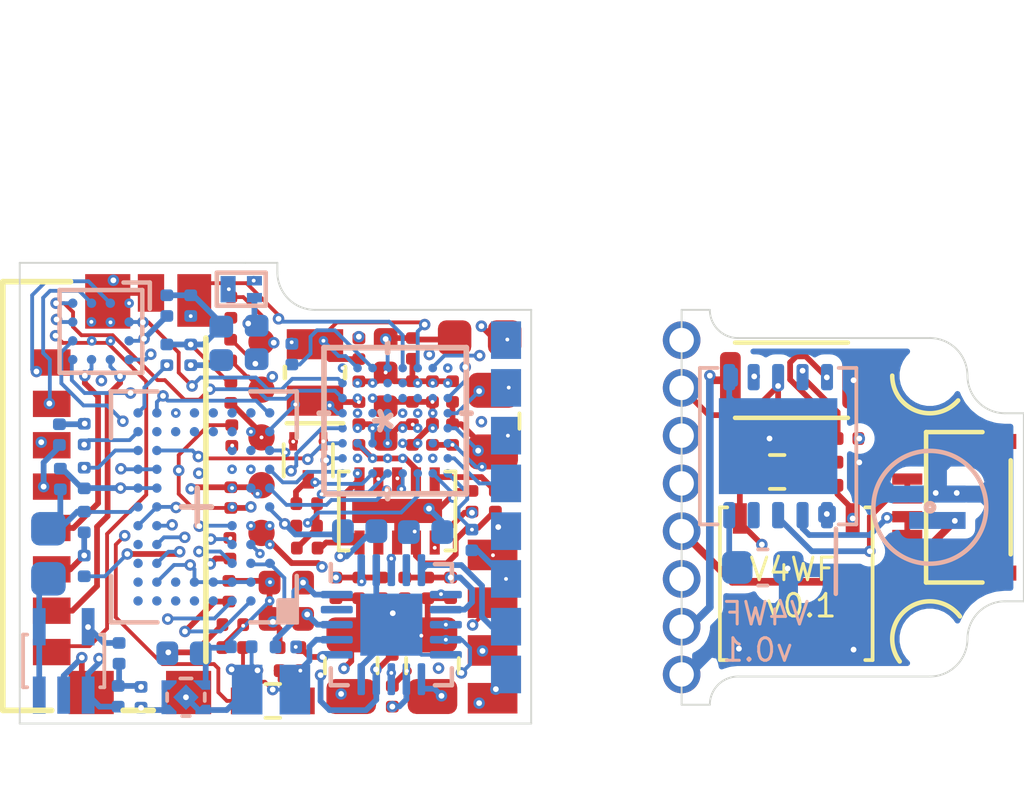
<source format=kicad_pcb>
(kicad_pcb (version 20171130) (host pcbnew "(5.1.6)-1")
  (layers (0 F.Cu signal) (1 In1.Cu signal) (2 In2.Cu signal) (3 In3.Cu signal) (4 In4.Cu signal) (31 B.Cu signal) (34 B.Paste user) (35 F.Paste user hide) (36 B.SilkS user hide) (37 F.SilkS user) (38 B.Mask user) (39 F.Mask user hide) (44 Edge.Cuts user))
  (net 0 "")
  (net 1 "Net-(U1-Pad19)")
  (net 2 "Net-(U1-Pad4)")
  (net 3 "Net-(U8-PadH4)")
  (net 4 "Net-(U8-PadH3)")
  (net 5 "Net-(U8-PadH2)")
  (net 6 "Net-(U8-PadH1)")
  (net 7 "Net-(U8-PadG1)")
  (net 8 "Net-(U8-PadF10)")
  (net 9 "Net-(U8-PadF1)")
  (net 10 "Net-(U8-PadE11)")
  (net 11 "Net-(U8-PadE10)")
  (net 12 "Net-(U8-PadE1)")
  (net 13 "Net-(U8-PadD11)")
  (net 14 "Net-(U8-PadD10)")
  (net 15 "Net-(U8-PadC11)")
  (net 16 "Net-(U8-PadC10)")
  (net 17 "Net-(U8-PadC9)")
  (net 18 "Net-(U8-PadB11)")
  (net 19 "Net-(U8-PadB9)")
  (net 20 "Net-(U2-Pad9)")
  (net 21 GND)
  (net 22 /SD_DAT2)
  (net 23 /SD_DAT3)
  (net 24 /SD_DAT0)
  (net 25 /SD_CMD)
  (net 26 /SD_CLK)
  (net 27 /SD_DAT1)
  (net 28 /USB_VBUS)
  (net 29 /SWCLK)
  (net 30 /SWDIO)
  (net 31 +1V8)
  (net 32 /SPI1_MOSI)
  (net 33 /SPI1_MISO)
  (net 34 /SPI1_SCK)
  (net 35 /SPI1_NSS)
  (net 36 /SDMMC1_D0)
  (net 37 /SDMMC1_D1)
  (net 38 /SDMMC1_D3)
  (net 39 /SDMMC1_CMD)
  (net 40 /SDMMC1_D2)
  (net 41 /SDMMC1_CK)
  (net 42 +3V3)
  (net 43 /EWL_1)
  (net 44 /EWL_2)
  (net 45 "Net-(Q1-Pad3)")
  (net 46 /LED_PWM)
  (net 47 "Net-(C16-Pad1)")
  (net 48 VDC)
  (net 49 "Net-(C15-Pad2)")
  (net 50 /ENT)
  (net 51 "Net-(C17-Pad1)")
  (net 52 "Net-(C15-Pad1)")
  (net 53 /VDD_PIX)
  (net 54 /VREF_BOTPLATE)
  (net 55 "Net-(C3-Pad2)")
  (net 56 "Net-(C4-Pad2)")
  (net 57 "Net-(C14-Pad1)")
  (net 58 /VDDA)
  (net 59 "Net-(R1-Pad1)")
  (net 60 "Net-(D2-Pad1)")
  (net 61 /I_SET)
  (net 62 /LOCK_DETECT)
  (net 63 /MONITOR2)
  (net 64 /MONITOR1)
  (net 65 /RESET_N)
  (net 66 /TRIGGER0)
  (net 67 /MONITOR0)
  (net 68 /BAT+)
  (net 69 "Net-(L1-Pad1)")
  (net 70 "Net-(L2-Pad1)")
  (net 71 /IR_REC)
  (net 72 "Net-(U6-PadF5)")
  (net 73 "Net-(U6-PadE7)")
  (net 74 "Net-(U6-PadE6)")
  (net 75 "Net-(U6-PadD7)")
  (net 76 "Net-(U6-PadD6)")
  (net 77 "Net-(U6-PadC6)")
  (net 78 "Net-(U6-PadB6)")
  (net 79 "Net-(U6-PadB3)")
  (net 80 /XIN32)
  (net 81 /XOUT32)
  (net 82 /VDDCORE)
  (net 83 /nRESET)
  (net 84 "Net-(L5-Pad2)")
  (net 85 /CLK1_OUT)
  (net 86 /PCC_CLK)
  (net 87 /PCC_DEN2)
  (net 88 /PCC_DATA0)
  (net 89 /PCC_DEN1)
  (net 90 /PCC_DATA1)
  (net 91 /PCC_DATA3)
  (net 92 /PCC_DATA2)
  (net 93 /PCC_DATA5)
  (net 94 /PCC_DATA4)
  (net 95 /ADC0)
  (net 96 /PCC_DATA7)
  (net 97 /PCC_DATA6)
  (net 98 "Net-(L4-Pad1)")
  (net 99 /I2C_BB_SDA)
  (net 100 /I2C_BB_SCL)
  (net 101 /I_LED)
  (net 102 /UART_RX)
  (net 103 /UART_TX)
  (net 104 /SD_DET)
  (net 105 /PUSH_BUT_MCU)
  (net 106 "Net-(R17-Pad1)")
  (net 107 /nON)
  (net 108 "Net-(D3-Pad1)")
  (net 109 /LED_STATUS)
  (net 110 /3V3_EN)
  (net 111 "Net-(Q2-Pad1)")
  (net 112 "Net-(D2-Pad2)")
  (net 113 /nCHRG)
  (module .Package_SON:SON11P65_400X400X80L40X30T315X255L (layer B.Cu) (at 99.5654 62.8744)
    (fp_text reference U2)
    (fp_text value HV892)
    (pad 11 smd rect (at 0 0 270) (size 2.55 3.149999) (layers B.Cu B.Mask))
    (pad 10 smd roundrect (at -1.3 1.835 270) (size 0.7 0.32) (layers B.Cu B.Paste B.Mask) (net 47 "Net-(C16-Pad1)"))
    (pad 9 smd roundrect (at -0.65 1.835 270) (size 0.7 0.32) (layers B.Cu B.Paste B.Mask) (net 20 "Net-(U2-Pad9)"))
    (pad 8 smd roundrect (at 0 1.835 270) (size 0.7 0.32) (layers B.Cu B.Paste B.Mask) (net 43 /EWL_1))
    (pad 7 smd roundrect (at 0.65 1.835 270) (size 0.7 0.32) (layers B.Cu B.Paste B.Mask) (net 44 /EWL_2))
    (pad 6 smd roundrect (at 1.3 1.835 270) (size 0.7 0.32) (layers B.Cu B.Paste B.Mask) (net 21 GND))
    (pad 5 smd roundrect (at 1.3 -1.835 270) (size 0.7 0.32) (layers B.Cu B.Paste B.Mask) (net 31 +1V8))
    (pad 4 smd roundrect (at 0.65 -1.835 270) (size 0.7 0.32) (layers B.Cu B.Paste B.Mask) (net 99 /I2C_BB_SDA))
    (pad 3 smd roundrect (at 0 -1.835 270) (size 0.7 0.32) (layers B.Cu B.Paste B.Mask) (net 100 /I2C_BB_SCL))
    (pad 2 smd roundrect (at -0.65 -1.835 270) (size 0.7 0.32) (layers B.Cu B.Paste B.Mask) (net 42 +3V3))
    (pad 1 smd roundrect (at -1.3 -1.835 270) (size 0.7 0.32) (layers B.Cu B.Paste B.Mask) (net 21 GND))
  )
  (module .LED:LED_LXZ1_PR01_L (layer B.Cu) (at 103.8 64.5 90)
    (fp_text reference D1)
    (fp_text value LXZ1-PR01)
    (pad C smd rect (at 0.35 0 90) (size 0.45 1.5) (layers B.Cu B.Paste B.Mask) (net 21 GND))
    (pad A smd rect (at -0.35 0 90) (size 0.45 1.5) (layers B.Cu B.Paste B.Mask) (net 101 /I_LED))
  )
  (module ".Connector:FH19C-4S-0.5SH(10)" (layer F.Cu) (at 103 64.5 90)
    (fp_text reference J3)
    (fp_text value Conn_01x04)
    (pad NA smd rect (at 1.75 2.5 90) (size 0.4 0.8) (layers F.Cu F.Paste F.Mask))
    (pad NA smd rect (at -1.75 2.5 90) (size 0.4 0.8) (layers F.Cu F.Paste F.Mask))
    (pad 4 smd rect (at 0.75 0 90) (size 0.3 0.8) (layers F.Cu F.Paste F.Mask) (net 43 /EWL_1))
    (pad 3 smd rect (at 0.25 0 90) (size 0.3 0.8) (layers F.Cu F.Paste F.Mask) (net 43 /EWL_1))
    (pad 2 smd rect (at -0.25 0 90) (size 0.3 0.8) (layers F.Cu F.Paste F.Mask) (net 44 /EWL_2))
    (pad 1 smd rect (at -0.75 0 90) (size 0.3 0.8) (layers F.Cu F.Paste F.Mask) (net 44 /EWL_2))
  )
  (module .Resistor:R_0201_0603Metric_ERJ_L (layer F.Cu) (at 101.424 62.6712 180)
    (fp_text reference R7)
    (fp_text value 2.2K)
    (pad 2 smd roundrect (at 0.275 0 180) (size 0.31 0.34) (layers F.Cu F.Paste F.Mask) (net 99 /I2C_BB_SDA))
    (pad 1 smd roundrect (at -0.275 0 180) (size 0.31 0.34) (layers F.Cu F.Paste F.Mask) (net 31 +1V8))
  )
  (module .Resistor:R_0201_0603Metric_ERJ_L (layer F.Cu) (at 100.2258 62.6712 180)
    (fp_text reference R8)
    (fp_text value 2.2K)
    (pad 2 smd roundrect (at 0.275 0 180) (size 0.31 0.34) (layers F.Cu F.Paste F.Mask) (net 100 /I2C_BB_SCL))
    (pad 1 smd roundrect (at -0.275 0 180) (size 0.31 0.34) (layers F.Cu F.Paste F.Mask) (net 31 +1V8))
  )
  (module .Capacitor:C_0201_0603Metric_L (layer F.Cu) (at 99.0828 62.6712)
    (fp_text reference C12)
    (fp_text value 2.2uF)
    (pad 2 smd roundrect (at 0.275 0) (size 0.31 0.34) (layers F.Cu F.Paste F.Mask) (net 21 GND))
    (pad 1 smd roundrect (at -0.275 0) (size 0.31 0.34) (layers F.Cu F.Paste F.Mask) (net 42 +3V3))
  )
  (module .Capacitor:C_0603_1608Metric_L (layer B.Cu) (at 99.159 66.1002)
    (fp_text reference C16)
    (fp_text value "4.7nF 100V")
    (pad 2 smd roundrect (at 0.68 0) (size 0.81 0.87) (layers B.Cu B.Paste B.Mask) (net 21 GND))
    (pad 1 smd roundrect (at -0.68 0) (size 0.81 0.87) (layers B.Cu B.Paste B.Mask) (net 47 "Net-(C16-Pad1)"))
  )
  (module .Connector:Conn_1x1_700_Circular_Pad (layer F.Cu) (at 103.6 68)
    (fp_text reference Mount)
    (fp_text value Conn_1x1_700_Circular_Pad)
    (pad "" np_thru_hole circle (at 0 0) (size 1.1 1.1) (drill 1.1) (layers *.Cu *.Mask))
  )
  (module .Connector:Conn_1x1_700_Circular_Pad (layer F.Cu) (at 103.6 61)
    (fp_text reference Mount)
    (fp_text value Conn_1x1_700_Circular_Pad)
    (pad "" np_thru_hole circle (at 0 0) (size 1.1 1.1) (drill 1.1) (layers *.Cu *.Mask))
  )
  (module .Resistor:R_0201_0603Metric_ERJ_L (layer F.Cu) (at 101.4196 63.9158)
    (fp_text reference R15)
    (fp_text value 37K)
    (pad 2 smd roundrect (at 0.275 0) (size 0.31 0.34) (layers F.Cu F.Paste F.Mask) (net 21 GND))
    (pad 1 smd roundrect (at -0.275 0) (size 0.31 0.34) (layers F.Cu F.Paste F.Mask) (net 71 /IR_REC))
  )
  (module .Package_SON:SON_4_P300_395X395X90L55X35L (layer F.Cu) (at 100.048 66.532 180)
    (fp_text reference U5)
    (fp_text value TSOP57438TT1)
    (pad 1 smd rect (at -1.5 1.735 270) (size 0.81 0.37) (layers F.Cu F.Paste F.Mask) (net 71 /IR_REC))
    (pad 5 smd rect (at 1.5 1.735 270) (size 0.81 0.37) (layers F.Cu F.Paste F.Mask) (net 42 +3V3))
    (pad 6 smd rect (at 1.5 -1.735 270) (size 0.81 0.37) (layers F.Cu F.Paste F.Mask) (net 21 GND))
    (pad 8 smd rect (at -1.5 -1.735 270) (size 0.81 0.37) (layers F.Cu F.Paste F.Mask) (net 21 GND))
  )
  (module .Connector:Conn_1x1_700_Circular_Pad (layer F.Cu) (at 97 60.055 90)
    (fp_text reference J21)
    (fp_text value Conn_01x01)
    (pad 1 thru_hole circle (at 0 0 90) (size 1 1) (drill 0.65) (layers *.Cu *.Mask) (net 42 +3V3))
  )
  (module .Connector:Conn_1x1_700_Circular_Pad (layer F.Cu) (at 97 61.325 90)
    (fp_text reference J22)
    (fp_text value Conn_01x01)
    (pad 1 thru_hole circle (at 0 0 90) (size 1 1) (drill 0.65) (layers *.Cu *.Mask) (net 100 /I2C_BB_SCL))
  )
  (module .Connector:Conn_1x1_700_Circular_Pad (layer F.Cu) (at 97 62.595 90)
    (fp_text reference J23)
    (fp_text value Conn_01x01)
    (pad 1 thru_hole circle (at 0 0 90) (size 1 1) (drill 0.65) (layers *.Cu *.Mask) (net 99 /I2C_BB_SDA))
  )
  (module .Connector:Conn_1x1_700_Circular_Pad (layer F.Cu) (at 97 65.135 90)
    (fp_text reference J25)
    (fp_text value Conn_01x01)
    (pad 1 thru_hole circle (at 0 0 90) (size 1 1) (drill 0.65) (layers *.Cu *.Mask) (net 101 /I_LED))
  )
  (module .Connector:Conn_1x1_700_Circular_Pad (layer F.Cu) (at 97 63.865 90)
    (fp_text reference J24)
    (fp_text value Conn_01x01)
    (pad 1 thru_hole circle (at 0 0 90) (size 1 1) (drill 0.65) (layers *.Cu *.Mask) (net 71 /IR_REC))
  )
  (module .Connector:Conn_1x1_700_Circular_Pad (layer F.Cu) (at 97 66.405 90)
    (fp_text reference J26)
    (fp_text value Conn_01x01)
    (pad 1 thru_hole circle (at 0 0 90) (size 1 1) (drill 0.65) (layers *.Cu *.Mask) (net 31 +1V8))
  )
  (module .Connector:Conn_1x1_700_Circular_Pad (layer F.Cu) (at 97 67.675 90)
    (fp_text reference J27)
    (fp_text value Conn_01x01)
    (pad 1 thru_hole circle (at 0 0 90) (size 1 1) (drill 0.65) (layers *.Cu *.Mask) (net 107 /nON))
  )
  (module .Switch:SMD-Switch-3mmx2mm (layer F.Cu) (at 99.921 61.1218 180)
    (fp_text reference SW1)
    (fp_text value TL3780AF330QG)
    (pad 2 smd roundrect (at 1.625 0 180) (size 0.55 1.5) (layers F.Cu F.Paste F.Mask) (net 107 /nON))
    (pad 1 smd roundrect (at -1.625 0 180) (size 0.55 1.5) (layers F.Cu F.Paste F.Mask) (net 21 GND))
  )
  (module .Connector:Conn_1x1_700_Circular_Pad (layer F.Cu) (at 97 68.945)
    (fp_text reference J12)
    (fp_text value Conn_01x01)
    (pad 1 thru_hole circle (at 0 0) (size 1 1) (drill 0.65) (layers *.Cu *.Mask) (net 21 GND))
  )
  (module .LED:LED_SC80X160X65L40L (layer F.Cu) (at 99.54 63.5602)
    (fp_text reference D3)
    (fp_text value LED_Small_ALT)
    (pad 1 smd rect (at 0.73 0) (size 0.77 0.71) (layers F.Cu F.Paste F.Mask) (net 108 "Net-(D3-Pad1)"))
    (pad 2 smd rect (at -0.73 0) (size 0.77 0.71) (layers F.Cu F.Paste F.Mask) (net 42 +3V3))
  )
  (module .Resistor:R_0201_0603Metric_ERJ_L (layer F.Cu) (at 101.4196 63.3 180)
    (fp_text reference R18)
    (fp_text value R_Small_US)
    (pad 2 smd roundrect (at 0.275 0 180) (size 0.31 0.34) (layers F.Cu F.Paste F.Mask) (net 108 "Net-(D3-Pad1)"))
    (pad 1 smd roundrect (at -0.275 0 180) (size 0.31 0.34) (layers F.Cu F.Paste F.Mask) (net 21 GND))
  )
  (module .Resistor:R_0201_0603Metric_ERJ_L (layer F.Cu) (at 85.0134 59.18576 90)
    (fp_text reference R11)
    (fp_text value 1K)
    (pad 2 smd roundrect (at 0.275 0 90) (size 0.31 0.34) (layers F.Cu F.Paste F.Mask) (net 29 /SWCLK))
    (pad 1 smd roundrect (at -0.275 0 90) (size 0.31 0.34) (layers F.Cu F.Paste F.Mask) (net 31 +1V8))
  )
  (module .Capacitor:C_0201_0603Metric_L (layer F.Cu) (at 89.841 61.4228 90)
    (fp_text reference C28)
    (fp_text value 0.1uF)
    (pad 2 smd roundrect (at 0.275 0 90) (size 0.31 0.34) (layers F.Cu F.Paste F.Mask) (net 21 GND))
    (pad 1 smd roundrect (at -0.275 0 90) (size 0.31 0.34) (layers F.Cu F.Paste F.Mask) (net 31 +1V8))
  )
  (module .Resistor:R_0201_0603Metric_ERJ_L (layer F.Cu) (at 85.0658 67.6204 180)
    (fp_text reference R14)
    (fp_text value 100K)
    (pad 2 smd roundrect (at 0.275 0 180) (size 0.31 0.34) (layers F.Cu F.Paste F.Mask) (net 21 GND))
    (pad 1 smd roundrect (at -0.275 0 180) (size 0.31 0.34) (layers F.Cu F.Paste F.Mask) (net 95 /ADC0))
  )
  (module .Package_SOT:SOT_23-5P65_210X110L36X22L (layer B.Cu) (at 80.5684 68.5856 180)
    (fp_text reference U9)
    (fp_text value LMV321IDCKR)
    (pad 5 smd rect (at -0.65 0.91 90) (size 0.99 0.34) (layers B.Cu B.Paste B.Mask) (net 42 +3V3))
    (pad 4 smd rect (at 0.65 0.91 90) (size 0.99 0.34) (layers B.Cu B.Paste B.Mask) (net 98 "Net-(L4-Pad1)"))
    (pad 3 smd rect (at 0.65 -0.91 90) (size 0.99 0.34) (layers B.Cu B.Paste B.Mask) (net 98 "Net-(L4-Pad1)"))
    (pad 2 smd rect (at 0 -0.91 90) (size 0.99 0.34) (layers B.Cu B.Paste B.Mask) (net 21 GND))
    (pad 1 smd rect (at -0.65 -0.91 90) (size 0.99 0.34) (layers B.Cu B.Paste B.Mask) (net 31 +1V8))
  )
  (module .Resistor:R_0201_0603Metric_ERJ_L (layer F.Cu) (at 85.062 68.23 180)
    (fp_text reference R13)
    (fp_text value 400K)
    (pad 2 smd roundrect (at 0.275 0 180) (size 0.31 0.34) (layers F.Cu F.Paste F.Mask) (net 95 /ADC0))
    (pad 1 smd roundrect (at -0.275 0 180) (size 0.31 0.34) (layers F.Cu F.Paste F.Mask) (net 68 /BAT+))
  )
  (module .Resistor:R_0201_0603Metric_ERJ_L (layer F.Cu) (at 85.00832 60.3186 270)
    (fp_text reference R12)
    (fp_text value DNL)
    (pad 2 smd roundrect (at 0.275 0 270) (size 0.31 0.34) (layers F.Cu F.Paste F.Mask) (net 30 /SWDIO))
    (pad 1 smd roundrect (at -0.275 0 270) (size 0.31 0.34) (layers F.Cu F.Paste F.Mask) (net 31 +1V8))
  )
  (module .Capacitor:C_0402_1005Metric_L (layer F.Cu) (at 89.1298 62.261 270)
    (fp_text reference C35)
    (fp_text value 10uF)
    (pad 2 smd roundrect (at 0.445 0 270) (size 0.58 0.63) (layers F.Cu F.Paste F.Mask) (net 21 GND))
    (pad 1 smd roundrect (at -0.445 0 270) (size 0.58 0.63) (layers F.Cu F.Paste F.Mask) (net 31 +1V8))
  )
  (module .Inductor:L_0603_1608Metric_L (layer F.Cu) (at 91.6284 59.9884 180)
    (fp_text reference L3)
    (fp_text value L_Small)
    (pad 2 smd roundrect (at 0.665 0 180) (size 0.89 0.92) (layers F.Cu F.Paste F.Mask) (net 58 /VDDA))
    (pad 1 smd roundrect (at -0.665 0 180) (size 0.89 0.92) (layers F.Cu F.Paste F.Mask) (net 31 +1V8))
  )
  (module .Capacitor:C_0402_1005Metric_L (layer F.Cu) (at 89.1298 60.4708 270)
    (fp_text reference C26)
    (fp_text value 10uF)
    (pad 2 smd roundrect (at 0.445 0 270) (size 0.58 0.63) (layers F.Cu F.Paste F.Mask) (net 21 GND))
    (pad 1 smd roundrect (at -0.445 0 270) (size 0.58 0.63) (layers F.Cu F.Paste F.Mask) (net 58 /VDDA))
  )
  (module .Capacitor:C_0201_0603Metric_L (layer B.Cu) (at 82.0416 68.3824 270)
    (fp_text reference C30)
    (fp_text value 0.1uF)
    (pad 2 smd roundrect (at 0.275 0 270) (size 0.31 0.34) (layers B.Cu B.Paste B.Mask) (net 21 GND))
    (pad 1 smd roundrect (at -0.275 0 270) (size 0.31 0.34) (layers B.Cu B.Paste B.Mask) (net 42 +3V3))
  )
  (module .Package_BGA:BGA88CP50_8X11_493X613X75B25 (layer B.Cu) (at 84.296 64.4896 90)
    (fp_text reference U8)
    (fp_text value NOIP1SN0480A)
    (pad H11 smd circle (at 2.5 -1.75 90) (size 0.25 0.25) (layers B.Cu B.Paste B.Mask) (net 42 +3V3))
    (pad H10 smd circle (at 2 -1.75 90) (size 0.25 0.25) (layers B.Cu B.Paste B.Mask) (net 42 +3V3))
    (pad H9 smd circle (at 1.5 -1.75 90) (size 0.25 0.25) (layers B.Cu B.Paste B.Mask) (net 31 +1V8))
    (pad H8 smd circle (at 1 -1.75 90) (size 0.25 0.25) (layers B.Cu B.Paste B.Mask) (net 21 GND))
    (pad H7 smd circle (at 0.5 -1.75 90) (size 0.25 0.25) (layers B.Cu B.Paste B.Mask) (net 21 GND))
    (pad H6 smd circle (at 0 -1.75 90) (size 0.25 0.25) (layers B.Cu B.Paste B.Mask) (net 54 /VREF_BOTPLATE))
    (pad H5 smd circle (at -0.5 -1.75 90) (size 0.25 0.25) (layers B.Cu B.Paste B.Mask) (net 21 GND))
    (pad H4 smd circle (at -1 -1.75 90) (size 0.25 0.25) (layers B.Cu B.Paste B.Mask) (net 3 "Net-(U8-PadH4)"))
    (pad H3 smd circle (at -1.5 -1.75 90) (size 0.25 0.25) (layers B.Cu B.Paste B.Mask) (net 4 "Net-(U8-PadH3)"))
    (pad H2 smd circle (at -2 -1.75 90) (size 0.25 0.25) (layers B.Cu B.Paste B.Mask) (net 5 "Net-(U8-PadH2)"))
    (pad H1 smd circle (at -2.5 -1.75 90) (size 0.25 0.25) (layers B.Cu B.Paste B.Mask) (net 6 "Net-(U8-PadH1)"))
    (pad G11 smd circle (at 2.5 -1.25 90) (size 0.25 0.25) (layers B.Cu B.Paste B.Mask) (net 21 GND))
    (pad G10 smd circle (at 2 -1.25 90) (size 0.25 0.25) (layers B.Cu B.Paste B.Mask) (net 62 /LOCK_DETECT))
    (pad G9 smd circle (at 1.5 -1.25 90) (size 0.25 0.25) (layers B.Cu B.Paste B.Mask) (net 85 /CLK1_OUT))
    (pad G8 smd circle (at 1 -1.25 90) (size 0.25 0.25) (layers B.Cu B.Paste B.Mask) (net 21 GND))
    (pad G7 smd circle (at 0.5 -1.25 90) (size 0.25 0.25) (layers B.Cu B.Paste B.Mask) (net 21 GND))
    (pad G6 smd circle (at 0 -1.25 90) (size 0.25 0.25) (layers B.Cu B.Paste B.Mask) (net 21 GND))
    (pad G5 smd circle (at -0.5 -1.25 90) (size 0.25 0.25) (layers B.Cu B.Paste B.Mask) (net 32 /SPI1_MOSI))
    (pad G4 smd circle (at -1 -1.25 90) (size 0.25 0.25) (layers B.Cu B.Paste B.Mask) (net 33 /SPI1_MISO))
    (pad G3 smd circle (at -1.5 -1.25 90) (size 0.25 0.25) (layers B.Cu B.Paste B.Mask) (net 42 +3V3))
    (pad G2 smd circle (at -2 -1.25 90) (size 0.25 0.25) (layers B.Cu B.Paste B.Mask) (net 21 GND))
    (pad G1 smd circle (at -2.5 -1.25 90) (size 0.25 0.25) (layers B.Cu B.Paste B.Mask) (net 7 "Net-(U8-PadG1)"))
    (pad F11 smd circle (at 2.5 -0.75 90) (size 0.25 0.25) (layers B.Cu B.Paste B.Mask) (net 42 +3V3))
    (pad F10 smd circle (at 2 -0.75 90) (size 0.25 0.25) (layers B.Cu B.Paste B.Mask) (net 8 "Net-(U8-PadF10)"))
    (pad F2 smd circle (at -2 -0.75 90) (size 0.25 0.25) (layers B.Cu B.Paste B.Mask) (net 63 /MONITOR2))
    (pad F1 smd circle (at -2.5 -0.75 90) (size 0.25 0.25) (layers B.Cu B.Paste B.Mask) (net 9 "Net-(U8-PadF1)"))
    (pad E11 smd circle (at 2.5 -0.25 90) (size 0.25 0.25) (layers B.Cu B.Paste B.Mask) (net 10 "Net-(U8-PadE11)"))
    (pad E10 smd circle (at 2 -0.25 90) (size 0.25 0.25) (layers B.Cu B.Paste B.Mask) (net 11 "Net-(U8-PadE10)"))
    (pad E2 smd circle (at -2 -0.25 90) (size 0.25 0.25) (layers B.Cu B.Paste B.Mask) (net 21 GND))
    (pad E1 smd circle (at -2.5 -0.25 90) (size 0.25 0.25) (layers B.Cu B.Paste B.Mask) (net 12 "Net-(U8-PadE1)"))
    (pad D11 smd circle (at 2.5 0.25 90) (size 0.25 0.25) (layers B.Cu B.Paste B.Mask) (net 13 "Net-(U8-PadD11)"))
    (pad D10 smd circle (at 2 0.25 90) (size 0.25 0.25) (layers B.Cu B.Paste B.Mask) (net 14 "Net-(U8-PadD10)"))
    (pad D2 smd circle (at -2 0.25 90) (size 0.25 0.25) (layers B.Cu B.Paste B.Mask) (net 21 GND))
    (pad D1 smd circle (at -2.5 0.25 90) (size 0.25 0.25) (layers B.Cu B.Paste B.Mask) (net 64 /MONITOR1))
    (pad C11 smd circle (at 2.5 0.75 90) (size 0.25 0.25) (layers B.Cu B.Paste B.Mask) (net 15 "Net-(U8-PadC11)"))
    (pad C10 smd circle (at 2 0.75 90) (size 0.25 0.25) (layers B.Cu B.Paste B.Mask) (net 16 "Net-(U8-PadC10)"))
    (pad C9 smd circle (at 1.5 0.75 90) (size 0.25 0.25) (layers B.Cu B.Paste B.Mask) (net 17 "Net-(U8-PadC9)"))
    (pad C8 smd circle (at 1 0.75 90) (size 0.25 0.25) (layers B.Cu B.Paste B.Mask) (net 90 /PCC_DATA1))
    (pad C7 smd circle (at 0.5 0.75 90) (size 0.25 0.25) (layers B.Cu B.Paste B.Mask) (net 91 /PCC_DATA3))
    (pad C6 smd circle (at 0 0.75 90) (size 0.25 0.25) (layers B.Cu B.Paste B.Mask) (net 97 /PCC_DATA6))
    (pad C5 smd circle (at -0.5 0.75 90) (size 0.25 0.25) (layers B.Cu B.Paste B.Mask) (net 96 /PCC_DATA7))
    (pad C4 smd circle (at -1 0.75 90) (size 0.25 0.25) (layers B.Cu B.Paste B.Mask) (net 65 /RESET_N))
    (pad C3 smd circle (at -1.5 0.75 90) (size 0.25 0.25) (layers B.Cu B.Paste B.Mask) (net 66 /TRIGGER0))
    (pad C2 smd circle (at -2 0.75 90) (size 0.25 0.25) (layers B.Cu B.Paste B.Mask) (net 21 GND))
    (pad C1 smd circle (at -2.5 0.75 90) (size 0.25 0.25) (layers B.Cu B.Paste B.Mask) (net 67 /MONITOR0))
    (pad B11 smd circle (at 2.5 1.25 90) (size 0.25 0.25) (layers B.Cu B.Paste B.Mask) (net 18 "Net-(U8-PadB11)"))
    (pad B10 smd circle (at 2 1.25 90) (size 0.25 0.25) (layers B.Cu B.Paste B.Mask) (net 53 /VDD_PIX))
    (pad B9 smd circle (at 1.5 1.25 90) (size 0.25 0.25) (layers B.Cu B.Paste B.Mask) (net 19 "Net-(U8-PadB9)"))
    (pad B8 smd circle (at 1 1.25 90) (size 0.25 0.25) (layers B.Cu B.Paste B.Mask) (net 92 /PCC_DATA2))
    (pad B7 smd circle (at 0.5 1.25 90) (size 0.25 0.25) (layers B.Cu B.Paste B.Mask) (net 94 /PCC_DATA4))
    (pad B6 smd circle (at 0 1.25 90) (size 0.25 0.25) (layers B.Cu B.Paste B.Mask) (net 53 /VDD_PIX))
    (pad B5 smd circle (at -0.5 1.25 90) (size 0.25 0.25) (layers B.Cu B.Paste B.Mask) (net 87 /PCC_DEN2))
    (pad B4 smd circle (at -1 1.25 90) (size 0.25 0.25) (layers B.Cu B.Paste B.Mask) (net 34 /SPI1_SCK))
    (pad B3 smd circle (at -1.5 1.25 90) (size 0.25 0.25) (layers B.Cu B.Paste B.Mask) (net 21 GND))
    (pad B2 smd circle (at -2 1.25 90) (size 0.25 0.25) (layers B.Cu B.Paste B.Mask) (net 21 GND))
    (pad B1 smd circle (at -2.5 1.25 90) (size 0.25 0.25) (layers B.Cu B.Paste B.Mask) (net 42 +3V3))
    (pad A11 smd circle (at 2.5 1.75 90) (size 0.25 0.25) (layers B.Cu B.Paste B.Mask) (net 21 GND))
    (pad A10 smd circle (at 2 1.75 90) (size 0.25 0.25) (layers B.Cu B.Paste B.Mask) (net 31 +1V8))
    (pad A9 smd circle (at 1.5 1.75 90) (size 0.25 0.25) (layers B.Cu B.Paste B.Mask) (net 88 /PCC_DATA0))
    (pad A8 smd circle (at 1 1.75 90) (size 0.25 0.25) (layers B.Cu B.Paste B.Mask) (net 86 /PCC_CLK))
    (pad A7 smd circle (at 0.5 1.75 90) (size 0.25 0.25) (layers B.Cu B.Paste B.Mask) (net 93 /PCC_DATA5))
    (pad A6 smd circle (at 0 1.75 90) (size 0.25 0.25) (layers B.Cu B.Paste B.Mask) (net 21 GND))
    (pad A5 smd circle (at -0.5 1.75 90) (size 0.25 0.25) (layers B.Cu B.Paste B.Mask) (net 89 /PCC_DEN1))
    (pad A4 smd circle (at -1 1.75 90) (size 0.25 0.25) (layers B.Cu B.Paste B.Mask) (net 35 /SPI1_NSS))
    (pad A3 smd circle (at -1.5 1.75 90) (size 0.25 0.25) (layers B.Cu B.Paste B.Mask) (net 21 GND))
    (pad A2 smd circle (at -2 1.75 90) (size 0.25 0.25) (layers B.Cu B.Paste B.Mask) (net 31 +1V8))
    (pad A1 smd circle (at -2.5 1.75 90) (size 0.25 0.25) (layers B.Cu B.Paste B.Mask) (net 53 /VDD_PIX))
  )
  (module .Connector:Conn_1x1_700_Circular_Pad (layer F.Cu) (at 85.8288 61.3718 270)
    (fp_text reference J4)
    (fp_text value Conn_01x01)
    (pad 1 smd circle (at 0 0 270) (size 0.7 0.7) (layers F.Cu F.Paste F.Mask) (net 30 /SWDIO))
  )
  (module .Connector:0475710001 (layer F.Cu) (at 80.25 64.5 90)
    (fp_text reference J1)
    (fp_text value 0475710001)
    (pad G5 smd rect (at 5.5 3.79 90) (size 1.4 0.9) (layers F.Cu F.Paste F.Mask) (net 104 /SD_DET))
    (pad G4 smd rect (at 5.7 2.64 90) (size 1 0.7) (layers F.Cu F.Paste F.Mask) (net 21 GND))
    (pad G3 smd rect (at 5.475 1.49 90) (size 1.45 1.2) (layers F.Cu F.Paste F.Mask) (net 21 GND))
    (pad P1 smd rect (at 3.85 0 90) (size 0.7 1) (layers F.Cu F.Paste F.Mask) (net 22 /SD_DAT2))
    (pad P2 smd rect (at 2.75 0 90) (size 0.7 1) (layers F.Cu F.Paste F.Mask) (net 23 /SD_DAT3))
    (pad P7 smd rect (at -2.75 0 90) (size 0.7 1) (layers F.Cu F.Paste F.Mask) (net 24 /SD_DAT0))
    (pad P6 smd rect (at -1.65 0 90) (size 0.7 1) (layers F.Cu F.Paste F.Mask) (net 21 GND))
    (pad P3 smd rect (at 1.65 0 90) (size 0.7 1) (layers F.Cu F.Paste F.Mask) (net 25 /SD_CMD))
    (pad P4 smd rect (at 0.55 0 90) (size 0.7 1) (layers F.Cu F.Paste F.Mask) (net 42 +3V3))
    (pad P5 smd rect (at -0.55 0 90) (size 0.7 1) (layers F.Cu F.Paste F.Mask) (net 26 /SD_CLK))
    (pad P8 smd rect (at -3.85 0 90) (size 0.7 1) (layers F.Cu F.Paste F.Mask) (net 27 /SD_DAT1))
    (pad G1 smd rect (at -4.925 1.05 90) (size 1.15 1.2) (layers F.Cu F.Paste F.Mask) (net 21 GND))
    (pad G2 smd rect (at -4.925 3.64 90) (size 1.15 1.2) (layers F.Cu F.Paste F.Mask) (net 21 GND))
  )
  (module .Package_QFN:UQFN_MCP1711 (layer B.Cu) (at 83.8196 69.5508 270)
    (fp_text reference U7)
    (fp_text value NCP163AMX330TBG)
    (pad 5 smd rect (at 0 0 225) (size 0.48 0.48) (layers B.Cu B.Paste B.Mask) (net 21 GND))
    (pad 1 smd custom (at -0.34 -0.525 90) (size 0.22 0.25) (layers B.Cu B.Paste B.Mask) (net 53 /VDD_PIX) (options (clearance outline) (anchor rect)) (primitives (gr_poly (pts (xy 0.11 0.125) (xy 0.11 -0.345) (xy 0.04 -0.275) (xy -0.14 -0.095) (xy -0.14 0.125)) (width 0))))
    (pad 3 smd custom (at 0.34 0.525 270) (size 0.22 0.25) (layers B.Cu B.Paste B.Mask) (net 48 VDC) (options (clearance outline) (anchor rect)) (primitives (gr_poly (pts (xy 0.11 0.125) (xy 0.11 -0.275) (xy 0.04 -0.275) (xy -0.14 -0.095) (xy -0.14 0.125)) (width 0))))
    (pad 2 smd custom (at 0.34 -0.525 90) (size 0.22 0.25) (layers B.Cu B.Paste B.Mask) (net 21 GND) (options (clearance outline) (anchor rect)) (primitives (gr_poly (pts (xy -0.11 0.125) (xy -0.11 -0.275) (xy -0.04 -0.275) (xy 0.14 -0.095) (xy 0.14 0.125)) (width 0))))
    (pad 4 smd custom (at -0.34 0.525 270) (size 0.22 0.25) (layers B.Cu B.Paste B.Mask) (net 48 VDC) (options (clearance outline) (anchor rect)) (primitives (gr_poly (pts (xy -0.11 0.125) (xy -0.11 -0.275) (xy -0.04 -0.275) (xy 0.14 -0.095) (xy 0.14 0.125)) (width 0))))
  )
  (module .Package_SON:SON_11_P50_300X200X80L40X25T239X64L (layer F.Cu) (at 89.4346 64.5978 180)
    (fp_text reference U3)
    (fp_text value LTC3218)
    (pad 11 smd rect (at 0 0 270) (size 0.64 2.39) (layers F.Cu F.Paste F.Mask) (net 21 GND))
    (pad 10 smd rect (at -1 -0.84 270) (size 0.64 0.27) (layers F.Cu F.Paste F.Mask) (net 42 +3V3))
    (pad 9 smd rect (at -0.5 -0.84 270) (size 0.64 0.27) (layers F.Cu F.Paste F.Mask) (net 49 "Net-(C15-Pad2)"))
    (pad 8 smd rect (at 0 -0.84 270) (size 0.64 0.27) (layers F.Cu F.Paste F.Mask) (net 21 GND))
    (pad 7 smd rect (at 0.5 -0.84 270) (size 0.64 0.27) (layers F.Cu F.Paste F.Mask) (net 21 GND))
    (pad 6 smd rect (at 1 -0.84 270) (size 0.64 0.27) (layers F.Cu F.Paste F.Mask) (net 61 /I_SET))
    (pad 5 smd rect (at 1 0.84 270) (size 0.64 0.27) (layers F.Cu F.Paste F.Mask) (net 61 /I_SET))
    (pad 4 smd rect (at 0.5 0.84 270) (size 0.64 0.27) (layers F.Cu F.Paste F.Mask) (net 50 /ENT))
    (pad 3 smd rect (at 0 0.84 270) (size 0.64 0.27) (layers F.Cu F.Paste F.Mask) (net 101 /I_LED))
    (pad 2 smd rect (at -0.5 0.84 270) (size 0.64 0.27) (layers F.Cu F.Paste F.Mask) (net 51 "Net-(C17-Pad1)"))
    (pad 1 smd rect (at -1 0.84 270) (size 0.64 0.27) (layers F.Cu F.Paste F.Mask) (net 52 "Net-(C15-Pad1)"))
  )
  (module Package_DFN_QFN:QFN-20-1EP_3x3mm_P0.4mm_EP1.65x1.65mm (layer B.Cu) (at 89.2806 67.6211 270)
    (fp_text reference U1)
    (fp_text value LTC3554)
    (pad 1 smd roundrect (at -1.45 0.8 270) (size 0.85 0.2) (layers B.Cu B.Paste B.Mask) (net 106 "Net-(R17-Pad1)"))
    (pad 2 smd roundrect (at -1.45 0.4 270) (size 0.85 0.2) (layers B.Cu B.Paste B.Mask) (net 21 GND))
    (pad 3 smd roundrect (at -1.45 0 270) (size 0.85 0.2) (layers B.Cu B.Paste B.Mask) (net 105 /PUSH_BUT_MCU))
    (pad 4 smd roundrect (at -1.45 -0.4 270) (size 0.85 0.2) (layers B.Cu B.Paste B.Mask) (net 2 "Net-(U1-Pad4)"))
    (pad 5 smd roundrect (at -1.45 -0.8 270) (size 0.85 0.2) (layers B.Cu B.Paste B.Mask) (net 107 /nON))
    (pad 6 smd roundrect (at -0.8 -1.45 270) (size 0.2 0.85) (layers B.Cu B.Paste B.Mask) (net 55 "Net-(C3-Pad2)"))
    (pad 7 smd roundrect (at -0.4 -1.45 270) (size 0.2 0.85) (layers B.Cu B.Paste B.Mask) (net 56 "Net-(C4-Pad2)"))
    (pad 8 smd roundrect (at 0 -1.45 270) (size 0.2 0.85) (layers B.Cu B.Paste B.Mask) (net 110 /3V3_EN))
    (pad 9 smd roundrect (at 0.4 -1.45 270) (size 0.2 0.85) (layers B.Cu B.Paste B.Mask) (net 31 +1V8))
    (pad 10 smd roundrect (at 0.8 -1.45 270) (size 0.2 0.85) (layers B.Cu B.Paste B.Mask) (net 21 GND))
    (pad 11 smd roundrect (at 1.45 -0.8 270) (size 0.85 0.2) (layers B.Cu B.Paste B.Mask) (net 70 "Net-(L2-Pad1)"))
    (pad 12 smd roundrect (at 1.45 -0.4 270) (size 0.85 0.2) (layers B.Cu B.Paste B.Mask) (net 48 VDC))
    (pad 13 smd roundrect (at 1.45 0 270) (size 0.85 0.2) (layers B.Cu B.Paste B.Mask) (net 69 "Net-(L1-Pad1)"))
    (pad 14 smd roundrect (at 1.45 0.4 270) (size 0.85 0.2) (layers B.Cu B.Paste B.Mask) (net 113 /nCHRG))
    (pad 15 smd roundrect (at 1.45 0.8 270) (size 0.85 0.2) (layers B.Cu B.Paste B.Mask) (net 21 GND))
    (pad 16 smd roundrect (at 0.8 1.45 270) (size 0.2 0.85) (layers B.Cu B.Paste B.Mask) (net 59 "Net-(R1-Pad1)"))
    (pad 17 smd roundrect (at 0.4 1.45 270) (size 0.2 0.85) (layers B.Cu B.Paste B.Mask) (net 68 /BAT+))
    (pad 18 smd roundrect (at 0 1.45 270) (size 0.2 0.85) (layers B.Cu B.Paste B.Mask) (net 48 VDC))
    (pad 19 smd roundrect (at -0.4 1.45 270) (size 0.2 0.85) (layers B.Cu B.Paste B.Mask) (net 1 "Net-(U1-Pad19)"))
    (pad 20 smd roundrect (at -0.8 1.45 270) (size 0.2 0.85) (layers B.Cu B.Paste B.Mask) (net 28 /USB_VBUS))
    (pad 21 smd rect (at 0 0 270) (size 1.65 1.65) (layers B.Cu B.Mask) (net 21 GND))
  )
  (module .Capacitor:C_0805_2012Metric_L (layer F.Cu) (at 88.2154 68.7126 90)
    (fp_text reference L1)
    (fp_text value 10uH)
    (pad 1 smd roundrect (at -0.82 0 90) (size 0.93 1.32) (layers F.Cu F.Paste F.Mask) (net 69 "Net-(L1-Pad1)"))
    (pad 2 smd roundrect (at 0.82 0 90) (size 0.93 1.32) (layers F.Cu F.Paste F.Mask) (net 31 +1V8))
  )
  (module .Capacitor:C_0201_0603Metric_L (layer F.Cu) (at 90.3744 61.4228 90)
    (fp_text reference C19)
    (fp_text value 0.1uF)
    (pad 2 smd roundrect (at 0.275 0 90) (size 0.31 0.34) (layers F.Cu F.Paste F.Mask) (net 21 GND))
    (pad 1 smd roundrect (at -0.275 0 90) (size 0.31 0.34) (layers F.Cu F.Paste F.Mask) (net 31 +1V8))
  )
  (module .Capacitor:C_0201_0603Metric_L (layer F.Cu) (at 89.841 60.2754 270)
    (fp_text reference C24)
    (fp_text value 0.1uF)
    (pad 2 smd roundrect (at 0.275 0 270) (size 0.31 0.34) (layers F.Cu F.Paste F.Mask) (net 21 GND))
    (pad 1 smd roundrect (at -0.275 0 270) (size 0.31 0.34) (layers F.Cu F.Paste F.Mask) (net 58 /VDDA))
  )
  (module .Capacitor:C_0805_2012Metric_L (layer F.Cu) (at 91.98824 62.20836 90)
    (fp_text reference L5)
    (fp_text value 10uH)
    (pad 2 smd roundrect (at 0.82 0 90) (size 0.93 1.32) (layers F.Cu F.Paste F.Mask) (net 84 "Net-(L5-Pad2)"))
    (pad 1 smd roundrect (at -0.82 0 90) (size 0.93 1.32) (layers F.Cu F.Paste F.Mask) (net 82 /VDDCORE))
  )
  (module .Capacitor:C_0201_0603Metric_L (layer F.Cu) (at 90.9078 61.4228 90)
    (fp_text reference C23)
    (fp_text value 0.1uF)
    (pad 2 smd roundrect (at 0.275 0 90) (size 0.31 0.34) (layers F.Cu F.Paste F.Mask) (net 21 GND))
    (pad 1 smd roundrect (at -0.275 0 90) (size 0.31 0.34) (layers F.Cu F.Paste F.Mask) (net 82 /VDDCORE))
  )
  (module .Capacitor:C_0201_0603Metric_L (layer F.Cu) (at 88.4186 60.2842 90)
    (fp_text reference C20)
    (fp_text value 22pF)
    (pad 2 smd roundrect (at 0.275 0 90) (size 0.31 0.34) (layers F.Cu F.Paste F.Mask) (net 21 GND))
    (pad 1 smd roundrect (at -0.275 0 90) (size 0.31 0.34) (layers F.Cu F.Paste F.Mask) (net 81 /XOUT32))
  )
  (module .Capacitor:C_0201_0603Metric_L (layer F.Cu) (at 88.4186 61.4272 90)
    (fp_text reference C18)
    (fp_text value 22pF)
    (pad 2 smd roundrect (at 0.275 0 90) (size 0.31 0.34) (layers F.Cu F.Paste F.Mask) (net 21 GND))
    (pad 1 smd roundrect (at -0.275 0 90) (size 0.31 0.34) (layers F.Cu F.Paste F.Mask) (net 80 /XIN32))
  )
  (module .Capacitor:C_0201_0603Metric_L (layer F.Cu) (at 89.841 62.5658 90)
    (fp_text reference C22)
    (fp_text value 0.1uF)
    (pad 2 smd roundrect (at 0.275 0 90) (size 0.31 0.34) (layers F.Cu F.Paste F.Mask) (net 21 GND))
    (pad 1 smd roundrect (at -0.275 0 90) (size 0.31 0.34) (layers F.Cu F.Paste F.Mask) (net 31 +1V8))
  )
  (module .Capacitor:C_0201_0603Metric_L (layer F.Cu) (at 90.9078 62.5658 270)
    (fp_text reference C29)
    (fp_text value 4.7uF)
    (pad 2 smd roundrect (at 0.275 0 270) (size 0.31 0.34) (layers F.Cu F.Paste F.Mask) (net 21 GND))
    (pad 1 smd roundrect (at -0.275 0 270) (size 0.31 0.34) (layers F.Cu F.Paste F.Mask) (net 82 /VDDCORE))
  )
  (module .Package_BGA:ATSAMD51J20A-UUT-EFP (layer B.Cu) (at 89.3822 62.1982 90)
    (fp_text reference U6)
    (fp_text value ATSAMD51J20A-UUT-EFP)
    (fp_text user * (at 0 0 90) (layer B.SilkS) (effects (justify mirror)))
    (pad H8 smd circle (at 1.4 -1.4 90) (size 0.2286 0.2286) (layers B.Cu B.Paste B.Mask) (net 39 /SDMMC1_CMD))
    (pad H7 smd circle (at 1 -1.4 90) (size 0.2286 0.2286) (layers B.Cu B.Paste B.Mask) (net 37 /SDMMC1_D1))
    (pad H6 smd circle (at 0.6 -1.4 90) (size 0.2286 0.2286) (layers B.Cu B.Paste B.Mask) (net 38 /SDMMC1_D3))
    (pad H5 smd circle (at 0.2 -1.4 90) (size 0.2286 0.2286) (layers B.Cu B.Paste B.Mask) (net 35 /SPI1_NSS))
    (pad H4 smd circle (at -0.2 -1.4 90) (size 0.2286 0.2286) (layers B.Cu B.Paste B.Mask) (net 65 /RESET_N))
    (pad H3 smd circle (at -0.6 -1.4 90) (size 0.2286 0.2286) (layers B.Cu B.Paste B.Mask) (net 85 /CLK1_OUT))
    (pad H2 smd circle (at -1 -1.4 90) (size 0.2286 0.2286) (layers B.Cu B.Paste B.Mask) (net 66 /TRIGGER0))
    (pad H1 smd circle (at -1.4 -1.4 90) (size 0.2286 0.2286) (layers B.Cu B.Paste B.Mask) (net 86 /PCC_CLK))
    (pad G8 smd circle (at 1.4 -1 90) (size 0.2286 0.2286) (layers B.Cu B.Paste B.Mask) (net 67 /MONITOR0))
    (pad G7 smd circle (at 1 -1 90) (size 0.2286 0.2286) (layers B.Cu B.Paste B.Mask) (net 33 /SPI1_MISO))
    (pad G6 smd circle (at 0.6 -1 90) (size 0.2286 0.2286) (layers B.Cu B.Paste B.Mask) (net 36 /SDMMC1_D0))
    (pad G5 smd circle (at 0.2 -1 90) (size 0.2286 0.2286) (layers B.Cu B.Paste B.Mask) (net 40 /SDMMC1_D2))
    (pad G4 smd circle (at -0.2 -1 90) (size 0.2286 0.2286) (layers B.Cu B.Paste B.Mask) (net 41 /SDMMC1_CK))
    (pad G3 smd circle (at -0.6 -1 90) (size 0.2286 0.2286) (layers B.Cu B.Paste B.Mask) (net 89 /PCC_DEN1))
    (pad G2 smd circle (at -1 -1 90) (size 0.2286 0.2286) (layers B.Cu B.Paste B.Mask) (net 87 /PCC_DEN2))
    (pad G1 smd circle (at -1.4 -1 90) (size 0.2286 0.2286) (layers B.Cu B.Paste B.Mask) (net 88 /PCC_DATA0))
    (pad F8 smd circle (at 1.4 -0.6 90) (size 0.2286 0.2286) (layers B.Cu B.Paste B.Mask) (net 109 /LED_STATUS))
    (pad F7 smd circle (at 1 -0.6 90) (size 0.2286 0.2286) (layers B.Cu B.Paste B.Mask) (net 32 /SPI1_MOSI))
    (pad F6 smd circle (at 0.6 -0.6 90) (size 0.2286 0.2286) (layers B.Cu B.Paste B.Mask) (net 34 /SPI1_SCK))
    (pad F5 smd circle (at 0.2 -0.6 90) (size 0.2286 0.2286) (layers B.Cu B.Paste B.Mask) (net 72 "Net-(U6-PadF5)"))
    (pad F4 smd circle (at -0.2 -0.6 90) (size 0.2286 0.2286) (layers B.Cu B.Paste B.Mask) (net 21 GND))
    (pad F3 smd circle (at -0.6 -0.6 90) (size 0.2286 0.2286) (layers B.Cu B.Paste B.Mask) (net 21 GND))
    (pad F2 smd circle (at -1 -0.6 90) (size 0.2286 0.2286) (layers B.Cu B.Paste B.Mask) (net 89 /PCC_DEN1))
    (pad F1 smd circle (at -1.4 -0.6 90) (size 0.2286 0.2286) (layers B.Cu B.Paste B.Mask) (net 90 /PCC_DATA1))
    (pad E8 smd circle (at 1.4 -0.2 90) (size 0.2286 0.2286) (layers B.Cu B.Paste B.Mask) (net 58 /VDDA))
    (pad E7 smd circle (at 1 -0.2 90) (size 0.2286 0.2286) (layers B.Cu B.Paste B.Mask) (net 73 "Net-(U6-PadE7)"))
    (pad E6 smd circle (at 0.6 -0.2 90) (size 0.2286 0.2286) (layers B.Cu B.Paste B.Mask) (net 74 "Net-(U6-PadE6)"))
    (pad E5 smd circle (at 0.2 -0.2 90) (size 0.2286 0.2286) (layers B.Cu B.Paste B.Mask) (net 21 GND))
    (pad E4 smd circle (at -0.2 -0.2 90) (size 0.2286 0.2286) (layers B.Cu B.Paste B.Mask) (net 31 +1V8))
    (pad E3 smd circle (at -0.6 -0.2 90) (size 0.2286 0.2286) (layers B.Cu B.Paste B.Mask) (net 31 +1V8))
    (pad E2 smd circle (at -1 -0.2 90) (size 0.2286 0.2286) (layers B.Cu B.Paste B.Mask) (net 91 /PCC_DATA3))
    (pad E1 smd circle (at -1.4 -0.2 90) (size 0.2286 0.2286) (layers B.Cu B.Paste B.Mask) (net 92 /PCC_DATA2))
    (pad D8 smd circle (at 1.4 0.2 90) (size 0.2286 0.2286) (layers B.Cu B.Paste B.Mask) (net 104 /SD_DET))
    (pad D7 smd circle (at 1 0.2 90) (size 0.2286 0.2286) (layers B.Cu B.Paste B.Mask) (net 75 "Net-(U6-PadD7)"))
    (pad D6 smd circle (at 0.6 0.2 90) (size 0.2286 0.2286) (layers B.Cu B.Paste B.Mask) (net 76 "Net-(U6-PadD6)"))
    (pad D5 smd circle (at 0.2 0.2 90) (size 0.2286 0.2286) (layers B.Cu B.Paste B.Mask) (net 30 /SWDIO))
    (pad D4 smd circle (at -0.2 0.2 90) (size 0.2286 0.2286) (layers B.Cu B.Paste B.Mask) (net 103 /UART_TX))
    (pad D3 smd circle (at -0.6 0.2 90) (size 0.2286 0.2286) (layers B.Cu B.Paste B.Mask) (net 93 /PCC_DATA5))
    (pad D2 smd circle (at -1 0.2 90) (size 0.2286 0.2286) (layers B.Cu B.Paste B.Mask) (net 94 /PCC_DATA4))
    (pad D1 smd circle (at -1.4 0.2 90) (size 0.2286 0.2286) (layers B.Cu B.Paste B.Mask) (net 102 /UART_RX))
    (pad C8 smd circle (at 1.4 0.6 90) (size 0.2286 0.2286) (layers B.Cu B.Paste B.Mask) (net 81 /XOUT32))
    (pad C7 smd circle (at 1 0.6 90) (size 0.2286 0.2286) (layers B.Cu B.Paste B.Mask) (net 95 /ADC0))
    (pad C6 smd circle (at 0.6 0.6 90) (size 0.2286 0.2286) (layers B.Cu B.Paste B.Mask) (net 77 "Net-(U6-PadC6)"))
    (pad C5 smd circle (at 0.2 0.6 90) (size 0.2286 0.2286) (layers B.Cu B.Paste B.Mask) (net 29 /SWCLK))
    (pad C4 smd circle (at -0.2 0.6 90) (size 0.2286 0.2286) (layers B.Cu B.Paste B.Mask) (net 21 GND))
    (pad C3 smd circle (at -0.6 0.6 90) (size 0.2286 0.2286) (layers B.Cu B.Paste B.Mask) (net 31 +1V8))
    (pad C2 smd circle (at -1 0.6 90) (size 0.2286 0.2286) (layers B.Cu B.Paste B.Mask) (net 96 /PCC_DATA7))
    (pad C1 smd circle (at -1.4 0.6 90) (size 0.2286 0.2286) (layers B.Cu B.Paste B.Mask) (net 97 /PCC_DATA6))
    (pad B8 smd circle (at 1.4 1 90) (size 0.2286 0.2286) (layers B.Cu B.Paste B.Mask) (net 80 /XIN32))
    (pad B7 smd circle (at 1 1 90) (size 0.2286 0.2286) (layers B.Cu B.Paste B.Mask) (net 50 /ENT))
    (pad B6 smd circle (at 0.6 1 90) (size 0.2286 0.2286) (layers B.Cu B.Paste B.Mask) (net 78 "Net-(U6-PadB6)"))
    (pad B5 smd circle (at 0.2 1 90) (size 0.2286 0.2286) (layers B.Cu B.Paste B.Mask) (net 31 +1V8))
    (pad B4 smd circle (at -0.2 1 90) (size 0.2286 0.2286) (layers B.Cu B.Paste B.Mask) (net 83 /nRESET))
    (pad B3 smd circle (at -0.6 1 90) (size 0.2286 0.2286) (layers B.Cu B.Paste B.Mask) (net 79 "Net-(U6-PadB3)"))
    (pad B2 smd circle (at -1 1 90) (size 0.2286 0.2286) (layers B.Cu B.Paste B.Mask) (net 21 GND))
    (pad B1 smd circle (at -1.4 1 90) (size 0.2286 0.2286) (layers B.Cu B.Paste B.Mask) (net 110 /3V3_EN))
    (pad A8 smd circle (at 1.4 1.4 90) (size 0.2286 0.2286) (layers B.Cu B.Paste B.Mask) (net 100 /I2C_BB_SCL))
    (pad A7 smd circle (at 1 1.4 90) (size 0.2286 0.2286) (layers B.Cu B.Paste B.Mask) (net 99 /I2C_BB_SDA))
    (pad A6 smd circle (at 0.6 1.4 90) (size 0.2286 0.2286) (layers B.Cu B.Paste B.Mask) (net 46 /LED_PWM))
    (pad A5 smd circle (at 0.2 1.4 90) (size 0.2286 0.2286) (layers B.Cu B.Paste B.Mask) (net 84 "Net-(L5-Pad2)"))
    (pad A4 smd circle (at -0.2 1.4 90) (size 0.2286 0.2286) (layers B.Cu B.Paste B.Mask) (net 82 /VDDCORE))
    (pad A3 smd circle (at -0.6 1.4 90) (size 0.2286 0.2286) (layers B.Cu B.Paste B.Mask) (net 113 /nCHRG))
    (pad A2 smd circle (at -1 1.4 90) (size 0.2286 0.2286) (layers B.Cu B.Paste B.Mask) (net 71 /IR_REC))
    (pad A1 smd circle (at -1.4 1.4 90) (size 0.2286 0.2286) (layers B.Cu B.Paste B.Mask) (net 105 /PUSH_BUT_MCU))
  )
  (module .Connector:Conn_1x1_700_Circular_Pad (layer B.Cu) (at 85.4468 69.3476)
    (fp_text reference J9)
    (fp_text value Conn_01x01)
    (pad 1 smd rect (at 0 0) (size 0.8128 1.3208) (layers B.Cu B.Paste B.Mask) (net 21 GND))
  )
  (module .Connector:Conn_1x1_700_Circular_Pad (layer B.Cu) (at 86.7168 69.3476)
    (fp_text reference J10)
    (fp_text value Conn_01x01)
    (pad 1 smd rect (at 0 0) (size 0.8128 1.3208) (layers B.Cu B.Paste B.Mask) (net 68 /BAT+))
  )
  (module .Capacitor:C_0201_0603Metric_L (layer F.Cu) (at 90.3744 62.5658 270)
    (fp_text reference C25)
    (fp_text value 0.1uF)
    (pad 2 smd roundrect (at 0.275 0 270) (size 0.31 0.34) (layers F.Cu F.Paste F.Mask) (net 21 GND))
    (pad 1 smd roundrect (at -0.275 0 270) (size 0.31 0.34) (layers F.Cu F.Paste F.Mask) (net 31 +1V8))
  )
  (module .Inductor:L_0603_1608Metric_L (layer B.Cu) (at 80.162 65.7362 90)
    (fp_text reference L4)
    (fp_text value BLM18PG471SN1D)
    (pad 2 smd roundrect (at 0.665 0 90) (size 0.89 0.92) (layers B.Cu B.Paste B.Mask) (net 54 /VREF_BOTPLATE))
    (pad 1 smd roundrect (at -0.665 0 90) (size 0.89 0.92) (layers B.Cu B.Paste B.Mask) (net 98 "Net-(L4-Pad1)"))
  )
  (module .Capacitor:C_0805_2012Metric_L (layer F.Cu) (at 90.3744 68.7126 90)
    (fp_text reference L2)
    (fp_text value 4.7uH)
    (pad 2 smd roundrect (at 0.82 0 90) (size 0.93 1.32) (layers F.Cu F.Paste F.Mask) (net 42 +3V3))
    (pad 1 smd roundrect (at -0.82 0 90) (size 0.93 1.32) (layers F.Cu F.Paste F.Mask) (net 70 "Net-(L2-Pad1)"))
  )
  (module .Capacitor:C_0201_0603Metric_L (layer B.Cu) (at 81.1145 63.7222 270)
    (fp_text reference C49)
    (fp_text value 0.1uF)
    (pad 2 smd roundrect (at 0.275 0 270) (size 0.31 0.34) (layers B.Cu B.Paste B.Mask) (net 21 GND))
    (pad 1 smd roundrect (at -0.275 0 270) (size 0.31 0.34) (layers B.Cu B.Paste B.Mask) (net 31 +1V8))
  )
  (module Package_BGA:BGA-16_1.92x1.92mm_Layout4x4_P0.5mm (layer B.Cu) (at 81.559 59.8233 180)
    (fp_text reference U4)
    (fp_text value MAX13030EETE+BGA)
    (pad A1 smd circle (at -0.75 0.75 180) (size 0.25 0.25) (layers B.Cu B.Paste B.Mask) (net 40 /SDMMC1_D2))
    (pad B1 smd circle (at -0.75 0.25 180) (size 0.25 0.25) (layers B.Cu B.Paste B.Mask) (net 37 /SDMMC1_D1))
    (pad C1 smd circle (at -0.75 -0.25 180) (size 0.25 0.25) (layers B.Cu B.Paste B.Mask) (net 31 +1V8))
    (pad D1 smd circle (at -0.75 -0.75 180) (size 0.25 0.25) (layers B.Cu B.Paste B.Mask) (net 36 /SDMMC1_D0))
    (pad A2 smd circle (at -0.25 0.75 180) (size 0.25 0.25) (layers B.Cu B.Paste B.Mask) (net 22 /SD_DAT2))
    (pad B2 smd circle (at -0.25 0.25 180) (size 0.25 0.25) (layers B.Cu B.Paste B.Mask) (net 27 /SD_DAT1))
    (pad C2 smd circle (at -0.25 -0.25 180) (size 0.25 0.25) (layers B.Cu B.Paste B.Mask) (net 42 +3V3))
    (pad D2 smd circle (at -0.25 -0.75 180) (size 0.25 0.25) (layers B.Cu B.Paste B.Mask) (net 24 /SD_DAT0))
    (pad A3 smd circle (at 0.25 0.75 180) (size 0.25 0.25) (layers B.Cu B.Paste B.Mask) (net 23 /SD_DAT3))
    (pad B3 smd circle (at 0.25 0.25 180) (size 0.25 0.25) (layers B.Cu B.Paste B.Mask) (net 25 /SD_CMD))
    (pad C3 smd circle (at 0.25 -0.25 180) (size 0.25 0.25) (layers B.Cu B.Paste B.Mask) (net 21 GND))
    (pad D3 smd circle (at 0.25 -0.75 180) (size 0.25 0.25) (layers B.Cu B.Paste B.Mask) (net 26 /SD_CLK))
    (pad A4 smd circle (at 0.75 0.75 180) (size 0.25 0.25) (layers B.Cu B.Paste B.Mask) (net 38 /SDMMC1_D3))
    (pad B4 smd circle (at 0.75 0.25 180) (size 0.25 0.25) (layers B.Cu B.Paste B.Mask) (net 39 /SDMMC1_CMD))
    (pad C4 smd circle (at 0.75 -0.25 180) (size 0.25 0.25) (layers B.Cu B.Paste B.Mask) (net 31 +1V8))
    (pad D4 smd circle (at 0.75 -0.75 180) (size 0.25 0.25) (layers B.Cu B.Paste B.Mask) (net 41 /SDMMC1_CK))
  )
  (module .Resistor:R_0201_0603Metric_ERJ_L (layer F.Cu) (at 87.0305 64.4033 180)
    (fp_text reference R9)
    (fp_text value 8.2K)
    (pad 2 smd roundrect (at 0.275 0 180) (size 0.31 0.34) (layers F.Cu F.Paste F.Mask) (net 45 "Net-(Q1-Pad3)"))
    (pad 1 smd roundrect (at -0.275 0 180) (size 0.31 0.34) (layers F.Cu F.Paste F.Mask) (net 57 "Net-(C14-Pad1)"))
  )
  (module .Resistor:R_0201_0603Metric_ERJ_L (layer F.Cu) (at 89.6378 66.6425 90)
    (fp_text reference R6)
    (fp_text value 649K)
    (pad 2 smd roundrect (at 0.275 0 90) (size 0.31 0.34) (layers F.Cu F.Paste F.Mask) (net 56 "Net-(C4-Pad2)"))
    (pad 1 smd roundrect (at -0.275 0 90) (size 0.31 0.34) (layers F.Cu F.Paste F.Mask) (net 21 GND))
  )
  (module .Resistor:R_0201_0603Metric_ERJ_L (layer F.Cu) (at 89.0266 66.6425 90)
    (fp_text reference R5)
    (fp_text value 1M)
    (pad 2 smd roundrect (at 0.275 0 90) (size 0.31 0.34) (layers F.Cu F.Paste F.Mask) (net 55 "Net-(C3-Pad2)"))
    (pad 1 smd roundrect (at -0.275 0 90) (size 0.31 0.34) (layers F.Cu F.Paste F.Mask) (net 21 GND))
  )
  (module .Resistor:R_0201_0603Metric_ERJ_L (layer F.Cu) (at 90.2474 66.6425 90)
    (fp_text reference R4)
    (fp_text value 2.05M)
    (pad 2 smd roundrect (at 0.275 0 90) (size 0.31 0.34) (layers F.Cu F.Paste F.Mask) (net 56 "Net-(C4-Pad2)"))
    (pad 1 smd roundrect (at -0.275 0 90) (size 0.31 0.34) (layers F.Cu F.Paste F.Mask) (net 42 +3V3))
  )
  (module .Connector:Conn_1x1_700_Circular_Pad (layer F.Cu) (at 85.8288 65.1818 270)
    (fp_text reference J8)
    (fp_text value Conn_01x01)
    (pad 1 smd circle (at 0 0 270) (size 0.7 0.7) (layers F.Cu F.Paste F.Mask) (net 83 /nRESET))
  )
  (module .Capacitor:C_0201_0603Metric_L (layer B.Cu) (at 81.1144 64.8906 270)
    (fp_text reference C53)
    (fp_text value 0.1uF)
    (pad 2 smd roundrect (at 0.275 0 270) (size 0.31 0.34) (layers B.Cu B.Paste B.Mask) (net 21 GND))
    (pad 1 smd roundrect (at -0.275 0 270) (size 0.31 0.34) (layers B.Cu B.Paste B.Mask) (net 54 /VREF_BOTPLATE))
  )
  (module .Resistor:R_0201_0603Metric_ERJ_L (layer F.Cu) (at 88.4186 66.6425 90)
    (fp_text reference R3)
    (fp_text value 1.25M)
    (pad 2 smd roundrect (at 0.275 0 90) (size 0.31 0.34) (layers F.Cu F.Paste F.Mask) (net 55 "Net-(C3-Pad2)"))
    (pad 1 smd roundrect (at -0.275 0 90) (size 0.31 0.34) (layers F.Cu F.Paste F.Mask) (net 31 +1V8))
  )
  (module .Resistor:R_0201_0603Metric_ERJ_L (layer F.Cu) (at 86.586 68.8434)
    (fp_text reference R2)
    (fp_text value R_Small_US)
    (pad 2 smd roundrect (at 0.275 0) (size 0.31 0.34) (layers F.Cu F.Paste F.Mask) (net 48 VDC))
    (pad 1 smd roundrect (at -0.275 0) (size 0.31 0.34) (layers F.Cu F.Paste F.Mask) (net 112 "Net-(D2-Pad2)"))
  )
  (module .Resistor:R_0201_0603Metric_ERJ_L (layer F.Cu) (at 86.586 68.23 180)
    (fp_text reference R1)
    (fp_text value 25K)
    (pad 1 smd roundrect (at -0.275 0 180) (size 0.31 0.34) (layers F.Cu F.Paste F.Mask) (net 59 "Net-(R1-Pad1)"))
    (pad 2 smd roundrect (at 0.275 0 180) (size 0.31 0.34) (layers F.Cu F.Paste F.Mask) (net 21 GND))
  )
  (module .Capacitor:C_0402_1005Metric_L (layer B.Cu) (at 85.6991 60.1154 90)
    (fp_text reference C52)
    (fp_text value 10uF)
    (pad 2 smd roundrect (at 0.445 0 90) (size 0.58 0.63) (layers B.Cu B.Paste B.Mask) (net 21 GND))
    (pad 1 smd roundrect (at -0.445 0 90) (size 0.58 0.63) (layers B.Cu B.Paste B.Mask) (net 31 +1V8))
  )
  (module .Capacitor:C_0402_1005Metric_L (layer B.Cu) (at 83.7688 68.3824 180)
    (fp_text reference C51)
    (fp_text value 10uF)
    (pad 2 smd roundrect (at 0.445 0 180) (size 0.58 0.63) (layers B.Cu B.Paste B.Mask) (net 21 GND))
    (pad 1 smd roundrect (at -0.445 0 180) (size 0.58 0.63) (layers B.Cu B.Paste B.Mask) (net 53 /VDD_PIX))
  )
  (module .Resistor:R_0201_0603Metric_ERJ_L (layer F.Cu) (at 87.0432 65.5844 180)
    (fp_text reference R10)
    (fp_text value 2K)
    (pad 2 smd roundrect (at 0.275 0 180) (size 0.31 0.34) (layers F.Cu F.Paste F.Mask) (net 57 "Net-(C14-Pad1)"))
    (pad 1 smd roundrect (at -0.275 0 180) (size 0.31 0.34) (layers F.Cu F.Paste F.Mask) (net 61 /I_SET))
  )
  (module .Capacitor:C_0402_1005Metric_L (layer B.Cu) (at 84.7593 60.1408 90)
    (fp_text reference C50)
    (fp_text value 10uF)
    (pad 2 smd roundrect (at 0.445 0 90) (size 0.58 0.63) (layers B.Cu B.Paste B.Mask) (net 21 GND))
    (pad 1 smd roundrect (at -0.445 0 90) (size 0.58 0.63) (layers B.Cu B.Paste B.Mask) (net 42 +3V3))
  )
  (module .Capacitor:C_0201_0603Metric_L (layer F.Cu) (at 91.4247 64.3398 90)
    (fp_text reference C13)
    (fp_text value 2.2uF)
    (pad 2 smd roundrect (at 0.275 0 90) (size 0.31 0.34) (layers F.Cu F.Paste F.Mask) (net 21 GND))
    (pad 1 smd roundrect (at -0.275 0 90) (size 0.31 0.34) (layers F.Cu F.Paste F.Mask) (net 42 +3V3))
  )
  (module .Capacitor:C_0201_0603Metric_L (layer F.Cu) (at 87.8074 66.6432 90)
    (fp_text reference C3)
    (fp_text value 10pF)
    (pad 2 smd roundrect (at 0.275 0 90) (size 0.31 0.34) (layers F.Cu F.Paste F.Mask) (net 55 "Net-(C3-Pad2)"))
    (pad 1 smd roundrect (at -0.275 0 90) (size 0.31 0.34) (layers F.Cu F.Paste F.Mask) (net 31 +1V8))
  )
  (module .Capacitor:C_0402_1005Metric_L (layer F.Cu) (at 86.4882 66.5028 180)
    (fp_text reference C1)
    (fp_text value 10uF)
    (pad 1 smd roundrect (at -0.445 0 180) (size 0.58 0.63) (layers F.Cu F.Paste F.Mask) (net 28 /USB_VBUS))
    (pad 2 smd roundrect (at 0.445 0 180) (size 0.58 0.63) (layers F.Cu F.Paste F.Mask) (net 21 GND))
  )
  (module .Transistor:TRXSOFL3P40_120X120X55L29X21L (layer F.Cu) (at 87.0724 63.2516 180)
    (fp_text reference Q1)
    (fp_text value NTK3134NT1G)
    (pad 3 smd rect (at 0 -0.505 270) (size 0.49 0.3) (layers F.Cu F.Paste F.Mask) (net 45 "Net-(Q1-Pad3)"))
    (pad 2 smd rect (at 0.4 0.505 270) (size 0.49 0.21) (layers F.Cu F.Paste F.Mask) (net 21 GND))
    (pad 1 smd rect (at -0.4 0.505 270) (size 0.49 0.21) (layers F.Cu F.Paste F.Mask) (net 46 /LED_PWM))
  )
  (module .Connector:Conn_1x1_700_Circular_Pad (layer F.Cu) (at 85.8288 62.6418 270)
    (fp_text reference J6)
    (fp_text value Conn_01x01)
    (pad 1 smd circle (at 0 0 270) (size 0.7 0.7) (layers F.Cu F.Paste F.Mask) (net 31 +1V8))
  )
  (module .Connector:Conn_1x1_700_Circular_Pad (layer F.Cu) (at 85.8288 60.1018 270)
    (fp_text reference J7)
    (fp_text value Conn_01x01)
    (pad 1 smd circle (at 0 0 270) (size 0.7 0.7) (layers F.Cu F.Paste F.Mask) (net 29 /SWCLK))
  )
  (module .Capacitor:C_0201_0603Metric_L (layer B.Cu) (at 80.4541 62.5665 90)
    (fp_text reference C11)
    (fp_text value 2.2uF)
    (pad 2 smd roundrect (at 0.275 0 90) (size 0.31 0.34) (layers B.Cu B.Paste B.Mask) (net 21 GND))
    (pad 1 smd roundrect (at -0.275 0 90) (size 0.31 0.34) (layers B.Cu B.Paste B.Mask) (net 42 +3V3))
  )
  (module .Capacitor:C_0402_1005Metric_L (layer F.Cu) (at 86.4882 67.468 180)
    (fp_text reference C2)
    (fp_text value 10uF)
    (pad 1 smd roundrect (at -0.445 0 180) (size 0.58 0.63) (layers F.Cu F.Paste F.Mask) (net 48 VDC))
    (pad 2 smd roundrect (at 0.445 0 180) (size 0.58 0.63) (layers F.Cu F.Paste F.Mask) (net 21 GND))
  )
  (module .Capacitor:C_0201_0603Metric_L (layer F.Cu) (at 89.3076 69.5254 90)
    (fp_text reference C5)
    (fp_text value 2.2uF)
    (pad 1 smd roundrect (at -0.275 0 90) (size 0.31 0.34) (layers F.Cu F.Paste F.Mask) (net 48 VDC))
    (pad 2 smd roundrect (at 0.275 0 90) (size 0.31 0.34) (layers F.Cu F.Paste F.Mask) (net 21 GND))
  )
  (module .Capacitor:C_0402_1005Metric_L (layer B.Cu) (at 88.4384 65.134 180)
    (fp_text reference C6)
    (fp_text value 10uF)
    (pad 2 smd roundrect (at 0.445 0 180) (size 0.58 0.63) (layers B.Cu B.Paste B.Mask) (net 21 GND))
    (pad 1 smd roundrect (at -0.445 0 180) (size 0.58 0.63) (layers B.Cu B.Paste B.Mask) (net 31 +1V8))
  )
  (module .Connector:Conn_1x1_700_Circular_Pad (layer F.Cu) (at 85.8288 63.9118 270)
    (fp_text reference J5)
    (fp_text value Conn_01x01)
    (pad 1 smd circle (at 0 0 270) (size 0.7 0.7) (layers F.Cu F.Paste F.Mask) (net 21 GND))
  )
  (module .Capacitor:C_0402_1005Metric_L (layer B.Cu) (at 90.191 65.1594)
    (fp_text reference C7)
    (fp_text value 10uF)
    (pad 2 smd roundrect (at 0.445 0) (size 0.58 0.63) (layers B.Cu B.Paste B.Mask) (net 21 GND))
    (pad 1 smd roundrect (at -0.445 0) (size 0.58 0.63) (layers B.Cu B.Paste B.Mask) (net 42 +3V3))
  )
  (module .Capacitor:C_0201_0603Metric_L (layer F.Cu) (at 87.0305 65.0002 180)
    (fp_text reference C14)
    (fp_text value 1uF)
    (pad 2 smd roundrect (at 0.275 0 180) (size 0.31 0.34) (layers F.Cu F.Paste F.Mask) (net 21 GND))
    (pad 1 smd roundrect (at -0.275 0 180) (size 0.31 0.34) (layers F.Cu F.Paste F.Mask) (net 57 "Net-(C14-Pad1)"))
  )
  (module .Capacitor:C_0201_0603Metric_L (layer B.Cu) (at 83.9465 59.1375 90)
    (fp_text reference C10)
    (fp_text value 0.1uF)
    (pad 2 smd roundrect (at 0.275 0 90) (size 0.31 0.34) (layers B.Cu B.Paste B.Mask) (net 21 GND))
    (pad 1 smd roundrect (at -0.275 0 90) (size 0.31 0.34) (layers B.Cu B.Paste B.Mask) (net 42 +3V3))
  )
  (module .Capacitor:C_0201_0603Metric_L (layer B.Cu) (at 83.3115 59.1375 90)
    (fp_text reference C9)
    (fp_text value 0.1uF)
    (pad 2 smd roundrect (at 0.275 0 90) (size 0.31 0.34) (layers B.Cu B.Paste B.Mask) (net 21 GND))
    (pad 1 smd roundrect (at -0.275 0 90) (size 0.31 0.34) (layers B.Cu B.Paste B.Mask) (net 31 +1V8))
  )
  (module .Capacitor:C_0201_0603Metric_L (layer F.Cu) (at 90.857 66.6425 90)
    (fp_text reference C4)
    (fp_text value 10pF)
    (pad 2 smd roundrect (at 0.275 0 90) (size 0.31 0.34) (layers F.Cu F.Paste F.Mask) (net 56 "Net-(C4-Pad2)"))
    (pad 1 smd roundrect (at -0.275 0 90) (size 0.31 0.34) (layers F.Cu F.Paste F.Mask) (net 42 +3V3))
  )
  (module Crystal:Crystal_SMD_MicroCrystal_CC8V-T1A-2Pin_2.0x1.2mm (layer F.Cu) (at 87.2502 60.9148 90)
    (fp_text reference Y2)
    (fp_text value Crystal)
    (pad 2 smd rect (at 0.75 0 90) (size 0.8 1.5) (layers F.Cu F.Paste F.Mask) (net 81 /XOUT32))
    (pad 1 smd rect (at -0.75 0 90) (size 0.8 1.5) (layers F.Cu F.Paste F.Mask) (net 80 /XIN32))
  )
  (module .Capacitor:C_0201_0603Metric_L (layer F.Cu) (at 85.0388 62.5912 270)
    (fp_text reference C45)
    (fp_text value 0.1uF)
    (pad 2 smd roundrect (at 0.275 0 270) (size 0.31 0.34) (layers F.Cu F.Paste F.Mask) (net 21 GND))
    (pad 1 smd roundrect (at -0.275 0 270) (size 0.31 0.34) (layers F.Cu F.Paste F.Mask) (net 53 /VDD_PIX))
  )
  (module .Capacitor:C_0201_0603Metric_L (layer F.Cu) (at 85.0134 64.2422 90)
    (fp_text reference C42)
    (fp_text value 0.1uF)
    (pad 2 smd roundrect (at 0.275 0 90) (size 0.31 0.34) (layers F.Cu F.Paste F.Mask) (net 21 GND))
    (pad 1 smd roundrect (at -0.275 0 90) (size 0.31 0.34) (layers F.Cu F.Paste F.Mask) (net 53 /VDD_PIX))
  )
  (module .Capacitor:C_0201_0603Metric_L (layer B.Cu) (at 81.1144 66.059 90)
    (fp_text reference C40)
    (fp_text value 0.1uF)
    (pad 2 smd roundrect (at 0.275 0 90) (size 0.31 0.34) (layers B.Cu B.Paste B.Mask) (net 21 GND))
    (pad 1 smd roundrect (at -0.275 0 90) (size 0.31 0.34) (layers B.Cu B.Paste B.Mask) (net 42 +3V3))
  )
  (module .Capacitor:C_0201_0603Metric_L (layer B.Cu) (at 85.2906 68.2084)
    (fp_text reference C48)
    (fp_text value 0.1uF)
    (pad 2 smd roundrect (at 0.275 0) (size 0.31 0.34) (layers B.Cu B.Paste B.Mask) (net 21 GND))
    (pad 1 smd roundrect (at -0.275 0) (size 0.31 0.34) (layers B.Cu B.Paste B.Mask) (net 53 /VDD_PIX))
  )
  (module .Capacitor:C_0201_0603Metric_L (layer B.Cu) (at 80.4795 63.7476 90)
    (fp_text reference C36)
    (fp_text value 4.7uF)
    (pad 2 smd roundrect (at 0.275 0 90) (size 0.31 0.34) (layers B.Cu B.Paste B.Mask) (net 21 GND))
    (pad 1 smd roundrect (at -0.275 0 90) (size 0.31 0.34) (layers B.Cu B.Paste B.Mask) (net 54 /VREF_BOTPLATE))
  )
  (module .Capacitor:C_0201_0603Metric_L (layer B.Cu) (at 83.3115 60.4456 90)
    (fp_text reference C38)
    (fp_text value 0.1uF)
    (pad 2 smd roundrect (at 0.275 0 90) (size 0.31 0.34) (layers B.Cu B.Paste B.Mask) (net 21 GND))
    (pad 1 smd roundrect (at -0.275 0 90) (size 0.31 0.34) (layers B.Cu B.Paste B.Mask) (net 42 +3V3))
  )
  (module .Capacitor:C_0201_0603Metric_L (layer F.Cu) (at 88.4186 62.5658 90)
    (fp_text reference C17)
    (fp_text value 4.7uF)
    (pad 1 smd roundrect (at -0.275 0 90) (size 0.31 0.34) (layers F.Cu F.Paste F.Mask) (net 51 "Net-(C17-Pad1)"))
    (pad 2 smd roundrect (at 0.275 0 90) (size 0.31 0.34) (layers F.Cu F.Paste F.Mask) (net 21 GND))
  )
  (module .Capacitor:C_0201_0603Metric_L (layer F.Cu) (at 84.9626 66.7314 90)
    (fp_text reference C47)
    (fp_text value 0.1uF)
    (pad 2 smd roundrect (at 0.275 0 90) (size 0.31 0.34) (layers F.Cu F.Paste F.Mask) (net 21 GND))
    (pad 1 smd roundrect (at -0.275 0 90) (size 0.31 0.34) (layers F.Cu F.Paste F.Mask) (net 42 +3V3))
  )
  (module .Capacitor:C_0201_0603Metric_L (layer B.Cu) (at 81.1144 62.5538 90)
    (fp_text reference C44)
    (fp_text value 0.1uF)
    (pad 2 smd roundrect (at 0.275 0 90) (size 0.31 0.34) (layers B.Cu B.Paste B.Mask) (net 21 GND))
    (pad 1 smd roundrect (at -0.275 0 90) (size 0.31 0.34) (layers B.Cu B.Paste B.Mask) (net 42 +3V3))
  )
  (module .Capacitor:C_0201_0603Metric_L (layer F.Cu) (at 85.0134 61.4482 90)
    (fp_text reference C46)
    (fp_text value 0.1uF)
    (pad 2 smd roundrect (at 0.275 0 90) (size 0.31 0.34) (layers F.Cu F.Paste F.Mask) (net 21 GND))
    (pad 1 smd roundrect (at -0.275 0 90) (size 0.31 0.34) (layers F.Cu F.Paste F.Mask) (net 31 +1V8))
  )
  (module .Capacitor:C_0201_0603Metric_L (layer B.Cu) (at 82.0162 69.5254 90)
    (fp_text reference C27)
    (fp_text value 0.1uF)
    (pad 2 smd roundrect (at 0.275 0 90) (size 0.31 0.34) (layers B.Cu B.Paste B.Mask) (net 21 GND))
    (pad 1 smd roundrect (at -0.275 0 90) (size 0.31 0.34) (layers B.Cu B.Paste B.Mask) (net 31 +1V8))
  )
  (module .Capacitor:C_0201_0603Metric_L (layer F.Cu) (at 84.988 65.5884 90)
    (fp_text reference C43)
    (fp_text value 0.1uF)
    (pad 2 smd roundrect (at 0.275 0 90) (size 0.31 0.34) (layers F.Cu F.Paste F.Mask) (net 21 GND))
    (pad 1 smd roundrect (at -0.275 0 90) (size 0.31 0.34) (layers F.Cu F.Paste F.Mask) (net 31 +1V8))
  )
  (module .Capacitor:C_0201_0603Metric_L (layer B.Cu) (at 83.9465 60.4456 90)
    (fp_text reference C41)
    (fp_text value 0.1uF)
    (pad 2 smd roundrect (at 0.275 0 90) (size 0.31 0.34) (layers B.Cu B.Paste B.Mask) (net 21 GND))
    (pad 1 smd roundrect (at -0.275 0 90) (size 0.31 0.34) (layers B.Cu B.Paste B.Mask) (net 42 +3V3))
  )
  (module .Capacitor:C_0201_0603Metric_L (layer B.Cu) (at 82.6258 69.5508 90)
    (fp_text reference C37)
    (fp_text value 1uF)
    (pad 2 smd roundrect (at 0.275 0 90) (size 0.31 0.34) (layers B.Cu B.Paste B.Mask) (net 21 GND))
    (pad 1 smd roundrect (at -0.275 0 90) (size 0.31 0.34) (layers B.Cu B.Paste B.Mask) (net 48 VDC))
  )
  (module .Capacitor:C_0201_0603Metric_L (layer F.Cu) (at 92.047 64.3398 270)
    (fp_text reference C15)
    (fp_text value 2.2uF)
    (pad 1 smd roundrect (at -0.275 0 270) (size 0.31 0.34) (layers F.Cu F.Paste F.Mask) (net 52 "Net-(C15-Pad1)"))
    (pad 2 smd roundrect (at 0.275 0 270) (size 0.31 0.34) (layers F.Cu F.Paste F.Mask) (net 49 "Net-(C15-Pad2)"))
  )
  (module .Transistor:TRXDFN3_101X61X53L25X15N (layer B.Cu) (at 85.2906 58.701 180)
    (fp_text reference Q2)
    (fp_text value MMBT3904LP-7B)
    (pad 3 smd rect (at 0.35 0 180) (size 0.4 0.7) (layers B.Cu B.Paste B.Mask) (net 60 "Net-(D2-Pad1)"))
    (pad 2 smd rect (at -0.35 -0.225 180) (size 0.4 0.25) (layers B.Cu B.Paste B.Mask) (net 21 GND))
    (pad 1 smd rect (at -0.35 0.225 180) (size 0.4 0.25) (layers B.Cu B.Paste B.Mask) (net 111 "Net-(Q2-Pad1)"))
  )
  (module .Resistor:R_0201_0603Metric_ERJ_L (layer B.Cu) (at 86.6368 60.4282 270)
    (fp_text reference R19)
    (fp_text value 1K)
    (pad 2 smd roundrect (at 0.275 0 270) (size 0.31 0.34) (layers B.Cu B.Paste B.Mask) (net 109 /LED_STATUS))
    (pad 1 smd roundrect (at -0.275 0 270) (size 0.31 0.34) (layers B.Cu B.Paste B.Mask) (net 111 "Net-(Q2-Pad1)"))
  )
  (module .Resistor:R_0201_0603Metric_ERJ_L (layer F.Cu) (at 89.3038 68.1498 90)
    (fp_text reference R20)
    (fp_text value 100K)
    (pad 2 smd roundrect (at 0.275 0 90) (size 0.31 0.34) (layers F.Cu F.Paste F.Mask) (net 31 +1V8))
    (pad 1 smd roundrect (at -0.275 0 90) (size 0.31 0.34) (layers F.Cu F.Paste F.Mask) (net 113 /nCHRG))
  )
  (module .Connector:1x4_USB (layer F.Cu) (at 91.973 67.6719 90)
    (fp_text reference J2)
    (fp_text value Conn_01x04)
    (pad 3 smd rect (at 0.635 0 90) (size 0.8128 1.3208) (layers F.Cu F.Paste F.Mask) (net 103 /UART_TX))
    (pad 4 smd rect (at 1.905 0 90) (size 0.8128 1.3208) (layers F.Cu F.Paste F.Mask) (net 28 /USB_VBUS))
    (pad 2 smd rect (at -0.635 0 90) (size 0.8128 1.3208) (layers F.Cu F.Paste F.Mask) (net 102 /UART_RX))
    (pad 1 smd rect (at -1.905 0 90) (size 0.8128 1.3208) (layers F.Cu F.Paste F.Mask) (net 21 GND))
  )
  (module .Connector:Conn_1x1_700_Circular_Pad (layer B.Cu) (at 92.3302 60.055 270)
    (fp_text reference J14)
    (fp_text value Conn_01x01)
    (pad 1 smd rect (at 0 0 270) (size 1 0.8) (layers B.Cu B.Paste B.Mask) (net 42 +3V3))
  )
  (module .Connector:Conn_1x1_700_Circular_Pad (layer B.Cu) (at 92.3302 61.325 270)
    (fp_text reference J15)
    (fp_text value Conn_01x01)
    (pad 1 smd rect (at 0 0 270) (size 1 0.8) (layers B.Cu B.Paste B.Mask) (net 100 /I2C_BB_SCL))
  )
  (module .Connector:Conn_1x1_700_Circular_Pad (layer B.Cu) (at 92.3302 63.865 270)
    (fp_text reference J17)
    (fp_text value Conn_01x01)
    (pad 1 smd rect (at 0 0 270) (size 1 0.8) (layers B.Cu B.Paste B.Mask) (net 71 /IR_REC))
  )
  (module .Connector:Conn_1x1_700_Circular_Pad (layer B.Cu) (at 92.3302 62.595 270)
    (fp_text reference J16)
    (fp_text value Conn_01x01)
    (pad 1 smd rect (at 0 0 270) (size 1 0.8) (layers B.Cu B.Paste B.Mask) (net 99 /I2C_BB_SDA))
  )
  (module .Connector:Conn_1x1_700_Circular_Pad (layer B.Cu) (at 92.3302 65.135 270)
    (fp_text reference J18)
    (fp_text value Conn_01x01)
    (pad 1 smd rect (at 0 0 270) (size 1 0.8) (layers B.Cu B.Paste B.Mask) (net 101 /I_LED))
  )
  (module .Connector:Conn_1x1_700_Circular_Pad (layer B.Cu) (at 92.3302 67.675 270)
    (fp_text reference J20)
    (fp_text value Conn_01x01)
    (pad 1 smd rect (at 0 0 270) (size 1 0.8) (layers B.Cu B.Paste B.Mask) (net 107 /nON))
  )
  (module .Connector:Conn_1x1_700_Circular_Pad (layer B.Cu) (at 92.3302 66.405 270)
    (fp_text reference J19)
    (fp_text value Conn_01x01)
    (pad 1 smd rect (at 0 0 270) (size 1 0.8) (layers B.Cu B.Paste B.Mask) (net 31 +1V8))
  )
  (module .Resistor:R_0201_0603Metric_ERJ_L (layer B.Cu) (at 91.4247 65.3685 90)
    (fp_text reference R16)
    (fp_text value 100K)
    (pad 2 smd roundrect (at 0.275 0 90) (size 0.31 0.34) (layers B.Cu B.Paste B.Mask) (net 105 /PUSH_BUT_MCU))
    (pad 1 smd roundrect (at -0.275 0 90) (size 0.31 0.34) (layers B.Cu B.Paste B.Mask) (net 31 +1V8))
  )
  (module .Resistor:R_0201_0603Metric_ERJ_L (layer B.Cu) (at 86.4761 68.2133 180)
    (fp_text reference R17)
    (fp_text value 25K)
    (pad 2 smd roundrect (at 0.275 0 180) (size 0.31 0.34) (layers B.Cu B.Paste B.Mask) (net 28 /USB_VBUS))
    (pad 1 smd roundrect (at -0.275 0 180) (size 0.31 0.34) (layers B.Cu B.Paste B.Mask) (net 106 "Net-(R17-Pad1)"))
  )
  (module .Connector:Conn_1x1_700_Circular_Pad (layer B.Cu) (at 92.3302 68.945)
    (fp_text reference J11)
    (fp_text value Conn_01x01)
    (pad 1 smd rect (at 0 0) (size 0.8 1) (layers B.Cu B.Paste B.Mask) (net 21 GND))
  )
  (module .LED:LED_SC80X160X65L40L (layer F.Cu) (at 86.1288 69.6484 180)
    (fp_text reference D2)
    (fp_text value LED_Small_ALT)
    (pad 1 smd rect (at 0.73 0 180) (size 0.77 0.71) (layers F.Cu F.Paste F.Mask) (net 60 "Net-(D2-Pad1)"))
    (pad 2 smd rect (at -0.73 0 180) (size 0.77 0.71) (layers F.Cu F.Paste F.Mask) (net 112 "Net-(D2-Pad2)"))
  )
  (gr_text "V4WF \nv0.1" (at 99.0198 67.8116) (layer B.SilkS) (effects (font (size 0.6 0.6) (thickness 0.08)) (justify mirror)))
  (gr_line (start 98.5 69) (end 103.6 69) (layer Edge.Cuts) (width 0.05))
  (gr_line (start 101.1042 65.0684) (end 101.1 66.8) (layer B.SilkS) (width 0.12))
  (gr_arc (start 103.6 68) (end 103.6 69) (angle -90) (layer Edge.Cuts) (width 0.05))
  (gr_arc (start 105.6 68) (end 105.6 67) (angle -90) (layer Edge.Cuts) (width 0.05))
  (gr_line (start 105.6 67) (end 106.1 67) (layer Edge.Cuts) (width 0.05))
  (gr_line (start 105.6 62) (end 106.1 62) (layer Edge.Cuts) (width 0.05))
  (gr_line (start 106.1 62) (end 106.1 67) (layer Edge.Cuts) (width 0.05))
  (gr_line (start 97 69.75) (end 97.75 69.75) (layer Edge.Cuts) (width 0.05))
  (gr_arc (start 103.6 61) (end 104.6 61) (angle -90) (layer Edge.Cuts) (width 0.05))
  (gr_arc (start 105.6 61) (end 104.6 61) (angle -90) (layer Edge.Cuts) (width 0.05))
  (gr_line (start 97.75 59.25) (end 97 59.25) (layer Edge.Cuts) (width 0.05))
  (gr_line (start 97 59.25) (end 97 69.75) (layer Edge.Cuts) (width 0.05))
  (gr_line (start 103.6 60) (end 98.5 60) (layer Edge.Cuts) (width 0.05))
  (gr_arc (start 98.5 59.25) (end 97.75 59.25) (angle -90) (layer Edge.Cuts) (width 0.05))
  (gr_arc (start 98.5 69.75) (end 98.5 69) (angle -90) (layer Edge.Cuts) (width 0.05))
  (gr_circle (center 103.6 64.5) (end 103.6 66) (layer B.SilkS) (width 0.12))
  (gr_line (start 93 70.25) (end 93 59.25) (layer Edge.Cuts) (width 0.05))
  (gr_line (start 93 59.25) (end 87.25 59.25) (layer Edge.Cuts) (width 0.05))
  (gr_line (start 79.4 58) (end 79.4 70.25) (layer Edge.Cuts) (width 0.05))
  (gr_line (start 86.25 58) (end 86.25 58.25) (layer Edge.Cuts) (width 0.05))
  (gr_line (start 86.25 58) (end 85.4 58) (layer Edge.Cuts) (width 0.05))
  (gr_line (start 93 59.25) (end 93 59.25) (layer Edge.Cuts) (width 0.05))
  (gr_arc (start 87.25 58.25) (end 86.25 58.25) (angle -90) (layer Edge.Cuts) (width 0.05))
  (gr_line (start 79.4 70.25) (end 93 70.25) (layer Edge.Cuts) (width 0.05))
  (gr_line (start 79.4 58) (end 85.4 58) (layer Edge.Cuts) (width 0.05))
  (gr_arc (start 103.6 68) (end 104.399999 67.4) (angle -180) (layer F.SilkS) (width 0.12))
  (gr_arc (start 103.6 61) (end 102.6 61) (angle -138.8140748) (layer F.SilkS) (width 0.12))
  (gr_text "V4WF \nv0.1" (at 100.175 66.6336) (layer F.SilkS) (effects (font (size 0.6 0.6) (thickness 0.08))))
  (via micro (at 90.38088 61.1982) (size 0.254) (drill 0.1016) (layers In4.Cu B.Cu) (net 50))
  (via (at 92.0602 69.3356) (size 0.3048) (drill 0.1524) (layers F.Cu B.Cu) (net 21))
  (segment (start 85.6406 59.6119) (end 85.6991 59.6704) (width 0.1016) (layer B.Cu) (net 21))
  (segment (start 85.6406 58.926) (end 85.6406 59.6119) (width 0.1524) (layer B.Cu) (net 21))
  (segment (start 85.7224 68.8356) (end 85.5656 69.2288) (width 0.1524) (layer B.Cu) (net 21))
  (segment (start 85.5656 68.2084) (end 85.5656 68.6788) (width 0.1016) (layer B.Cu) (net 21))
  (segment (start 85.5656 68.6788) (end 85.7224 68.8356) (width 0.1016) (layer B.Cu) (net 21))
  (segment (start 86.0432 66.5028) (end 86.0432 67.468) (width 0.1524) (layer F.Cu) (net 21))
  (segment (start 86.046 65.9896) (end 86.4358 66.3794) (width 0.1016) (layer B.Cu) (net 21))
  (segment (start 86.4358 66.3794) (end 86.4358 67.2401) (width 0.1016) (layer B.Cu) (net 21))
  (segment (start 86.4358 67.2401) (end 86.131 67.5449) (width 0.1016) (layer B.Cu) (net 21))
  (segment (start 85.4468 69.2248) (end 85.0322 68.8102) (width 0.1016) (layer B.Cu) (net 21))
  (segment (start 90.3746 64.5978) (end 90.4341 64.6573) (width 0.1524) (layer F.Cu) (net 21))
  (segment (start 91.0266 64.0648) (end 90.4341 64.6573) (width 0.1524) (layer F.Cu) (net 21))
  (segment (start 91.4247 64.0648) (end 91.0266 64.0648) (width 0.1524) (layer F.Cu) (net 21))
  (segment (start 89.4346 64.5978) (end 90.3746 64.5978) (width 0.1524) (layer F.Cu) (net 21))
  (segment (start 85.4468 69.3476) (end 85.4468 69.2248) (width 0.1016) (layer B.Cu) (net 21))
  (segment (start 80.4541 62.2915) (end 81.1017 62.2915) (width 0.1524) (layer B.Cu) (net 21))
  (segment (start 81.1017 62.2915) (end 81.1144 62.2788) (width 0.1524) (layer B.Cu) (net 21))
  (segment (start 83.9465 58.8625) (end 83.3115 58.8625) (width 0.1524) (layer B.Cu) (net 21))
  (segment (start 82.0797 63.9889) (end 81.1228 63.9889) (width 0.1524) (layer B.Cu) (net 21))
  (segment (start 81.1228 63.9889) (end 81.1145 63.9972) (width 0.1524) (layer B.Cu) (net 21))
  (segment (start 81.1144 65.1656) (end 81.1144 65.784) (width 0.1524) (layer B.Cu) (net 21))
  (segment (start 83.3115 60.1706) (end 83.9465 60.1706) (width 0.1524) (layer B.Cu) (net 21))
  (segment (start 82.0162 69.2504) (end 82.6004 69.2504) (width 0.1524) (layer B.Cu) (net 21))
  (segment (start 82.6258 69.2758) (end 82.6258 69.2758) (width 0.1524) (layer B.Cu) (net 21))
  (segment (start 82.6004 69.2504) (end 82.6258 69.2758) (width 0.1524) (layer B.Cu) (net 21))
  (segment (start 83.9465 60.1706) (end 84.2845 60.1706) (width 0.1524) (layer B.Cu) (net 21))
  (segment (start 81.3 69.425) (end 81.051 69.176) (width 0.1524) (layer F.Cu) (net 21))
  (segment (start 81.051 69.176) (end 81.051 68.4974) (width 0.1524) (layer F.Cu) (net 21))
  (segment (start 84.2845 60.1706) (end 84.7593 59.6958) (width 0.1524) (layer B.Cu) (net 21))
  (via (at 81.5717 61.1314) (size 0.3048) (drill 0.1524) (layers F.Cu B.Cu) (net 21))
  (via (at 81.8892 58.4644) (size 0.3048) (drill 0.1524) (layers F.Cu B.Cu) (net 21))
  (segment (start 85.546 66.4896) (end 85.046 66.4896) (width 0.1016) (layer B.Cu) (net 21))
  (segment (start 86.046 65.9896) (end 86.1115 65.9896) (width 0.1524) (layer B.Cu) (net 21))
  (segment (start 85.046 66.4896) (end 84.546 66.4896) (width 0.1016) (layer B.Cu) (net 21))
  (segment (start 84.0145 58.8625) (end 84.7593 59.6073) (width 0.1524) (layer B.Cu) (net 21))
  (segment (start 83.9465 58.8625) (end 84.0145 58.8625) (width 0.1524) (layer B.Cu) (net 21))
  (segment (start 84.7593 59.6073) (end 84.7593 59.6958) (width 0.1524) (layer B.Cu) (net 21))
  (segment (start 82.0416 69.225) (end 82.0162 69.2504) (width 0.1524) (layer B.Cu) (net 21))
  (segment (start 82.0416 68.6574) (end 82.0416 69.225) (width 0.1524) (layer B.Cu) (net 21))
  (segment (start 82.546 64.9896) (end 83.046 64.4896) (width 0.1016) (layer B.Cu) (net 21))
  (segment (start 82.0804 63.9896) (end 82.0797 63.9889) (width 0.1524) (layer B.Cu) (net 21))
  (segment (start 83.046 63.9896) (end 82.0804 63.9896) (width 0.1016) (layer B.Cu) (net 21))
  (segment (start 80.5684 68.98) (end 81.051 68.4974) (width 0.1524) (layer B.Cu) (net 21))
  (segment (start 80.5684 69.4956) (end 80.5684 68.98) (width 0.1524) (layer B.Cu) (net 21))
  (via (at 83.21 61.5378) (size 0.3048) (drill 0.1524) (layers F.Cu B.Cu) (net 21))
  (via micro (at 81.3177 60.0773) (size 0.254) (drill 0.1016) (layers In4.Cu B.Cu) (net 21))
  (segment (start 86.311 67.7358) (end 86.0432 67.468) (width 0.1524) (layer F.Cu) (net 21))
  (segment (start 84.3446 69.8908) (end 84.9036 69.8908) (width 0.1524) (layer B.Cu) (net 21))
  (segment (start 86.311 68.23) (end 86.311 67.7358) (width 0.1524) (layer F.Cu) (net 21))
  (segment (start 84.9036 69.8908) (end 85.4468 69.3476) (width 0.1524) (layer B.Cu) (net 21))
  (segment (start 84.7908 67.6204) (end 84.0535 68.3577) (width 0.1524) (layer F.Cu) (net 21))
  (segment (start 84.0535 68.3577) (end 83.3497 68.3577) (width 0.1524) (layer F.Cu) (net 21))
  (segment (start 85.5656 69.2288) (end 85.4468 69.3476) (width 0.1524) (layer B.Cu) (net 21))
  (via (at 81.051 68.4974) (size 0.3048) (drill 0.1524) (layers F.Cu B.Cu) (net 21))
  (via (at 82.6258 69.2758) (size 0.3048) (drill 0.1524) (layers F.Cu B.Cu) (net 21))
  (via (at 82.0797 63.9889) (size 0.3048) (drill 0.1524) (layers F.Cu B.Cu) (net 21))
  (via (at 83.3497 68.3577) (size 0.3048) (drill 0.1524) (layers F.Cu B.Cu) (net 21))
  (via (at 81.1272 62.2744) (size 0.3048) (drill 0.1524) (layers F.Cu B.Cu) (net 21))
  (via (at 83.8196 69.5515) (size 0.3048) (drill 0.1524) (layers F.Cu B.Cu) (net 21))
  (via (at 81.1145 65.7796) (size 0.3048) (drill 0.1524) (layers F.Cu B.Cu) (net 21))
  (via (at 83.9465 60.1706) (size 0.3048) (drill 0.1524) (layers F.Cu B.Cu) (net 21))
  (segment (start 84.3446 69.8908) (end 84.1589 69.8908) (width 0.1524) (layer B.Cu) (net 21))
  (segment (start 88.8934 61.1522) (end 89.1298 60.9158) (width 0.1524) (layer F.Cu) (net 21))
  (segment (start 84.1589 69.8908) (end 83.8196 69.5515) (width 0.1524) (layer B.Cu) (net 21))
  (segment (start 88.4186 61.1522) (end 88.8934 61.1522) (width 0.1524) (layer F.Cu) (net 21))
  (segment (start 88.4822 68.722328) (end 89.011928 68.1926) (width 0.1524) (layer B.Cu) (net 21))
  (segment (start 88.4822 69.3244) (end 88.4822 68.722328) (width 0.1524) (layer B.Cu) (net 21))
  (segment (start 89.011928 68.1926) (end 89.306 68.1926) (width 0.1524) (layer B.Cu) (net 21))
  (segment (start 87.9934 65.134) (end 87.9934 64.9967) (width 0.1524) (layer B.Cu) (net 21))
  (segment (start 89.4346 65.4378) (end 89.4346 64.5978) (width 0.1524) (layer F.Cu) (net 21))
  (segment (start 89.0266 67.0242) (end 89.3187 67.3163) (width 0.1524) (layer F.Cu) (net 21))
  (segment (start 89.0266 66.9175) (end 89.0266 67.0242) (width 0.1524) (layer F.Cu) (net 21))
  (segment (start 90.636 65.1594) (end 90.636 64.9887) (width 0.1524) (layer B.Cu) (net 21))
  (segment (start 89.6378 66.9175) (end 89.6378 66.9972) (width 0.1524) (layer F.Cu) (net 21))
  (segment (start 89.6378 66.9972) (end 89.3187 67.3163) (width 0.1524) (layer F.Cu) (net 21))
  (segment (start 89.1289 64.5978) (end 89.4346 64.5978) (width 0.1524) (layer F.Cu) (net 21))
  (segment (start 88.9346 64.7921) (end 89.1289 64.5978) (width 0.1524) (layer F.Cu) (net 21))
  (segment (start 88.9346 65.4378) (end 88.9346 64.7921) (width 0.1524) (layer F.Cu) (net 21))
  (segment (start 89.1822 61.9982) (end 88.7822 62.3982) (width 0.1016) (layer B.Cu) (net 21))
  (segment (start 88.7822 62.3982) (end 88.7822 62.7982) (width 0.1016) (layer B.Cu) (net 21))
  (segment (start 85.546 65.9896) (end 85.57476 66.01836) (width 0.1016) (layer B.Cu) (net 21))
  (segment (start 86.01724 66.01836) (end 86.046 65.9896) (width 0.1016) (layer B.Cu) (net 21))
  (segment (start 85.57476 66.01836) (end 86.01724 66.01836) (width 0.1016) (layer B.Cu) (net 21))
  (segment (start 83.046 61.9896) (end 83.046 61.7018) (width 0.1016) (layer B.Cu) (net 21))
  (segment (start 83.046 61.7018) (end 83.21 61.5378) (width 0.1016) (layer B.Cu) (net 21))
  (segment (start 80.25 66.15) (end 80.7441 66.15) (width 0.1524) (layer F.Cu) (net 21))
  (segment (start 80.7441 66.15) (end 81.1145 65.7796) (width 0.1524) (layer F.Cu) (net 21))
  (via (at 89.3187 67.3163) (size 0.3048) (drill 0.1524) (layers F.Cu B.Cu) (net 21))
  (via (at 88.417 59.963) (size 0.3048) (drill 0.1524) (layers F.Cu B.Cu) (net 21))
  (via (at 91.6152 69.707) (size 0.3048) (drill 0.1524) (layers F.Cu B.Cu) (net 21))
  (via micro (at 88.7822 62.3982) (size 0.254) (drill 0.1016) (layers In4.Cu B.Cu) (net 21))
  (via micro (at 89.9822 62.3982) (size 0.254) (drill 0.1016) (layers In4.Cu B.Cu) (net 21))
  (via micro (at 90.3822 63.1982) (size 0.254) (drill 0.1016) (layers In4.Cu B.Cu) (net 21))
  (via (at 85.7224 68.8356) (size 0.3048) (drill 0.1524) (layers F.Cu B.Cu) (net 21))
  (via (at 85.0322 68.8102) (size 0.3048) (drill 0.1524) (layers F.Cu B.Cu) (net 21))
  (via (at 86.131 67.5449) (size 0.3048) (drill 0.1524) (layers F.Cu B.Cu) (net 21))
  (via (at 99.3368 62.6712) (size 0.3048) (drill 0.1524) (layers F.Cu B.Cu) (net 21))
  (via (at 100.8608 64.6778) (size 0.3048) (drill 0.1524) (layers F.Cu B.Cu) (net 21))
  (via (at 101.572 61.1218) (size 0.3048) (drill 0.1524) (layers F.Cu B.Cu) (net 21))
  (via (at 99.8194 66.1256) (size 0.3048) (drill 0.1524) (layers F.Cu B.Cu) (net 21))
  (via (at 104.3152 64.119) (size 0.3048) (drill 0.1524) (layers F.Cu B.Cu) (net 21))
  (via (at 101.7244 63.3062) (size 0.3048) (drill 0.1524) (layers F.Cu B.Cu) (net 21))
  (via (at 98.524 68.2592) (size 0.3048) (drill 0.1524) (layers F.Cu B.Cu) (net 21))
  (via (at 103.7564 64.119) (size 0.3048) (drill 0.1524) (layers F.Cu B.Cu) (net 21))
  (via (at 101.572 68.2846) (size 0.3048) (drill 0.1524) (layers F.Cu B.Cu) (net 21))
  (segment (start 98.2654 61.5744) (end 99.5654 62.8744) (width 0.1524) (layer B.Cu) (net 21))
  (segment (start 98.2654 61.0394) (end 98.2654 61.5744) (width 0.1524) (layer B.Cu) (net 21))
  (segment (start 101.6946 63.9158) (end 101.6946 63.336) (width 0.1524) (layer F.Cu) (net 21))
  (segment (start 101.6946 63.336) (end 101.7244 63.3062) (width 0.1524) (layer F.Cu) (net 21))
  (via (at 82.0902 63.4762) (size 0.3048) (drill 0.1524) (layers F.Cu B.Cu) (net 21))
  (segment (start 83.046 63.4896) (end 82.1036 63.4896) (width 0.1016) (layer B.Cu) (net 21))
  (segment (start 82.1036 63.4896) (end 82.0902 63.4762) (width 0.1016) (layer B.Cu) (net 21))
  (segment (start 85.9968 66.4564) (end 86.0432 66.5028) (width 0.1524) (layer F.Cu) (net 21))
  (segment (start 84.9626 66.4564) (end 85.9968 66.4564) (width 0.1524) (layer F.Cu) (net 21))
  (segment (start 84.546 66.4896) (end 84.046 66.4896) (width 0.1016) (layer B.Cu) (net 21))
  (via micro (at 84.999 65.3224) (size 0.254) (drill 0.1016) (layers F.Cu In1.Cu) (net 21))
  (segment (start 84.988 65.3134) (end 84.99 65.3134) (width 0.1524) (layer F.Cu) (net 21))
  (segment (start 84.99 65.3134) (end 84.999 65.3224) (width 0.1524) (layer F.Cu) (net 21))
  (segment (start 85.7734 63.9672) (end 85.8288 63.9118) (width 0.1524) (layer F.Cu) (net 21))
  (segment (start 85.0134 63.9672) (end 85.7734 63.9672) (width 0.1524) (layer F.Cu) (net 21))
  (segment (start 86.7555 65.0002) (end 86.7555 64.9961) (width 0.1524) (layer F.Cu) (net 21))
  (segment (start 86.7555 64.9961) (end 86.7516 64.9922) (width 0.1524) (layer F.Cu) (net 21))
  (segment (start 86.7555 65.0002) (end 86.5056 65.0002) (width 0.1016) (layer F.Cu) (net 21))
  (via (at 86.4468 64.9414) (size 0.3048) (drill 0.1524) (layers F.Cu B.Cu) (net 21))
  (segment (start 86.5056 65.0002) (end 86.4468 64.9414) (width 0.1016) (layer F.Cu) (net 21))
  (segment (start 86.046 64.5406) (end 86.4468 64.9414) (width 0.1016) (layer B.Cu) (net 21))
  (segment (start 86.046 64.4896) (end 86.046 64.5406) (width 0.1016) (layer B.Cu) (net 21))
  (segment (start 86.726201 65.220801) (end 86.4468 64.9414) (width 0.1524) (layer B.Cu) (net 21))
  (segment (start 87.894599 65.220801) (end 86.726201 65.220801) (width 0.1524) (layer B.Cu) (net 21))
  (segment (start 87.9934 65.134) (end 87.9814 65.134) (width 0.1524) (layer B.Cu) (net 21))
  (segment (start 87.9814 65.134) (end 87.894599 65.220801) (width 0.1524) (layer B.Cu) (net 21))
  (via micro (at 85.0498 62.8586) (size 0.254) (drill 0.1016) (layers F.Cu In1.Cu) (net 21))
  (segment (start 85.0388 62.8662) (end 85.0422 62.8662) (width 0.1524) (layer F.Cu) (net 21))
  (segment (start 85.0422 62.8662) (end 85.0498 62.8586) (width 0.1524) (layer F.Cu) (net 21))
  (segment (start 86.6724 62.754) (end 86.6754 62.757) (width 0.1524) (layer F.Cu) (net 21))
  (segment (start 83.046 64.4896) (end 83.541205 64.4896) (width 0.1016) (layer B.Cu) (net 21))
  (via (at 83.556203 64.504598) (size 0.3048) (drill 0.1524) (layers F.Cu B.Cu) (net 21))
  (segment (start 83.541205 64.4896) (end 83.556203 64.504598) (width 0.1524) (layer B.Cu) (net 21))
  (segment (start 84.000807 63.9672) (end 83.957611 64.010396) (width 0.1524) (layer F.Cu) (net 21))
  (segment (start 85.0134 63.9672) (end 84.000807 63.9672) (width 0.1524) (layer F.Cu) (net 21))
  (via (at 83.957611 64.010396) (size 0.3048) (drill 0.1524) (layers F.Cu B.Cu) (net 21))
  (via micro (at 86.6724 62.754) (size 0.254) (drill 0.1016) (layers F.Cu In1.Cu) (net 21))
  (segment (start 86.6724 62.7466) (end 86.6724 62.754) (width 0.1016) (layer F.Cu) (net 21))
  (segment (start 84.9491 61.1732) (end 83.9465 60.1706) (width 0.1016) (layer F.Cu) (net 21))
  (segment (start 85.0134 61.1732) (end 84.9491 61.1732) (width 0.1016) (layer F.Cu) (net 21))
  (via (at 85.474133 59.612893) (size 0.3048) (drill 0.1524) (layers F.Cu B.Cu) (net 21))
  (segment (start 85.6991 59.6704) (end 85.53164 59.6704) (width 0.1016) (layer B.Cu) (net 21))
  (segment (start 85.53164 59.6704) (end 85.474133 59.612893) (width 0.1016) (layer B.Cu) (net 21))
  (segment (start 88.8806 67.2211) (end 89.2806 67.6211) (width 0.1524) (layer B.Cu) (net 21))
  (segment (start 88.8806 66.1711) (end 88.8806 67.2211) (width 0.1524) (layer B.Cu) (net 21))
  (segment (start 90.0806 68.4211) (end 89.2806 67.6211) (width 0.1016) (layer B.Cu) (net 21))
  (segment (start 90.7306 68.4211) (end 90.0806 68.4211) (width 0.1016) (layer B.Cu) (net 21))
  (segment (start 89.3006 69.2504) (end 89.2916 69.2594) (width 0.1016) (layer F.Cu) (net 21))
  (segment (start 89.3076 69.2504) (end 89.3006 69.2504) (width 0.1016) (layer F.Cu) (net 21))
  (via micro (at 89.698 68.853) (size 0.254) (drill 0.1016) (layers F.Cu In1.Cu) (net 21))
  (segment (start 89.2916 69.2594) (end 89.698 68.853) (width 0.1524) (layer F.Cu) (net 21))
  (segment (start 90.9078 61.1478) (end 90.3744 61.1478) (width 0.1524) (layer F.Cu) (net 21))
  (segment (start 90.3744 61.1478) (end 89.841 61.1478) (width 0.1524) (layer F.Cu) (net 21))
  (segment (start 89.3618 61.1478) (end 89.1298 60.9158) (width 0.1524) (layer F.Cu) (net 21))
  (segment (start 89.841 61.1478) (end 89.3618 61.1478) (width 0.1524) (layer F.Cu) (net 21))
  (via micro (at 89.1298 60.9158) (size 0.254) (drill 0.1016) (layers F.Cu In1.Cu) (net 21))
  (segment (start 89.841 61.1478) (end 89.841 60.5504) (width 0.1524) (layer F.Cu) (net 21))
  (via micro (at 89.8504 62.2998) (size 0.254) (drill 0.1016) (layers F.Cu In1.Cu) (net 21))
  (segment (start 89.841 62.2908) (end 89.8414 62.2908) (width 0.1524) (layer F.Cu) (net 21))
  (segment (start 89.8414 62.2908) (end 89.8504 62.2998) (width 0.1524) (layer F.Cu) (net 21))
  (segment (start 90.3744 62.8408) (end 90.9078 62.8408) (width 0.1524) (layer F.Cu) (net 21))
  (via micro (at 90.9078 62.8408) (size 0.254) (drill 0.1016) (layers F.Cu In1.Cu) (net 21))
  (segment (start 89.545 62.2908) (end 89.1298 62.706) (width 0.1524) (layer F.Cu) (net 21))
  (segment (start 89.841 62.2908) (end 89.545 62.2908) (width 0.1524) (layer F.Cu) (net 21))
  (segment (start 88.7146 62.2908) (end 89.1298 62.706) (width 0.1524) (layer F.Cu) (net 21))
  (segment (start 88.4186 62.2908) (end 88.7146 62.2908) (width 0.1524) (layer F.Cu) (net 21))
  (via (at 90.2822 64.535) (size 0.3048) (drill 0.1524) (layers F.Cu B.Cu) (net 21))
  (segment (start 81.965 58.8) (end 81.74 59.025) (width 0.1524) (layer F.Cu) (net 21))
  (segment (start 82.89 58.8) (end 81.965 58.8) (width 0.1524) (layer F.Cu) (net 21))
  (segment (start 84.046 66.1474) (end 83.9322 66.0336) (width 0.1016) (layer B.Cu) (net 21))
  (via (at 83.9322 66.0336) (size 0.3048) (drill 0.1524) (layers F.Cu B.Cu) (net 21))
  (segment (start 83.046 66.4896) (end 83.502 66.0336) (width 0.1016) (layer B.Cu) (net 21))
  (segment (start 84.046 66.4896) (end 84.046 66.1474) (width 0.1016) (layer B.Cu) (net 21))
  (segment (start 83.502 66.0336) (end 83.9322 66.0336) (width 0.1016) (layer B.Cu) (net 21))
  (segment (start 90.6124 64.8652) (end 90.2822 64.535) (width 0.1524) (layer B.Cu) (net 21))
  (segment (start 90.636 65.1594) (end 90.6124 65.1594) (width 0.1524) (layer B.Cu) (net 21))
  (segment (start 90.6124 65.1594) (end 90.6124 64.8652) (width 0.1524) (layer B.Cu) (net 21))
  (segment (start 83.336969 61.664769) (end 83.21 61.5378) (width 0.1016) (layer B.Cu) (net 21))
  (segment (start 85.684769 61.664769) (end 83.336969 61.664769) (width 0.1016) (layer B.Cu) (net 21))
  (segment (start 86.0096 61.9896) (end 85.684769 61.664769) (width 0.1016) (layer B.Cu) (net 21))
  (segment (start 86.046 61.9896) (end 86.0096 61.9896) (width 0.1016) (layer B.Cu) (net 21))
  (segment (start 80.533 63.4726) (end 80.4795 63.4726) (width 0.1524) (layer B.Cu) (net 21))
  (segment (start 81.1145 63.9972) (end 81.0576 63.9972) (width 0.1524) (layer B.Cu) (net 21))
  (segment (start 81.0576 63.9972) (end 80.533 63.4726) (width 0.1524) (layer B.Cu) (net 21))
  (via (at 79.8445 60.8901) (size 0.3048) (drill 0.1524) (layers F.Cu B.Cu) (net 22))
  (segment (start 79.8445 60.8901) (end 79.78099 60.8901) (width 0.1524) (layer B.Cu) (net 22))
  (segment (start 79.78099 60.8901) (end 79.7302 60.83931) (width 0.1016) (layer B.Cu) (net 22))
  (segment (start 80.101488 58.489787) (end 79.7302 58.861075) (width 0.1016) (layer B.Cu) (net 22))
  (segment (start 81.225487 58.489787) (end 80.101488 58.489787) (width 0.1016) (layer B.Cu) (net 22))
  (segment (start 79.7302 58.861075) (end 79.7302 60.83931) (width 0.1016) (layer B.Cu) (net 22))
  (segment (start 81.809 59.0733) (end 81.225487 58.489787) (width 0.1016) (layer B.Cu) (net 22))
  (via (at 80.1874 61.741) (size 0.3048) (drill 0.1524) (layers F.Cu B.Cu) (net 23))
  (segment (start 80.979498 58.743798) (end 80.206702 58.743798) (width 0.1016) (layer B.Cu) (net 23))
  (segment (start 81.309 59.0733) (end 80.979498 58.743798) (width 0.1016) (layer B.Cu) (net 23))
  (segment (start 80.2001 60.5726) (end 80.2001 61.7283) (width 0.1016) (layer B.Cu) (net 23))
  (segment (start 80.206702 58.743798) (end 80.0223 58.9282) (width 0.1016) (layer B.Cu) (net 23))
  (segment (start 80.0223 60.3948) (end 80.2001 60.5726) (width 0.1016) (layer B.Cu) (net 23))
  (segment (start 80.2001 61.7283) (end 80.1874 61.741) (width 0.1524) (layer B.Cu) (net 23))
  (segment (start 80.0223 58.9282) (end 80.0223 60.3948) (width 0.1016) (layer B.Cu) (net 23))
  (segment (start 81.809 60.5733) (end 81.809 60.7591) (width 0.1016) (layer B.Cu) (net 24))
  (segment (start 81.809 60.7591) (end 82.067 61.0171) (width 0.1016) (layer B.Cu) (net 24))
  (via (at 82.067 61.0171) (size 0.3048) (drill 0.1524) (layers F.Cu B.Cu) (net 24))
  (segment (start 80.7981 67.25) (end 80.25 67.25) (width 0.1524) (layer F.Cu) (net 24))
  (segment (start 81.455189 66.592911) (end 80.7981 67.25) (width 0.1524) (layer F.Cu) (net 24))
  (segment (start 82.067 61.1932) (end 81.73681 61.52339) (width 0.1524) (layer F.Cu) (net 24))
  (segment (start 82.067 61.0171) (end 82.067 61.1932) (width 0.1524) (layer F.Cu) (net 24))
  (segment (start 81.73681 61.52339) (end 81.73681 64.734926) (width 0.1524) (layer F.Cu) (net 24))
  (segment (start 81.73681 64.734926) (end 81.455189 65.016547) (width 0.1524) (layer F.Cu) (net 24))
  (segment (start 81.455189 65.016547) (end 81.455189 66.592911) (width 0.1524) (layer F.Cu) (net 24))
  (via (at 79.9715 62.7697) (size 0.3048) (drill 0.1524) (layers F.Cu B.Cu) (net 25))
  (via micro (at 81.305 59.5693) (size 0.254) (drill 0.1016) (layers In4.Cu B.Cu) (net 25))
  (via (at 81.130607 61.000993) (size 0.3048) (drill 0.1524) (layers F.Cu B.Cu) (net 26))
  (segment (start 81.309 60.5733) (end 81.309 60.8226) (width 0.1016) (layer B.Cu) (net 26))
  (segment (start 81.309 60.8226) (end 81.130607 61.000993) (width 0.1016) (layer B.Cu) (net 26))
  (segment (start 81.4828 61.5522) (end 81.4828 64.3936) (width 0.1524) (layer F.Cu) (net 26))
  (segment (start 81.130607 61.000993) (end 81.130607 61.200007) (width 0.1524) (layer F.Cu) (net 26))
  (segment (start 80.8264 65.05) (end 80.25 65.05) (width 0.1524) (layer F.Cu) (net 26))
  (segment (start 81.4828 64.3936) (end 80.8264 65.05) (width 0.1524) (layer F.Cu) (net 26))
  (segment (start 81.130607 61.200007) (end 81.4828 61.5522) (width 0.1524) (layer F.Cu) (net 26))
  (via micro (at 81.813 59.582) (size 0.254) (drill 0.1016) (layers In4.Cu B.Cu) (net 27))
  (segment (start 80.6319 68.1164) (end 80.4033 68.345) (width 0.1524) (layer F.Cu) (net 27))
  (via (at 80.3525 59.9376) (size 0.3048) (drill 0.1524) (layers F.Cu B.Cu) (net 27))
  (segment (start 80.407401 68.192599) (end 80.25 68.35) (width 0.1016) (layer F.Cu) (net 27))
  (segment (start 81.7224 67.7227) (end 81.252501 68.192599) (width 0.1016) (layer F.Cu) (net 27))
  (segment (start 81.252501 68.192599) (end 80.407401 68.192599) (width 0.1016) (layer F.Cu) (net 27))
  (segment (start 80.543 60.1281) (end 81.7351 60.1281) (width 0.1016) (layer F.Cu) (net 27))
  (segment (start 80.3525 59.9376) (end 80.543 60.1281) (width 0.1016) (layer F.Cu) (net 27))
  (segment (start 82.7638 61.1568) (end 82.7638 64.1667) (width 0.1016) (layer F.Cu) (net 27))
  (segment (start 81.7224 65.2081) (end 81.7224 67.7227) (width 0.1016) (layer F.Cu) (net 27))
  (segment (start 81.7351 60.1281) (end 82.7638 61.1568) (width 0.1016) (layer F.Cu) (net 27))
  (segment (start 82.7638 64.1667) (end 81.7224 65.2081) (width 0.1016) (layer F.Cu) (net 27))
  (segment (start 86.7003 67.5148) (end 86.2011 68.014) (width 0.1524) (layer B.Cu) (net 28))
  (segment (start 86.7003 66.7357) (end 86.7003 67.5148) (width 0.1524) (layer B.Cu) (net 28))
  (segment (start 86.9332 66.5028) (end 86.7003 66.7357) (width 0.1524) (layer B.Cu) (net 28))
  (segment (start 86.2011 68.014) (end 86.2011 68.2133) (width 0.1524) (layer B.Cu) (net 28))
  (via micro (at 91.9835 65.7749) (size 0.254) (drill 0.1016) (layers F.Cu In1.Cu) (net 28))
  (segment (start 91.9755 65.7669) (end 91.9835 65.7749) (width 0.1524) (layer F.Cu) (net 28))
  (segment (start 91.973 65.7669) (end 91.9755 65.7669) (width 0.1524) (layer F.Cu) (net 28))
  (via (at 86.9332 66.5028) (size 0.3048) (drill 0.1524) (layers F.Cu B.Cu) (net 28))
  (segment (start 87.2515 66.8211) (end 86.9332 66.5028) (width 0.1524) (layer B.Cu) (net 28))
  (segment (start 87.8306 66.8211) (end 87.2515 66.8211) (width 0.1524) (layer B.Cu) (net 28))
  (segment (start 85.8288 60.1186) (end 85.824 60.1234) (width 0.1016) (layer F.Cu) (net 29))
  (segment (start 85.8288 60.1018) (end 85.8288 60.1186) (width 0.1016) (layer F.Cu) (net 29))
  (via (at 86.1542 60.1234) (size 0.3048) (drill 0.1524) (layers F.Cu B.Cu) (net 29))
  (via micro (at 89.9822 61.9982) (size 0.254) (drill 0.1016) (layers In4.Cu B.Cu) (net 29))
  (segment (start 85.34376 58.91076) (end 85.0134 58.91076) (width 0.1016) (layer F.Cu) (net 29))
  (segment (start 85.8288 60.1018) (end 85.8288 59.3958) (width 0.1016) (layer F.Cu) (net 29))
  (segment (start 85.8288 59.3958) (end 85.34376 58.91076) (width 0.1016) (layer F.Cu) (net 29))
  (segment (start 85.8288 61.3718) (end 85.8288 61.553109) (width 0.1016) (layer F.Cu) (net 30))
  (segment (start 85.8288 61.553109) (end 85.8516 61.575909) (width 0.1016) (layer F.Cu) (net 30))
  (segment (start 85.0506 60.5936) (end 85.00832 60.5936) (width 0.1016) (layer F.Cu) (net 30))
  (via micro (at 89.5822 61.9982) (size 0.254) (drill 0.1016) (layers In4.Cu B.Cu) (net 30))
  (segment (start 85.8288 61.3718) (end 86.0329 61.5759) (width 0.1016) (layer F.Cu) (net 30))
  (segment (start 86 61.2006) (end 85.8288 61.3718) (width 0.1016) (layer F.Cu) (net 30))
  (segment (start 86.12 61.0806) (end 85.8288 61.3718) (width 0.1016) (layer F.Cu) (net 30))
  (segment (start 85.478801 61.021801) (end 85.436521 61.021801) (width 0.1016) (layer F.Cu) (net 30))
  (segment (start 85.436521 61.021801) (end 85.00832 60.5936) (width 0.1016) (layer F.Cu) (net 30))
  (segment (start 85.8288 61.3718) (end 85.478801 61.021801) (width 0.1016) (layer F.Cu) (net 30))
  (via (at 86.1166 61.0298) (size 0.3048) (drill 0.1524) (layers F.Cu B.Cu) (net 30))
  (segment (start 85.8288 61.3176) (end 86.1166 61.0298) (width 0.1016) (layer F.Cu) (net 30))
  (segment (start 85.8288 61.3718) (end 85.8288 61.3176) (width 0.1016) (layer F.Cu) (net 30))
  (segment (start 80.506199 60.376101) (end 80.506199 61.202799) (width 0.1016) (layer B.Cu) (net 31))
  (segment (start 81.095211 61.791811) (end 81.724111 61.791811) (width 0.1016) (layer B.Cu) (net 31))
  (segment (start 80.506199 61.202799) (end 81.095211 61.791811) (width 0.1016) (layer B.Cu) (net 31))
  (segment (start 81.724111 61.791811) (end 82.1432 62.2109) (width 0.1016) (layer B.Cu) (net 31))
  (segment (start 80.809 60.0733) (end 80.506199 60.376101) (width 0.1016) (layer B.Cu) (net 31))
  (segment (start 88.2154 67.8926) (end 88.2154 68.59125) (width 0.1524) (layer F.Cu) (net 31))
  (segment (start 88.2154 68.59125) (end 88.021597 68.785053) (width 0.1524) (layer F.Cu) (net 31))
  (segment (start 89.3038 67.8748) (end 88.2332 67.8748) (width 0.1524) (layer F.Cu) (net 31))
  (segment (start 88.2332 67.8748) (end 88.2154 67.8926) (width 0.1524) (layer F.Cu) (net 31))
  (segment (start 81.1145 63.4472) (end 81.1145 63.4472) (width 0.1524) (layer B.Cu) (net 31))
  (segment (start 82.309 60.0733) (end 82.6507 60.0733) (width 0.1016) (layer B.Cu) (net 31))
  (segment (start 82.6507 60.0733) (end 82.7061 60.0179) (width 0.1524) (layer B.Cu) (net 31))
  (segment (start 85.0134 60.03852) (end 85.00832 60.0436) (width 0.1016) (layer F.Cu) (net 31))
  (segment (start 85.0134 59.46076) (end 85.0134 60.03852) (width 0.1016) (layer F.Cu) (net 31))
  (segment (start 85.02502 60.0436) (end 85.664425 60.683005) (width 0.1016) (layer F.Cu) (net 31))
  (segment (start 85.00832 60.0436) (end 85.02502 60.0436) (width 0.1016) (layer F.Cu) (net 31))
  (segment (start 81.5232 69.8004) (end 81.2184 69.4956) (width 0.1524) (layer B.Cu) (net 31))
  (segment (start 82.0162 69.8004) (end 81.5232 69.8004) (width 0.1524) (layer B.Cu) (net 31))
  (via (at 82.7061 60.0179) (size 0.3048) (drill 0.1524) (layers F.Cu B.Cu) (net 31))
  (via (at 81.1145 63.4472) (size 0.3048) (drill 0.1524) (layers F.Cu B.Cu) (net 31))
  (via (at 85.664425 60.683005) (size 0.3048) (drill 0.1524) (layers F.Cu B.Cu) (net 31))
  (via (at 81.5082 68.5228) (size 0.3048) (drill 0.1524) (layers F.Cu B.Cu) (net 31))
  (segment (start 88.4186 66.9175) (end 88.4186 67.6894) (width 0.1524) (layer F.Cu) (net 31))
  (segment (start 88.4186 67.6894) (end 88.2154 67.8926) (width 0.1524) (layer F.Cu) (net 31))
  (segment (start 87.8081 66.9175) (end 87.8074 66.9182) (width 0.1524) (layer F.Cu) (net 31))
  (segment (start 88.4186 66.9175) (end 87.8081 66.9175) (width 0.1524) (layer F.Cu) (net 31))
  (segment (start 82.7061 60.0179) (end 83.3115 59.4125) (width 0.1524) (layer B.Cu) (net 31))
  (segment (start 89.1822 62.3982) (end 89.1822 62.7982) (width 0.1016) (layer B.Cu) (net 31))
  (via (at 82.1432 62.2109) (size 0.3048) (drill 0.1524) (layers F.Cu B.Cu) (net 31))
  (via micro (at 86.0548 66.4908) (size 0.254) (drill 0.1016) (layers In4.Cu B.Cu) (net 31))
  (via micro (at 89.9822 62.7982) (size 0.254) (drill 0.1016) (layers In4.Cu B.Cu) (net 31))
  (via micro (at 90.3822 61.9982) (size 0.254) (drill 0.1016) (layers In4.Cu B.Cu) (net 31))
  (via micro (at 89.1822 62.7982) (size 0.254) (drill 0.1016) (layers In4.Cu B.Cu) (net 31))
  (via (at 88.021597 68.785053) (size 0.3048) (drill 0.1524) (layers F.Cu B.Cu) (net 31))
  (via (at 101.7244 62.6712) (size 0.3048) (drill 0.1524) (layers F.Cu B.Cu) (net 31))
  (segment (start 100.048 60.4868) (end 99.885199 60.649601) (width 0.1524) (layer F.Cu) (net 31))
  (segment (start 99.885199 61.105301) (end 100.5008 61.720902) (width 0.1524) (layer F.Cu) (net 31))
  (segment (start 99.885199 60.649601) (end 99.885199 61.105301) (width 0.1524) (layer F.Cu) (net 31))
  (segment (start 100.302 60.4868) (end 100.048 60.4868) (width 0.1524) (layer F.Cu) (net 31))
  (segment (start 100.8608 61.0456) (end 100.302 60.4868) (width 0.1524) (layer F.Cu) (net 31))
  (segment (start 100.5008 61.720902) (end 100.5008 62.6712) (width 0.1524) (layer F.Cu) (net 31))
  (via (at 100.8608 61.0456) (size 0.3048) (drill 0.1524) (layers F.Cu B.Cu) (net 31))
  (segment (start 81.9418 62.9896) (end 82.546 62.9896) (width 0.1016) (layer B.Cu) (net 31))
  (segment (start 81.1145 63.4472) (end 81.4842 63.4472) (width 0.1016) (layer B.Cu) (net 31))
  (segment (start 81.4842 63.4472) (end 81.9418 62.9896) (width 0.1016) (layer B.Cu) (net 31))
  (via (at 84.4656 66.006475) (size 0.3048) (drill 0.1524) (layers F.Cu B.Cu) (net 31))
  (segment (start 84.988 65.8634) (end 84.608675 65.8634) (width 0.1524) (layer F.Cu) (net 31))
  (segment (start 84.608675 65.8634) (end 84.4656 66.006475) (width 0.1524) (layer F.Cu) (net 31))
  (segment (start 85.8288 62.5386) (end 85.0134 61.7232) (width 0.1524) (layer F.Cu) (net 31))
  (segment (start 85.8288 62.6418) (end 85.8288 62.5386) (width 0.1524) (layer F.Cu) (net 31))
  (via micro (at 86.7262 61.7664) (size 0.254) (drill 0.1016) (layers In4.Cu B.Cu) (net 31))
  (segment (start 86.046 62.4896) (end 86.046 62.4466) (width 0.1016) (layer B.Cu) (net 31))
  (segment (start 86.046 62.4466) (end 86.7262 61.7664) (width 0.1016) (layer B.Cu) (net 31))
  (via (at 84.1608 63.5952) (size 0.3048) (drill 0.1524) (layers F.Cu B.Cu) (net 31))
  (via micro (at 85.8288 62.6418) (size 0.254) (drill 0.1016) (layers F.Cu In1.Cu) (net 31))
  (segment (start 90.7306 68.0236) (end 90.714 68.0402) (width 0.1016) (layer B.Cu) (net 31))
  (segment (start 90.7306 68.0211) (end 90.7306 68.0236) (width 0.1016) (layer B.Cu) (net 31))
  (via micro (at 90.7306 68.0211) (size 0.254) (drill 0.1016) (layers In4.Cu B.Cu) (net 31))
  (segment (start 91.5687 65.6435) (end 92.3302 66.405) (width 0.1524) (layer B.Cu) (net 31))
  (segment (start 91.4247 65.6435) (end 91.5687 65.6435) (width 0.1524) (layer B.Cu) (net 31))
  (via (at 87.92 65.805) (size 0.3048) (drill 0.1524) (layers F.Cu B.Cu) (net 31))
  (segment (start 88.093924 65.805) (end 87.92 65.805) (width 0.1524) (layer B.Cu) (net 31))
  (segment (start 88.8834 65.134) (end 88.764924 65.134) (width 0.1524) (layer B.Cu) (net 31))
  (segment (start 88.764924 65.134) (end 88.093924 65.805) (width 0.1524) (layer B.Cu) (net 31))
  (via (at 91.145275 68.9044) (size 0.3048) (drill 0.1524) (layers F.Cu B.Cu) (net 31))
  (segment (start 92.3302 66.405) (end 92.0952 66.405) (width 0.1524) (layer B.Cu) (net 31))
  (segment (start 92.0952 66.405) (end 92.0856 66.4146) (width 0.1524) (layer B.Cu) (net 31))
  (via micro (at 92.3302 66.405) (size 0.254) (drill 0.1016) (layers In4.Cu B.Cu) (net 31))
  (segment (start 89.841 61.6978) (end 90.3744 61.6978) (width 0.1524) (layer F.Cu) (net 31))
  (segment (start 90.3744 61.6978) (end 90.3744 62.2908) (width 0.1524) (layer F.Cu) (net 31))
  (via micro (at 90.3744 61.6978) (size 0.254) (drill 0.1016) (layers F.Cu In1.Cu) (net 31))
  (segment (start 89.841 62.8242) (end 90.3744 62.2908) (width 0.1524) (layer F.Cu) (net 31))
  (segment (start 89.841 62.8408) (end 89.841 62.8242) (width 0.1524) (layer F.Cu) (net 31))
  (segment (start 89.248 61.6978) (end 89.1298 61.816) (width 0.1524) (layer F.Cu) (net 31))
  (segment (start 89.841 61.6978) (end 89.248 61.6978) (width 0.1524) (layer F.Cu) (net 31))
  (segment (start 91.3744 68.675275) (end 91.145275 68.9044) (width 0.1016) (layer B.Cu) (net 31))
  (segment (start 91.3744 68.2399) (end 91.3744 68.675275) (width 0.1016) (layer B.Cu) (net 31))
  (segment (start 90.7306 68.0211) (end 91.1556 68.0211) (width 0.1016) (layer B.Cu) (net 31))
  (segment (start 91.1556 68.0211) (end 91.3744 68.2399) (width 0.1016) (layer B.Cu) (net 31))
  (segment (start 81.5082 68.6354) (end 81.5082 68.5228) (width 0.1524) (layer B.Cu) (net 31))
  (segment (start 81.2184 69.4956) (end 81.2184 68.9252) (width 0.1524) (layer B.Cu) (net 31))
  (segment (start 81.2184 68.9252) (end 81.5082 68.6354) (width 0.1524) (layer B.Cu) (net 31))
  (via (at 91.676198 62.22361) (size 0.3048) (drill 0.1524) (layers F.Cu B.Cu) (net 31))
  (via (at 91.676174 59.6836) (size 0.3048) (drill 0.1524) (layers F.Cu B.Cu) (net 31))
  (segment (start 92.20112 60.00872) (end 92.001294 60.00872) (width 0.1524) (layer F.Cu) (net 31))
  (segment (start 92.001294 60.00872) (end 91.676174 59.6836) (width 0.1524) (layer F.Cu) (net 31))
  (via (at 83.4513 64.9668) (size 0.3048) (drill 0.1524) (layers F.Cu B.Cu) (net 32))
  (segment (start 83.046 64.9896) (end 83.4285 64.9896) (width 0.1016) (layer B.Cu) (net 32))
  (segment (start 83.4285 64.9896) (end 83.4513 64.9668) (width 0.1524) (layer B.Cu) (net 32))
  (via micro (at 88.7822 61.1982) (size 0.254) (drill 0.1016) (layers In4.Cu B.Cu) (net 32))
  (via micro (at 88.3822 61.1982) (size 0.254) (drill 0.1016) (layers In4.Cu B.Cu) (net 33))
  (via (at 83.787717 65.298375) (size 0.3048) (drill 0.1524) (layers F.Cu B.Cu) (net 33))
  (segment (start 83.237225 65.298375) (end 83.787717 65.298375) (width 0.1016) (layer B.Cu) (net 33))
  (segment (start 83.046 65.4896) (end 83.237225 65.298375) (width 0.1016) (layer B.Cu) (net 33))
  (segment (start 85.546 65.4896) (end 85.787754 65.731354) (width 0.1016) (layer B.Cu) (net 34))
  (segment (start 85.787754 65.731354) (end 85.787754 65.731537) (width 0.1016) (layer B.Cu) (net 34))
  (via micro (at 85.787754 65.731537) (size 0.254) (drill 0.1016) (layers In4.Cu B.Cu) (net 34))
  (via micro (at 88.7822 61.5982) (size 0.254) (drill 0.1016) (layers In4.Cu B.Cu) (net 34))
  (via micro (at 86.052254 65.490537) (size 0.254) (drill 0.1016) (layers In4.Cu B.Cu) (net 35))
  (via micro (at 87.6406 61.7918) (size 0.254) (drill 0.1016) (layers In4.Cu B.Cu) (net 35))
  (segment (start 87.847 61.9982) (end 87.6406 61.7918) (width 0.1016) (layer B.Cu) (net 35))
  (segment (start 87.9822 61.9982) (end 87.847 61.9982) (width 0.1016) (layer B.Cu) (net 35))
  (segment (start 82.309 60.5733) (end 82.74194 60.5733) (width 0.1016) (layer B.Cu) (net 36))
  (segment (start 82.74194 60.5733) (end 82.88488 60.43036) (width 0.1016) (layer B.Cu) (net 36))
  (via (at 82.88488 60.43036) (size 0.3048) (drill 0.1524) (layers F.Cu B.Cu) (net 36))
  (via micro (at 88.3822 61.5982) (size 0.254) (drill 0.1016) (layers In4.Cu B.Cu) (net 36))
  (segment (start 82.309 59.5733) (end 82.6679 59.5733) (width 0.1016) (layer B.Cu) (net 37))
  (segment (start 82.6679 59.5733) (end 82.675813 59.581213) (width 0.1524) (layer B.Cu) (net 37))
  (via (at 82.675813 59.581213) (size 0.3048) (drill 0.1524) (layers F.Cu B.Cu) (net 37))
  (via (at 83.98216 61.27364) (size 0.3048) (drill 0.1524) (layers F.Cu B.Cu) (net 37))
  (segment (start 87.867901 61.083901) (end 86.646699 61.083901) (width 0.1016) (layer B.Cu) (net 37))
  (segment (start 87.9822 61.1982) (end 87.867901 61.083901) (width 0.1016) (layer B.Cu) (net 37))
  (segment (start 84.2058 61.05) (end 83.98216 61.27364) (width 0.1016) (layer B.Cu) (net 37))
  (segment (start 85.993457 61.363857) (end 85.6796 61.05) (width 0.1016) (layer B.Cu) (net 37))
  (segment (start 86.646699 61.083901) (end 86.366743 61.363857) (width 0.1016) (layer B.Cu) (net 37))
  (segment (start 85.6796 61.05) (end 84.2058 61.05) (width 0.1016) (layer B.Cu) (net 37))
  (segment (start 86.366743 61.363857) (end 85.993457 61.363857) (width 0.1016) (layer B.Cu) (net 37))
  (segment (start 82.820826 59.581213) (end 82.675813 59.581213) (width 0.1016) (layer F.Cu) (net 37))
  (segment (start 83.6274 60.387787) (end 82.820826 59.581213) (width 0.1016) (layer F.Cu) (net 37))
  (segment (start 83.98216 61.27364) (end 83.6274 60.91888) (width 0.1016) (layer F.Cu) (net 37))
  (segment (start 83.6274 60.91888) (end 83.6274 60.387787) (width 0.1016) (layer F.Cu) (net 37))
  (segment (start 80.809 59.0733) (end 80.365902 59.0733) (width 0.1016) (layer B.Cu) (net 38))
  (segment (start 80.365902 59.0733) (end 80.365202 59.074) (width 0.1524) (layer B.Cu) (net 38))
  (via (at 80.365202 59.074) (size 0.3048) (drill 0.1524) (layers F.Cu B.Cu) (net 38))
  (via (at 84.4546 61.359968) (size 0.3048) (drill 0.1524) (layers F.Cu B.Cu) (net 38))
  (segment (start 87.784 61.4) (end 86.6862 61.4) (width 0.1016) (layer B.Cu) (net 38))
  (segment (start 85.701459 61.359968) (end 84.4546 61.359968) (width 0.1016) (layer B.Cu) (net 38))
  (segment (start 85.955491 61.614) (end 85.701459 61.359968) (width 0.1016) (layer B.Cu) (net 38))
  (segment (start 87.9822 61.5982) (end 87.784 61.4) (width 0.1016) (layer B.Cu) (net 38))
  (segment (start 86.6862 61.4) (end 86.4722 61.614) (width 0.1016) (layer B.Cu) (net 38))
  (segment (start 86.4722 61.614) (end 85.955491 61.614) (width 0.1016) (layer B.Cu) (net 38))
  (segment (start 83.06522 61.1187) (end 83.258494 61.1187) (width 0.1016) (layer F.Cu) (net 38))
  (segment (start 81.87142 59.9249) (end 83.06522 61.1187) (width 0.1016) (layer F.Cu) (net 38))
  (segment (start 80.580728 59.074) (end 80.81732 59.310592) (width 0.1016) (layer F.Cu) (net 38))
  (segment (start 83.779194 61.6394) (end 84.175168 61.6394) (width 0.1016) (layer F.Cu) (net 38))
  (segment (start 80.365202 59.074) (end 80.580728 59.074) (width 0.1016) (layer F.Cu) (net 38))
  (segment (start 84.175168 61.6394) (end 84.4546 61.359968) (width 0.1016) (layer F.Cu) (net 38))
  (segment (start 80.81732 59.701642) (end 81.040578 59.9249) (width 0.1016) (layer F.Cu) (net 38))
  (segment (start 83.258494 61.1187) (end 83.779194 61.6394) (width 0.1016) (layer F.Cu) (net 38))
  (segment (start 80.81732 59.310592) (end 80.81732 59.701642) (width 0.1016) (layer F.Cu) (net 38))
  (segment (start 81.040578 59.9249) (end 81.87142 59.9249) (width 0.1016) (layer F.Cu) (net 38))
  (segment (start 80.4454 59.5733) (end 80.3779 59.5058) (width 0.1524) (layer B.Cu) (net 39))
  (segment (start 80.809 59.5733) (end 80.4454 59.5733) (width 0.1016) (layer B.Cu) (net 39))
  (via (at 80.3779 59.5058) (size 0.3048) (drill 0.1524) (layers F.Cu B.Cu) (net 39))
  (via micro (at 87.9822 60.7982) (size 0.254) (drill 0.1016) (layers In4.Cu B.Cu) (net 39))
  (via micro (at 82.309 59.0733) (size 0.254) (drill 0.1016) (layers In4.Cu B.Cu) (net 40))
  (via micro (at 88.3822 61.9982) (size 0.254) (drill 0.1016) (layers In4.Cu B.Cu) (net 40))
  (segment (start 81.124225 61.4616) (end 82.3464 61.4616) (width 0.1016) (layer B.Cu) (net 41))
  (segment (start 80.809 60.5733) (end 80.784322 60.597978) (width 0.1524) (layer B.Cu) (net 41))
  (segment (start 80.784322 61.121697) (end 81.124225 61.4616) (width 0.1016) (layer B.Cu) (net 41))
  (segment (start 80.784322 60.597978) (end 80.784322 61.121697) (width 0.1016) (layer B.Cu) (net 41))
  (via (at 82.3464 61.4616) (size 0.3048) (drill 0.1524) (layers F.Cu B.Cu) (net 41))
  (via micro (at 88.3822 62.3982) (size 0.254) (drill 0.1016) (layers In4.Cu B.Cu) (net 41))
  (via micro (at 90.079 67.9132) (size 0.254) (drill 0.1016) (layers F.Cu In1.Cu) (net 42))
  (via micro (at 83.9466 59.4169) (size 0.254) (drill 0.1016) (layers In4.Cu B.Cu) (net 42))
  (segment (start 80.4624 62.8332) (end 80.4541 62.8415) (width 0.1524) (layer B.Cu) (net 42))
  (segment (start 81.6389 68.1074) (end 81.2161 67.6846) (width 0.1524) (layer B.Cu) (net 42))
  (segment (start 83.9465 60.7206) (end 84.6245 60.7206) (width 0.1524) (layer B.Cu) (net 42))
  (segment (start 82.0416 68.1074) (end 81.6389 68.1074) (width 0.1524) (layer B.Cu) (net 42))
  (via (at 83.9465 60.7206) (size 0.3048) (drill 0.1524) (layers F.Cu B.Cu) (net 42))
  (via (at 83.3115 60.7206) (size 0.3048) (drill 0.1524) (layers F.Cu B.Cu) (net 42))
  (via micro (at 81.813 60.0773) (size 0.254) (drill 0.1016) (layers In4.Cu B.Cu) (net 42))
  (via (at 91.4247 64.64461) (size 0.3048) (drill 0.1524) (layers F.Cu B.Cu) (net 42))
  (via (at 83.792 67.802) (size 0.3048) (drill 0.1524) (layers F.Cu B.Cu) (net 42))
  (segment (start 84.9626 67.0064) (end 84.5876 67.0064) (width 0.1524) (layer F.Cu) (net 42))
  (segment (start 84.5876 67.0064) (end 83.792 67.802) (width 0.1524) (layer F.Cu) (net 42))
  (segment (start 83.792 67.802) (end 84.7367 67.7989) (width 0.1016) (layer B.Cu) (net 42))
  (segment (start 84.7367 67.7989) (end 85.546 66.9896) (width 0.1016) (layer B.Cu) (net 42))
  (segment (start 84.866474 67.0064) (end 84.9626 67.0064) (width 0.1524) (layer F.Cu) (net 42))
  (via (at 81.2161 67.6846) (size 0.3048) (drill 0.1524) (layers F.Cu B.Cu) (net 42))
  (via (at 81.1145 62.8332) (size 0.3048) (drill 0.1524) (layers F.Cu B.Cu) (net 42))
  (via (at 80.035 63.9508) (size 0.3048) (drill 0.1524) (layers F.Cu B.Cu) (net 42))
  (via (at 82.259295 65.741708) (size 0.3048) (drill 0.1524) (layers F.Cu B.Cu) (net 42))
  (segment (start 90.4346 65.4378) (end 90.4352 65.4378) (width 0.1524) (layer F.Cu) (net 42))
  (segment (start 90.2474 66.9175) (end 90.2474 67.7656) (width 0.1524) (layer F.Cu) (net 42))
  (segment (start 90.2474 67.7656) (end 90.3744 67.8926) (width 0.1524) (layer F.Cu) (net 42))
  (segment (start 90.2474 66.9175) (end 90.857 66.9175) (width 0.1524) (layer F.Cu) (net 42))
  (segment (start 81.1144 66.334) (end 81.667003 66.334) (width 0.1016) (layer B.Cu) (net 42))
  (segment (start 81.667003 66.334) (end 82.259295 65.741708) (width 0.1016) (layer B.Cu) (net 42))
  (segment (start 83.9465 60.7206) (end 83.9465 60.7206) (width 0.1524) (layer B.Cu) (net 42))
  (segment (start 83.3115 60.7206) (end 83.3115 60.7206) (width 0.1524) (layer B.Cu) (net 42))
  (segment (start 82.546 61.9896) (end 82.714699 61.820901) (width 0.1016) (layer B.Cu) (net 42))
  (segment (start 82.714699 61.317401) (end 83.3115 60.7206) (width 0.1016) (layer B.Cu) (net 42))
  (segment (start 82.714699 61.820901) (end 82.714699 61.317401) (width 0.1016) (layer B.Cu) (net 42))
  (segment (start 90.4346 65.4378) (end 91.22779 64.64461) (width 0.1524) (layer F.Cu) (net 42))
  (segment (start 91.22779 64.64461) (end 91.4247 64.64461) (width 0.1524) (layer F.Cu) (net 42))
  (segment (start 80.035 63.309198) (end 80.035 63.9508) (width 0.1524) (layer B.Cu) (net 42))
  (segment (start 80.4541 62.8415) (end 80.4541 62.890098) (width 0.1524) (layer B.Cu) (net 42))
  (segment (start 80.4541 62.890098) (end 80.035 63.309198) (width 0.1524) (layer B.Cu) (net 42))
  (segment (start 91.4247 64.6148) (end 91.4247 64.6148) (width 0.1524) (layer F.Cu) (net 42))
  (via (at 98.9304 61.0202) (size 0.3048) (drill 0.1524) (layers F.Cu B.Cu) (net 42))
  (via (at 99.1336 65.4906) (size 0.3048) (drill 0.1524) (layers F.Cu B.Cu) (net 42))
  (segment (start 98.81 62.6734) (end 98.8078 62.6712) (width 0.1524) (layer F.Cu) (net 42))
  (segment (start 98.81 63.5602) (end 98.81 62.6734) (width 0.1524) (layer F.Cu) (net 42))
  (segment (start 98.548 64.797) (end 98.548 63.8222) (width 0.1524) (layer F.Cu) (net 42))
  (segment (start 98.548 63.8222) (end 98.81 63.5602) (width 0.1524) (layer F.Cu) (net 42))
  (segment (start 98.548 64.905) (end 99.1336 65.4906) (width 0.1524) (layer F.Cu) (net 42))
  (segment (start 98.548 64.797) (end 98.548 64.905) (width 0.1524) (layer F.Cu) (net 42))
  (segment (start 81.2335 62.7142) (end 81.1145 62.8332) (width 0.1016) (layer B.Cu) (net 42))
  (segment (start 82.546 62.4896) (end 82.3214 62.7142) (width 0.1016) (layer B.Cu) (net 42))
  (segment (start 82.3214 62.7142) (end 81.2335 62.7142) (width 0.1016) (layer B.Cu) (net 42))
  (via micro (at 83.5512 61.995) (size 0.254) (drill 0.1016) (layers In4.Cu B.Cu) (net 42))
  (segment (start 83.546 61.9896) (end 83.546 61.9898) (width 0.1016) (layer B.Cu) (net 42))
  (segment (start 83.546 61.9898) (end 83.5512 61.995) (width 0.1016) (layer B.Cu) (net 42))
  (via micro (at 90.4346 65.5764) (size 0.254) (drill 0.1016) (layers F.Cu In1.Cu) (net 42))
  (segment (start 90.4346 65.4378) (end 90.4346 65.5764) (width 0.1524) (layer F.Cu) (net 42))
  (via micro (at 89.9012 65.1446) (size 0.254) (drill 0.1016) (layers In4.Cu B.Cu) (net 42))
  (segment (start 89.746 65.1594) (end 89.8864 65.1594) (width 0.1524) (layer B.Cu) (net 42))
  (segment (start 89.8864 65.1594) (end 89.9012 65.1446) (width 0.1524) (layer B.Cu) (net 42))
  (via micro (at 92.365 60.0392) (size 0.254) (drill 0.1016) (layers In4.Cu B.Cu) (net 42))
  (segment (start 92.3302 60.055) (end 92.3492 60.055) (width 0.1524) (layer B.Cu) (net 42))
  (segment (start 92.3492 60.055) (end 92.365 60.0392) (width 0.1524) (layer B.Cu) (net 42))
  (via (at 83.652687 65.681699) (size 0.3048) (drill 0.1524) (layers F.Cu B.Cu) (net 42))
  (segment (start 83.592678 65.741708) (end 83.652687 65.681699) (width 0.1524) (layer F.Cu) (net 42))
  (segment (start 83.046 65.9896) (end 83.353901 65.681699) (width 0.1016) (layer B.Cu) (net 42))
  (segment (start 83.353901 65.681699) (end 83.652687 65.681699) (width 0.1016) (layer B.Cu) (net 42))
  (segment (start 82.259295 65.741708) (end 83.592678 65.741708) (width 0.1524) (layer F.Cu) (net 42))
  (via (at 102.0038 65.6684) (size 0.3048) (drill 0.1524) (layers F.Cu B.Cu) (net 43))
  (segment (start 103 64.25) (end 102.501698 64.25) (width 0.1524) (layer F.Cu) (net 43))
  (segment (start 102.501698 64.25) (end 102.0038 64.747898) (width 0.1524) (layer F.Cu) (net 43))
  (segment (start 102.0038 64.747898) (end 102.0038 65.6684) (width 0.1524) (layer F.Cu) (net 43))
  (segment (start 99.5654 64.774002) (end 100.459798 65.6684) (width 0.1524) (layer B.Cu) (net 43))
  (segment (start 99.5654 64.7094) (end 99.5654 64.774002) (width 0.1524) (layer B.Cu) (net 43))
  (segment (start 100.459798 65.6684) (end 102.0038 65.6684) (width 0.1524) (layer B.Cu) (net 43))
  (segment (start 103 64.25) (end 103 63.75) (width 0.1524) (layer F.Cu) (net 43))
  (via (at 102.460996 64.7794) (size 0.3048) (drill 0.1524) (layers F.Cu B.Cu) (net 44))
  (segment (start 100.2154 65.0594) (end 100.39321 65.23721) (width 0.1524) (layer B.Cu) (net 44))
  (segment (start 102.003186 65.23721) (end 102.460996 64.7794) (width 0.1524) (layer B.Cu) (net 44))
  (segment (start 100.2154 64.7094) (end 100.2154 65.0594) (width 0.1524) (layer B.Cu) (net 44))
  (segment (start 102.490396 64.75) (end 102.460996 64.7794) (width 0.1524) (layer F.Cu) (net 44))
  (segment (start 103 64.75) (end 102.490396 64.75) (width 0.1524) (layer F.Cu) (net 44))
  (segment (start 100.39321 65.23721) (end 102.003186 65.23721) (width 0.1524) (layer B.Cu) (net 44))
  (segment (start 103 64.75) (end 103 65.25) (width 0.1524) (layer F.Cu) (net 44))
  (segment (start 86.745 64.084) (end 87.0724 63.7566) (width 0.1524) (layer F.Cu) (net 45))
  (segment (start 86.745 64.4588) (end 86.745 64.084) (width 0.1524) (layer F.Cu) (net 45))
  (segment (start 91.245317 61.135083) (end 91.245317 60.7711) (width 0.1016) (layer B.Cu) (net 46))
  (segment (start 90.7822 61.5982) (end 91.245317 61.135083) (width 0.1016) (layer B.Cu) (net 46))
  (via (at 91.245317 60.7711) (size 0.3048) (drill 0.1524) (layers F.Cu B.Cu) (net 46))
  (via micro (at 87.4724 62.7466) (size 0.254) (drill 0.1016) (layers F.Cu In1.Cu) (net 46))
  (segment (start 98.2654 65.8866) (end 98.479 66.1002) (width 0.1524) (layer B.Cu) (net 47))
  (segment (start 98.2654 64.7094) (end 98.2654 65.8866) (width 0.1524) (layer B.Cu) (net 47))
  (segment (start 87.0432 67.3497) (end 87.3146 67.6211) (width 0.1524) (layer B.Cu) (net 48))
  (segment (start 87.3146 67.6211) (end 87.8306 67.6211) (width 0.1524) (layer B.Cu) (net 48))
  (segment (start 86.9332 67.468) (end 86.9332 67.4597) (width 0.1524) (layer F.Cu) (net 48))
  (segment (start 86.9332 67.4597) (end 87.0432 67.3497) (width 0.1524) (layer F.Cu) (net 48))
  (via (at 87.0432 67.3497) (size 0.3048) (drill 0.1524) (layers F.Cu B.Cu) (net 48))
  (via (at 82.6258 69.8309) (size 0.3048) (drill 0.1524) (layers F.Cu B.Cu) (net 48))
  (segment (start 83.2946 69.8908) (end 83.2481 69.8443) (width 0.1524) (layer B.Cu) (net 48))
  (segment (start 82.6908 69.8908) (end 82.6258 69.8258) (width 0.1524) (layer B.Cu) (net 48))
  (segment (start 83.2481 69.2573) (end 83.2946 69.2108) (width 0.1524) (layer B.Cu) (net 48))
  (segment (start 83.2481 69.8443) (end 83.2481 69.2573) (width 0.1524) (layer B.Cu) (net 48))
  (segment (start 83.2946 69.8908) (end 82.6908 69.8908) (width 0.1524) (layer B.Cu) (net 48))
  (segment (start 89.6806 69.0711) (end 89.6806 69.6087) (width 0.1524) (layer B.Cu) (net 48))
  (segment (start 89.3152 69.7928) (end 89.3076 69.8004) (width 0.1524) (layer B.Cu) (net 48))
  (segment (start 89.4965 69.7928) (end 89.3152 69.7928) (width 0.1524) (layer B.Cu) (net 48))
  (segment (start 89.6806 69.6087) (end 89.4965 69.7928) (width 0.1524) (layer B.Cu) (net 48))
  (via (at 89.3076 69.8004) (size 0.3048) (drill 0.1524) (layers F.Cu B.Cu) (net 48))
  (via micro (at 86.861 68.8434) (size 0.254) (drill 0.1016) (layers F.Cu In1.Cu) (net 48))
  (segment (start 89.9346 65.7876) (end 89.9346 65.4378) (width 0.1524) (layer F.Cu) (net 49))
  (segment (start 92.019902 64.6148) (end 91.591702 65.043) (width 0.1524) (layer F.Cu) (net 49))
  (segment (start 91.591702 65.043) (end 91.310058 65.043) (width 0.1524) (layer F.Cu) (net 49))
  (segment (start 90.9929 65.360158) (end 90.9929 65.7547) (width 0.1524) (layer F.Cu) (net 49))
  (segment (start 90.7568 65.9908) (end 90.1378 65.9908) (width 0.1524) (layer F.Cu) (net 49))
  (segment (start 92.047 64.6148) (end 92.019902 64.6148) (width 0.1524) (layer F.Cu) (net 49))
  (segment (start 90.1378 65.9908) (end 89.9346 65.7876) (width 0.1524) (layer F.Cu) (net 49))
  (segment (start 90.9929 65.7547) (end 90.7568 65.9908) (width 0.1524) (layer F.Cu) (net 49))
  (segment (start 91.310058 65.043) (end 90.9929 65.360158) (width 0.1524) (layer F.Cu) (net 49))
  (via (at 90.290855 60.437692) (size 0.3048) (drill 0.1524) (layers F.Cu B.Cu) (net 50))
  (via micro (at 88.936 63.7476) (size 0.254) (drill 0.1016) (layers F.Cu In1.Cu) (net 50))
  (segment (start 88.9346 63.7578) (end 88.9346 63.749) (width 0.1524) (layer F.Cu) (net 50))
  (segment (start 88.9346 63.749) (end 88.936 63.7476) (width 0.1524) (layer F.Cu) (net 50))
  (segment (start 89.9346 63.482758) (end 89.653342 63.2015) (width 0.1524) (layer F.Cu) (net 51))
  (segment (start 89.9346 63.7578) (end 89.9346 63.482758) (width 0.1524) (layer F.Cu) (net 51))
  (segment (start 89.653342 63.2015) (end 88.7793 63.2015) (width 0.1524) (layer F.Cu) (net 51))
  (segment (start 88.7793 63.2015) (end 88.4186 62.8408) (width 0.1524) (layer F.Cu) (net 51))
  (segment (start 90.4346 63.7578) (end 90.4956 63.6968) (width 0.1524) (layer F.Cu) (net 52))
  (segment (start 91.679 63.6968) (end 92.047 64.0648) (width 0.1524) (layer F.Cu) (net 52))
  (segment (start 90.4956 63.6968) (end 91.679 63.6968) (width 0.1524) (layer F.Cu) (net 52))
  (segment (start 84.988 68.0476) (end 84.988 68.2344) (width 0.1016) (layer B.Cu) (net 53))
  (segment (start 86.046 66.9896) (end 84.988 68.0476) (width 0.1016) (layer B.Cu) (net 53))
  (segment (start 84.3446 68.5132) (end 84.2138 68.3824) (width 0.1524) (layer B.Cu) (net 53))
  (segment (start 84.988 68.2344) (end 84.3618 68.2344) (width 0.1524) (layer B.Cu) (net 53))
  (segment (start 84.3618 68.2344) (end 84.2138 68.3824) (width 0.1524) (layer B.Cu) (net 53))
  (segment (start 84.3446 69.2108) (end 84.3446 68.5132) (width 0.1524) (layer B.Cu) (net 53))
  (via (at 85.546 64.4896) (size 0.3048) (drill 0.1524) (layers F.Cu B.Cu) (net 53))
  (via micro (at 85.5468 62.4903) (size 0.254) (drill 0.1016) (layers In4.Cu B.Cu) (net 53))
  (segment (start 85.0134 64.5172) (end 85.5184 64.5172) (width 0.1524) (layer F.Cu) (net 53))
  (segment (start 85.5184 64.5172) (end 85.546 64.4896) (width 0.1524) (layer F.Cu) (net 53))
  (via micro (at 86.046 66.9896) (size 0.254) (drill 0.1016) (layers In4.Cu B.Cu) (net 53))
  (via (at 83.6274 63.519002) (size 0.3048) (drill 0.1524) (layers F.Cu B.Cu) (net 53))
  (segment (start 83.6274 63.1126) (end 83.6274 63.519002) (width 0.1016) (layer F.Cu) (net 53))
  (segment (start 83.999873 64.5172) (end 83.6274 64.144727) (width 0.1016) (layer F.Cu) (net 53))
  (segment (start 84.4238 62.3162) (end 83.6274 63.1126) (width 0.1016) (layer F.Cu) (net 53))
  (segment (start 85.0388 62.3162) (end 84.4238 62.3162) (width 0.1016) (layer F.Cu) (net 53))
  (segment (start 83.6274 64.144727) (end 83.6274 63.519002) (width 0.1016) (layer F.Cu) (net 53))
  (segment (start 85.0134 64.5172) (end 83.999873 64.5172) (width 0.1016) (layer F.Cu) (net 53))
  (segment (start 82.468 64.4896) (end 82.3337 64.6239) (width 0.1016) (layer B.Cu) (net 54))
  (segment (start 82.3337 64.6239) (end 81.1227 64.6239) (width 0.1016) (layer B.Cu) (net 54))
  (segment (start 81.1227 64.6239) (end 81.1144 64.6156) (width 0.1524) (layer B.Cu) (net 54))
  (segment (start 82.546 64.4896) (end 82.468 64.4896) (width 0.1016) (layer B.Cu) (net 54))
  (segment (start 80.4794 64.7538) (end 80.162 65.0712) (width 0.1524) (layer B.Cu) (net 54))
  (segment (start 80.4795 64.7537) (end 80.162 65.0712) (width 0.1524) (layer B.Cu) (net 54))
  (segment (start 80.4795 64.0226) (end 80.4795 64.7537) (width 0.1524) (layer B.Cu) (net 54))
  (segment (start 80.5286 65.0176) (end 80.4287 65.0176) (width 0.1524) (layer B.Cu) (net 54))
  (segment (start 81.1144 64.6156) (end 80.9306 64.6156) (width 0.1524) (layer B.Cu) (net 54))
  (segment (start 80.9306 64.6156) (end 80.5286 65.0176) (width 0.1524) (layer B.Cu) (net 54))
  (segment (start 87.8081 66.3675) (end 87.8074 66.3682) (width 0.1524) (layer F.Cu) (net 55))
  (segment (start 88.4186 66.3675) (end 89.0266 66.3675) (width 0.1524) (layer F.Cu) (net 55))
  (segment (start 88.4186 66.3675) (end 87.8081 66.3675) (width 0.1524) (layer F.Cu) (net 55))
  (segment (start 87.8081 66.3675) (end 87.8081 66.3675) (width 0.1524) (layer F.Cu) (net 55))
  (via (at 87.8081 66.3675) (size 0.3048) (drill 0.1524) (layers F.Cu B.Cu) (net 55))
  (via micro (at 90.6014 66.8083) (size 0.254) (drill 0.1016) (layers In4.Cu B.Cu) (net 55))
  (segment (start 91.4269 67.0242) (end 91.4269 66.6813) (width 0.1524) (layer B.Cu) (net 56))
  (segment (start 91.23 67.2211) (end 91.4269 67.0242) (width 0.1524) (layer B.Cu) (net 56))
  (segment (start 90.7306 67.2211) (end 91.23 67.2211) (width 0.1524) (layer B.Cu) (net 56))
  (segment (start 91.1131 66.3675) (end 90.857 66.3675) (width 0.1524) (layer B.Cu) (net 56))
  (segment (start 91.4269 66.6813) (end 91.1131 66.3675) (width 0.1524) (layer B.Cu) (net 56))
  (segment (start 90.2474 66.3675) (end 89.6378 66.3675) (width 0.1524) (layer F.Cu) (net 56))
  (segment (start 90.2474 66.3675) (end 90.857 66.3675) (width 0.1524) (layer F.Cu) (net 56))
  (via (at 90.857 66.3675) (size 0.3048) (drill 0.1524) (layers F.Cu B.Cu) (net 56))
  (segment (start 87.295 65.0811) (end 87.3077 65.0938) (width 0.1524) (layer F.Cu) (net 57))
  (segment (start 87.295 64.4588) (end 87.295 65.0811) (width 0.1524) (layer F.Cu) (net 57))
  (segment (start 87.3055 65.0471) (end 86.7682 65.5844) (width 0.1524) (layer F.Cu) (net 57))
  (segment (start 87.3055 65.0002) (end 87.3055 65.0471) (width 0.1524) (layer F.Cu) (net 57))
  (segment (start 89.1822 60.7982) (end 89.1822 60.0782) (width 0.1016) (layer B.Cu) (net 58))
  (segment (start 89.1822 60.0782) (end 89.1298 60.0258) (width 0.1016) (layer B.Cu) (net 58))
  (via (at 89.1298 60.0258) (size 0.3048) (drill 0.1524) (layers F.Cu B.Cu) (net 58))
  (segment (start 89.1552 60.0004) (end 89.1298 60.0258) (width 0.1524) (layer F.Cu) (net 58))
  (segment (start 89.841 60.0004) (end 89.1552 60.0004) (width 0.1524) (layer F.Cu) (net 58))
  (segment (start 89.8798 60.0392) (end 89.841 60.0004) (width 0.1524) (layer F.Cu) (net 58))
  (segment (start 90.87112 60.00872) (end 90.84064 60.0392) (width 0.1524) (layer F.Cu) (net 58))
  (segment (start 90.84064 60.0392) (end 89.8798 60.0392) (width 0.1524) (layer F.Cu) (net 58))
  (via (at 87.4496 68.48) (size 0.3048) (drill 0.1524) (layers F.Cu B.Cu) (net 59))
  (segment (start 87.5212 68.4211) (end 87.4623 68.48) (width 0.1524) (layer B.Cu) (net 59))
  (segment (start 87.4623 68.48) (end 87.111 68.48) (width 0.1524) (layer F.Cu) (net 59))
  (segment (start 87.8306 68.4211) (end 87.5212 68.4211) (width 0.1524) (layer B.Cu) (net 59))
  (segment (start 87.111 68.48) (end 86.861 68.23) (width 0.1524) (layer F.Cu) (net 59))
  (segment (start 83.196573 68.669105) (end 81.954494 67.427026) (width 0.1016) (layer F.Cu) (net 60))
  (segment (start 84.565305 68.669105) (end 83.196573 68.669105) (width 0.1016) (layer F.Cu) (net 60))
  (segment (start 81.954494 67.427026) (end 81.954494 65.491506) (width 0.1016) (layer F.Cu) (net 60))
  (segment (start 81.954494 65.491506) (end 82.1918 65.2542) (width 0.1016) (layer F.Cu) (net 60))
  (segment (start 85.3988 69.6484) (end 85.3988 69.5026) (width 0.1016) (layer F.Cu) (net 60))
  (segment (start 84.681 69.4198) (end 84.9096 69.6484) (width 0.1016) (layer F.Cu) (net 60))
  (segment (start 84.9096 69.6484) (end 85.3988 69.6484) (width 0.1016) (layer F.Cu) (net 60))
  (segment (start 84.565305 68.669105) (end 84.681 68.7848) (width 0.1016) (layer F.Cu) (net 60))
  (segment (start 84.681 68.7848) (end 84.681 69.4198) (width 0.1016) (layer F.Cu) (net 60))
  (segment (start 84.9406 58.701) (end 84.9604 58.701) (width 0.1016) (layer B.Cu) (net 60))
  (via (at 82.1918 65.2542) (size 0.3048) (drill 0.1524) (layers F.Cu B.Cu) (net 60))
  (via micro (at 84.9604 58.701) (size 0.254) (drill 0.1016) (layers In4.Cu B.Cu) (net 60))
  (segment (start 87.5454 65.4378) (end 88.4346 65.4378) (width 0.1524) (layer F.Cu) (net 61))
  (segment (start 87.344 65.6392) (end 87.5454 65.4378) (width 0.1524) (layer F.Cu) (net 61))
  (segment (start 87.2966 65.6392) (end 87.344 65.6392) (width 0.1524) (layer F.Cu) (net 61))
  (segment (start 88.4346 65.4378) (end 87.9979 65.0011) (width 0.1524) (layer F.Cu) (net 61))
  (segment (start 87.9979 65.0011) (end 87.9979 64.1945) (width 0.1524) (layer F.Cu) (net 61))
  (segment (start 87.9979 64.1945) (end 88.4346 63.7578) (width 0.1524) (layer F.Cu) (net 61))
  (via (at 84.48 65.346075) (size 0.3048) (drill 0.1524) (layers F.Cu B.Cu) (net 65))
  (segment (start 84.902475 65.346075) (end 84.48 65.346075) (width 0.1016) (layer B.Cu) (net 65))
  (segment (start 85.046 65.4896) (end 84.902475 65.346075) (width 0.1016) (layer B.Cu) (net 65))
  (segment (start 86.753299 63.078087) (end 86.753299 63.392668) (width 0.1016) (layer B.Cu) (net 65))
  (segment (start 86.85 62.981386) (end 86.753299 63.078087) (width 0.1016) (layer B.Cu) (net 65))
  (segment (start 87.433186 62.3982) (end 86.85 62.981386) (width 0.1016) (layer B.Cu) (net 65))
  (segment (start 87.9822 62.3982) (end 87.433186 62.3982) (width 0.1016) (layer B.Cu) (net 65))
  (via (at 86.614267 63.5317) (size 0.3048) (drill 0.1524) (layers F.Cu B.Cu) (net 65))
  (segment (start 86.753299 63.392668) (end 86.614267 63.5317) (width 0.1016) (layer B.Cu) (net 65))
  (via (at 84.165513 65.676275) (size 0.3048) (drill 0.1524) (layers F.Cu B.Cu) (net 66))
  (segment (start 84.732675 65.676275) (end 84.165513 65.676275) (width 0.1016) (layer B.Cu) (net 66))
  (segment (start 85.046 65.9896) (end 84.732675 65.676275) (width 0.1016) (layer B.Cu) (net 66))
  (via (at 87.55 63.25) (size 0.3048) (drill 0.1524) (layers F.Cu B.Cu) (net 66))
  (segment (start 87.9822 63.1982) (end 87.6018 63.1982) (width 0.1016) (layer B.Cu) (net 66))
  (segment (start 87.6018 63.1982) (end 87.55 63.25) (width 0.1016) (layer B.Cu) (net 66))
  (via (at 83.3348 67.4718) (size 0.3048) (drill 0.1524) (layers F.Cu B.Cu) (net 67))
  (segment (start 84.5796 67.456) (end 83.3506 67.456) (width 0.1016) (layer B.Cu) (net 67))
  (segment (start 83.3506 67.456) (end 83.3348 67.4718) (width 0.1524) (layer B.Cu) (net 67))
  (segment (start 84.5796 67.456) (end 85.046 66.9896) (width 0.1016) (layer B.Cu) (net 67))
  (segment (start 88.063 60.479) (end 87.8814 60.479) (width 0.1016) (layer B.Cu) (net 67))
  (segment (start 88.3822 60.7982) (end 88.063 60.479) (width 0.1016) (layer B.Cu) (net 67))
  (segment (start 87.8814 60.479) (end 87.475 60.0726) (width 0.1016) (layer B.Cu) (net 67))
  (via micro (at 87.475 60.0726) (size 0.254) (drill 0.1016) (layers In4.Cu B.Cu) (net 67))
  (segment (start 86.125873 69.346527) (end 85.919747 69.140401) (width 0.1016) (layer F.Cu) (net 68))
  (segment (start 85.919747 69.140401) (end 85.576095 69.140401) (width 0.1016) (layer F.Cu) (net 68))
  (segment (start 85.337 68.901306) (end 85.337 68.23) (width 0.1016) (layer F.Cu) (net 68))
  (segment (start 85.576095 69.140401) (end 85.337 68.901306) (width 0.1016) (layer F.Cu) (net 68))
  (segment (start 86.7168 69.3476) (end 86.126946 69.3476) (width 0.1016) (layer B.Cu) (net 68))
  (segment (start 86.126946 69.3476) (end 86.125873 69.346527) (width 0.1016) (layer B.Cu) (net 68))
  (segment (start 87.8306 68.0211) (end 87.2862 68.0211) (width 0.1524) (layer B.Cu) (net 68))
  (segment (start 87.101691 68.205609) (end 87.101691 68.582083) (width 0.1524) (layer B.Cu) (net 68))
  (segment (start 87.101691 68.582083) (end 86.7168 68.966974) (width 0.1524) (layer B.Cu) (net 68))
  (segment (start 87.2862 68.0211) (end 87.101691 68.205609) (width 0.1524) (layer B.Cu) (net 68))
  (segment (start 86.7168 68.966974) (end 86.7168 69.3476) (width 0.1524) (layer B.Cu) (net 68))
  (via (at 86.125873 69.346527) (size 0.3048) (drill 0.1524) (layers F.Cu B.Cu) (net 68))
  (segment (start 88.2154 69.5326) (end 87.8774 69.5326) (width 0.1524) (layer F.Cu) (net 69))
  (segment (start 87.8774 69.5326) (end 87.8709 69.5261) (width 0.1524) (layer F.Cu) (net 69))
  (via micro (at 89.2806 68.9038) (size 0.254) (drill 0.1016) (layers In4.Cu B.Cu) (net 69))
  (via (at 87.945402 69.4626) (size 0.3048) (drill 0.1524) (layers F.Cu B.Cu) (net 69))
  (segment (start 90.4251 69.3244) (end 90.6141 69.5134) (width 0.1524) (layer B.Cu) (net 70))
  (segment (start 90.0822 69.3244) (end 90.4251 69.3244) (width 0.1524) (layer B.Cu) (net 70))
  (via (at 90.6141 69.5134) (size 0.3048) (drill 0.1524) (layers F.Cu B.Cu) (net 70))
  (via (at 101.548 64.797) (size 0.3048) (drill 0.1524) (layers F.Cu B.Cu) (net 71))
  (segment (start 101.1446 64.1488) (end 101.548 64.5522) (width 0.1524) (layer F.Cu) (net 71))
  (segment (start 101.548 64.5522) (end 101.548 64.797) (width 0.1524) (layer F.Cu) (net 71))
  (segment (start 101.1446 63.9158) (end 101.1446 64.1488) (width 0.1524) (layer F.Cu) (net 71))
  (segment (start 91.6188 63.865) (end 92.381 63.865) (width 0.1016) (layer B.Cu) (net 71))
  (segment (start 90.7822 63.1982) (end 90.952 63.1982) (width 0.1016) (layer B.Cu) (net 71))
  (segment (start 90.952 63.1982) (end 91.6188 63.865) (width 0.1016) (layer B.Cu) (net 71))
  (via micro (at 88.4186 61.7022) (size 0.254) (drill 0.1016) (layers F.Cu In1.Cu) (net 80))
  (segment (start 88.4186 61.7022) (end 87.2876 61.7022) (width 0.1524) (layer F.Cu) (net 80))
  (segment (start 87.2876 61.7022) (end 87.2502 61.6648) (width 0.1524) (layer F.Cu) (net 80))
  (via (at 91.6284 60.4663) (size 0.3048) (drill 0.1524) (layers F.Cu B.Cu) (net 80))
  (segment (start 90.3822 60.7774) (end 90.3822 60.7982) (width 0.1016) (layer B.Cu) (net 80))
  (segment (start 91.6284 60.4663) (end 90.6933 60.4663) (width 0.1016) (layer B.Cu) (net 80))
  (segment (start 90.6933 60.4663) (end 90.3822 60.7774) (width 0.1016) (layer B.Cu) (net 80))
  (segment (start 87.2502 60.1648) (end 87.53779 60.1648) (width 0.1016) (layer F.Cu) (net 81))
  (segment (start 87.53779 60.1648) (end 87.8074 59.89519) (width 0.1016) (layer F.Cu) (net 81))
  (segment (start 87.83161 59.58339) (end 90.10999 59.58339) (width 0.1016) (layer F.Cu) (net 81))
  (segment (start 87.2502 60.1648) (end 87.83161 59.58339) (width 0.1016) (layer F.Cu) (net 81))
  (segment (start 89.9822 59.826) (end 89.9822 60.7982) (width 0.1016) (layer B.Cu) (net 81))
  (segment (start 90.10999 59.58339) (end 90.1674 59.6408) (width 0.1016) (layer F.Cu) (net 81))
  (segment (start 90.1674 59.6408) (end 89.9822 59.826) (width 0.1016) (layer B.Cu) (net 81))
  (segment (start 87.6446 60.5592) (end 87.2502 60.1648) (width 0.1524) (layer F.Cu) (net 81))
  (segment (start 88.4186 60.5592) (end 87.6446 60.5592) (width 0.1524) (layer F.Cu) (net 81))
  (via (at 90.1674 59.6408) (size 0.3048) (drill 0.1524) (layers F.Cu B.Cu) (net 81))
  (segment (start 90.9944 62.3982) (end 91.5898 62.9936) (width 0.1016) (layer B.Cu) (net 82))
  (segment (start 90.7822 62.3982) (end 90.9944 62.3982) (width 0.1016) (layer B.Cu) (net 82))
  (via (at 91.5898 62.9936) (size 0.3048) (drill 0.1524) (layers F.Cu B.Cu) (net 82))
  (segment (start 90.9078 61.6978) (end 90.9078 62.2908) (width 0.1524) (layer F.Cu) (net 82))
  (segment (start 91.1368 62.2908) (end 91.87436 63.02836) (width 0.1524) (layer F.Cu) (net 82))
  (segment (start 90.9078 62.2908) (end 91.1368 62.2908) (width 0.1524) (layer F.Cu) (net 82))
  (segment (start 91.87436 63.02836) (end 91.98824 63.02836) (width 0.1524) (layer F.Cu) (net 82))
  (via micro (at 90.3822 62.3982) (size 0.254) (drill 0.1016) (layers In4.Cu B.Cu) (net 83))
  (via (at 87.4374 66.0844) (size 0.3048) (drill 0.1524) (layers F.Cu B.Cu) (net 83))
  (segment (start 87.3358 65.9828) (end 87.4374 66.0844) (width 0.1524) (layer F.Cu) (net 83))
  (segment (start 85.8288 65.1818) (end 86.6298 65.9828) (width 0.1524) (layer F.Cu) (net 83))
  (segment (start 86.6298 65.9828) (end 87.3358 65.9828) (width 0.1524) (layer F.Cu) (net 83))
  (via (at 91.6152 61.41079) (size 0.3048) (drill 0.1524) (layers F.Cu B.Cu) (net 84))
  (segment (start 90.7822 61.9982) (end 91.02779 61.9982) (width 0.1016) (layer B.Cu) (net 84))
  (segment (start 91.02779 61.9982) (end 91.6152 61.41079) (width 0.1016) (layer B.Cu) (net 84))
  (segment (start 83.046 62.9896) (end 83.9896 62.9896) (width 0.1016) (layer B.Cu) (net 85))
  (segment (start 83.9896 62.9896) (end 84.15 63.15) (width 0.1016) (layer B.Cu) (net 85))
  (via (at 84.15 63.15) (size 0.3048) (drill 0.1524) (layers F.Cu B.Cu) (net 85))
  (segment (start 87.033708 63.2) (end 84.2 63.2) (width 0.1016) (layer F.Cu) (net 85))
  (via (at 87.0581 63.224392) (size 0.3048) (drill 0.1524) (layers F.Cu B.Cu) (net 85))
  (segment (start 87.484292 62.7982) (end 87.0581 63.224392) (width 0.1016) (layer B.Cu) (net 85))
  (segment (start 87.9822 62.7982) (end 87.484292 62.7982) (width 0.1016) (layer B.Cu) (net 85))
  (segment (start 84.2 63.2) (end 84.15 63.15) (width 0.1016) (layer F.Cu) (net 85))
  (segment (start 87.0581 63.224392) (end 87.033708 63.2) (width 0.1016) (layer F.Cu) (net 85))
  (segment (start 86.046 63.4896) (end 86.1135 63.5571) (width 0.1016) (layer B.Cu) (net 86))
  (segment (start 87.9411 63.5571) (end 87.9822 63.5982) (width 0.1016) (layer B.Cu) (net 86))
  (segment (start 86.763499 63.836501) (end 86.392901 63.836501) (width 0.1016) (layer B.Cu) (net 86))
  (segment (start 87.9822 63.5982) (end 87.941099 63.557099) (width 0.1016) (layer B.Cu) (net 86))
  (segment (start 87.042901 63.557099) (end 86.763499 63.836501) (width 0.1016) (layer B.Cu) (net 86))
  (segment (start 87.941099 63.557099) (end 87.042901 63.557099) (width 0.1016) (layer B.Cu) (net 86))
  (segment (start 86.392901 63.836501) (end 86.046 63.4896) (width 0.1016) (layer B.Cu) (net 86))
  (via micro (at 85.5468 64.9922) (size 0.254) (drill 0.1016) (layers In4.Cu B.Cu) (net 87))
  (via micro (at 88.3822 63.1982) (size 0.254) (drill 0.1016) (layers In4.Cu B.Cu) (net 87))
  (via micro (at 88.3822 63.5982) (size 0.254) (drill 0.1016) (layers In4.Cu B.Cu) (net 88))
  (via micro (at 86.47136 63.04148) (size 0.254) (drill 0.1016) (layers In4.Cu B.Cu) (net 88))
  (segment (start 86.41948 62.9896) (end 86.47136 63.04148) (width 0.1016) (layer B.Cu) (net 88))
  (segment (start 86.046 62.9896) (end 86.41948 62.9896) (width 0.1016) (layer B.Cu) (net 88))
  (via micro (at 86.046 64.9896) (size 0.254) (drill 0.1016) (layers In4.Cu B.Cu) (net 89))
  (via micro (at 88.7822 63.1982) (size 0.254) (drill 0.1016) (layers In4.Cu B.Cu) (net 89))
  (segment (start 86.046 64.9896) (end 86.046 65.0268) (width 0.1524) (layer B.Cu) (net 89))
  (segment (start 88.7822 63.1982) (end 88.3822 62.7982) (width 0.1016) (layer B.Cu) (net 89))
  (via micro (at 85.046 63.4896) (size 0.254) (drill 0.1016) (layers In4.Cu B.Cu) (net 90))
  (via micro (at 87.25 63.8365) (size 0.254) (drill 0.1016) (layers In4.Cu B.Cu) (net 90))
  (segment (start 88.7822 63.5982) (end 88.502799 63.877601) (width 0.1016) (layer B.Cu) (net 90))
  (segment (start 87.429605 63.8365) (end 87.25 63.8365) (width 0.1016) (layer B.Cu) (net 90))
  (segment (start 88.502799 63.877601) (end 87.470706 63.877601) (width 0.1016) (layer B.Cu) (net 90))
  (segment (start 87.470706 63.877601) (end 87.429605 63.8365) (width 0.1016) (layer B.Cu) (net 90))
  (segment (start 85.046 63.9896) (end 85.046 63.988901) (width 0.1016) (layer B.Cu) (net 91))
  (segment (start 85.046 63.988901) (end 85.045999 63.9889) (width 0.1016) (layer B.Cu) (net 91))
  (via micro (at 85.045999 63.9889) (size 0.254) (drill 0.1016) (layers In4.Cu B.Cu) (net 91))
  (via micro (at 89.1822 63.1982) (size 0.254) (drill 0.1016) (layers In4.Cu B.Cu) (net 91))
  (via micro (at 85.5468 63.4936) (size 0.254) (drill 0.1016) (layers In4.Cu B.Cu) (net 92))
  (via micro (at 87.423389 64.153977) (size 0.254) (drill 0.1016) (layers In4.Cu B.Cu) (net 92))
  (segment (start 88.6772 64.1032) (end 87.474166 64.1032) (width 0.1016) (layer B.Cu) (net 92))
  (segment (start 89.1822 63.5982) (end 88.6772 64.1032) (width 0.1016) (layer B.Cu) (net 92))
  (segment (start 87.474166 64.1032) (end 87.423389 64.153977) (width 0.1016) (layer B.Cu) (net 92))
  (via micro (at 89.1536 64.0428) (size 0.254) (drill 0.1016) (layers In4.Cu B.Cu) (net 93))
  (via micro (at 89.5822 62.7982) (size 0.254) (drill 0.1016) (layers In4.Cu B.Cu) (net 93))
  (segment (start 86.492802 64.436402) (end 86.046 63.9896) (width 0.1016) (layer B.Cu) (net 93))
  (segment (start 87.557502 64.436402) (end 86.492802 64.436402) (width 0.1016) (layer B.Cu) (net 93))
  (segment (start 87.687494 64.30641) (end 87.557502 64.436402) (width 0.1016) (layer B.Cu) (net 93))
  (segment (start 88.88999 64.30641) (end 87.687494 64.30641) (width 0.1016) (layer B.Cu) (net 93))
  (segment (start 89.1536 64.0428) (end 88.88999 64.30641) (width 0.1016) (layer B.Cu) (net 93))
  (segment (start 85.5602 63.9896) (end 85.546 63.9896) (width 0.1016) (layer B.Cu) (net 94))
  (segment (start 85.7246 64.1413) (end 85.5602 63.9896) (width 0.1016) (layer B.Cu) (net 94))
  (via micro (at 85.7246 64.1413) (size 0.254) (drill 0.1016) (layers In4.Cu B.Cu) (net 94))
  (via micro (at 89.5822 63.1982) (size 0.254) (drill 0.1016) (layers In4.Cu B.Cu) (net 94))
  (segment (start 85.3408 67.6204) (end 85.3408 67.6502) (width 0.1016) (layer F.Cu) (net 95))
  (segment (start 84.787 68.23) (end 84.787 68.204) (width 0.1524) (layer F.Cu) (net 95))
  (segment (start 84.787 68.204) (end 85.3408 67.6502) (width 0.1524) (layer F.Cu) (net 95))
  (via micro (at 89.9822 61.1982) (size 0.254) (drill 0.1016) (layers In4.Cu B.Cu) (net 95))
  (via micro (at 85.3408 67.6502) (size 0.254) (drill 0.1016) (layers F.Cu In1.Cu) (net 95))
  (via (at 90.5362 68.7768) (size 0.3048) (drill 0.1524) (layers F.Cu B.Cu) (net 95))
  (segment (start 85.021509 64.965109) (end 85.046 64.9896) (width 0.1016) (layer B.Cu) (net 96))
  (segment (start 85.046 64.9896) (end 84.18796 64.9896) (width 0.1016) (layer B.Cu) (net 96))
  (segment (start 84.18796 64.9896) (end 84.1752 65.00236) (width 0.1016) (layer B.Cu) (net 96))
  (via (at 84.1752 65.00236) (size 0.3048) (drill 0.1524) (layers F.Cu B.Cu) (net 96))
  (via micro (at 89.9822 63.1982) (size 0.254) (drill 0.1016) (layers In4.Cu B.Cu) (net 96))
  (segment (start 85.046 64.4914) (end 85.04896 64.49436) (width 0.1016) (layer B.Cu) (net 97))
  (segment (start 85.046 64.4896) (end 85.046 64.4914) (width 0.1016) (layer B.Cu) (net 97))
  (via micro (at 85.04896 64.49436) (size 0.254) (drill 0.1016) (layers In4.Cu B.Cu) (net 97))
  (via micro (at 87.0564 64.916) (size 0.254) (drill 0.1016) (layers In4.Cu B.Cu) (net 97))
  (segment (start 87.332788 64.639612) (end 87.0564 64.916) (width 0.1016) (layer B.Cu) (net 97))
  (segment (start 89.542588 64.639612) (end 87.332788 64.639612) (width 0.1016) (layer B.Cu) (net 97))
  (segment (start 89.9822 63.5982) (end 89.9822 64.2) (width 0.1016) (layer B.Cu) (net 97))
  (segment (start 89.9822 64.2) (end 89.542588 64.639612) (width 0.1016) (layer B.Cu) (net 97))
  (segment (start 79.9184 69.4956) (end 79.9184 67.6756) (width 0.1524) (layer B.Cu) (net 98))
  (segment (start 79.9184 67.6756) (end 79.9184 66.6448) (width 0.1524) (layer B.Cu) (net 98))
  (segment (start 79.9184 66.6448) (end 80.162 66.4012) (width 0.1524) (layer B.Cu) (net 98))
  (via micro (at 90.7822 61.1982) (size 0.254) (drill 0.1016) (layers In4.Cu B.Cu) (net 99))
  (via micro (at 92.381 62.595) (size 0.254) (drill 0.1016) (layers In4.Cu B.Cu) (net 99))
  (segment (start 92.381 62.695) (end 92.381 62.595) (width 0.1016) (layer B.Cu) (net 99))
  (via (at 100.2154 60.8678) (size 0.3048) (drill 0.1524) (layers F.Cu B.Cu) (net 99))
  (segment (start 100.2154 61.0394) (end 100.2154 60.8678) (width 0.1524) (layer F.Cu) (net 99))
  (segment (start 101.149 61.973) (end 100.2154 61.0394) (width 0.1524) (layer F.Cu) (net 99))
  (segment (start 101.149 62.6712) (end 101.149 61.973) (width 0.1524) (layer F.Cu) (net 99))
  (via micro (at 90.7822 60.7982) (size 0.254) (drill 0.1016) (layers In4.Cu B.Cu) (net 100))
  (via micro (at 92.4026 61.3172) (size 0.254) (drill 0.1016) (layers In4.Cu B.Cu) (net 100))
  (segment (start 92.3948 61.325) (end 92.4026 61.3172) (width 0.1016) (layer B.Cu) (net 100))
  (segment (start 92.381 61.325) (end 92.3948 61.325) (width 0.1016) (layer B.Cu) (net 100))
  (segment (start 97.20281 61.52781) (end 97.20281 61.325) (width 0.1524) (layer F.Cu) (net 100))
  (segment (start 97.72461 62.04961) (end 97.20281 61.52781) (width 0.1524) (layer F.Cu) (net 100))
  (segment (start 99.5654 61.2742) (end 98.78999 62.04961) (width 0.1524) (layer F.Cu) (net 100))
  (segment (start 98.78999 62.04961) (end 97.72461 62.04961) (width 0.1524) (layer F.Cu) (net 100))
  (segment (start 99.5654 61.8838) (end 99.9508 62.2692) (width 0.1524) (layer F.Cu) (net 100))
  (segment (start 99.9508 62.2692) (end 99.9508 62.6712) (width 0.1524) (layer F.Cu) (net 100))
  (segment (start 99.5654 61.2742) (end 99.5654 61.8838) (width 0.1524) (layer F.Cu) (net 100))
  (via (at 99.5654 61.2742) (size 0.3048) (drill 0.1524) (layers F.Cu B.Cu) (net 100))
  (via micro (at 89.4435 63.7302) (size 0.254) (drill 0.1016) (layers F.Cu In1.Cu) (net 101))
  (segment (start 89.4346 63.7391) (end 89.4435 63.7302) (width 0.1524) (layer F.Cu) (net 101))
  (segment (start 89.4346 63.7578) (end 89.4346 63.7391) (width 0.1524) (layer F.Cu) (net 101))
  (via (at 92.123196 65.0256) (size 0.3048) (drill 0.1524) (layers F.Cu B.Cu) (net 101))
  (via (at 104.2644 64.8605) (size 0.3048) (drill 0.1524) (layers F.Cu B.Cu) (net 101))
  (segment (start 104.2644 64.8605) (end 102.643699 66.481201) (width 0.2032) (layer F.Cu) (net 101))
  (segment (start 98.346201 66.481201) (end 97.22821 65.36321) (width 0.2032) (layer F.Cu) (net 101))
  (segment (start 103.8 64.85) (end 104.2539 64.85) (width 0.2032) (layer B.Cu) (net 101))
  (segment (start 102.643699 66.481201) (end 98.346201 66.481201) (width 0.2032) (layer F.Cu) (net 101))
  (segment (start 97.22821 65.36321) (end 97.22821 65.135) (width 0.2032) (layer F.Cu) (net 101))
  (segment (start 104.2539 64.85) (end 104.2644 64.8605) (width 0.2032) (layer B.Cu) (net 101))
  (segment (start 89.5822 63.979335) (end 89.547946 64.013589) (width 0.1016) (layer B.Cu) (net 102))
  (segment (start 89.5822 63.5982) (end 89.5822 63.979335) (width 0.1016) (layer B.Cu) (net 102))
  (via micro (at 89.547946 64.013589) (size 0.254) (drill 0.1016) (layers In4.Cu B.Cu) (net 102))
  (segment (start 91.973 68.3069) (end 91.7173 68.3069) (width 0.1016) (layer F.Cu) (net 102))
  (via (at 91.7046 68.3196) (size 0.3048) (drill 0.1524) (layers F.Cu B.Cu) (net 102))
  (segment (start 91.7173 68.3069) (end 91.7046 68.3196) (width 0.1016) (layer F.Cu) (net 102))
  (segment (start 91.973 67.098329) (end 91.441871 67.629458) (width 0.1016) (layer F.Cu) (net 103))
  (segment (start 91.973 67.0369) (end 91.973 67.098329) (width 0.1016) (layer F.Cu) (net 103))
  (via micro (at 89.5822 62.3982) (size 0.254) (drill 0.1016) (layers In4.Cu B.Cu) (net 103))
  (via (at 91.441871 67.629458) (size 0.3048) (drill 0.1524) (layers F.Cu B.Cu) (net 103))
  (segment (start 84.04 59) (end 84.04 58.7578) (width 0.1524) (layer F.Cu) (net 104))
  (segment (start 84.04 58.7578) (end 84.3 58.4978) (width 0.1524) (layer F.Cu) (net 104))
  (via (at 86.2812 59.488402) (size 0.3048) (drill 0.1524) (layers F.Cu B.Cu) (net 104))
  (segment (start 89.2234 59.5646) (end 86.357398 59.5646) (width 0.1016) (layer B.Cu) (net 104))
  (segment (start 89.5822 60.7982) (end 89.5822 59.9234) (width 0.1016) (layer B.Cu) (net 104))
  (segment (start 86.357398 59.5646) (end 86.2812 59.488402) (width 0.1016) (layer B.Cu) (net 104))
  (segment (start 89.5822 59.9234) (end 89.2234 59.5646) (width 0.1016) (layer B.Cu) (net 104))
  (segment (start 86.2812 59.391) (end 86.2812 59.488402) (width 0.1016) (layer F.Cu) (net 104))
  (segment (start 85.4308 58.5406) (end 86.2812 59.391) (width 0.1016) (layer F.Cu) (net 104))
  (segment (start 84.3842 58.5406) (end 85.4308 58.5406) (width 0.1016) (layer F.Cu) (net 104))
  (segment (start 84.04 59) (end 84.04 58.8848) (width 0.1016) (layer F.Cu) (net 104))
  (segment (start 84.04 58.8848) (end 84.3842 58.5406) (width 0.1016) (layer F.Cu) (net 104))
  (segment (start 89.2806 65.8997) (end 89.2806 65.86379) (width 0.1016) (layer B.Cu) (net 105))
  (segment (start 89.2806 66.1711) (end 89.2806 65.86379) (width 0.1524) (layer B.Cu) (net 105))
  (segment (start 89.2784 65.9019) (end 89.2806 65.8997) (width 0.1016) (layer B.Cu) (net 105))
  (via micro (at 89.2806 65.86379) (size 0.254) (drill 0.1016) (layers In4.Cu B.Cu) (net 105))
  (via micro (at 91.4247 65.0935) (size 0.254) (drill 0.1016) (layers In4.Cu B.Cu) (net 105))
  (segment (start 91.069102 64.517212) (end 91.069102 64.737902) (width 0.1016) (layer B.Cu) (net 105))
  (segment (start 91.2982 64.288114) (end 91.069102 64.517212) (width 0.1016) (layer B.Cu) (net 105))
  (segment (start 90.7822 63.5982) (end 91.2982 64.1142) (width 0.1016) (layer B.Cu) (net 105))
  (segment (start 91.069102 64.737902) (end 91.4247 65.0935) (width 0.1016) (layer B.Cu) (net 105))
  (segment (start 91.2982 64.1142) (end 91.2982 64.288114) (width 0.1016) (layer B.Cu) (net 105))
  (segment (start 88.4806 66.1711) (end 88.4806 66.463) (width 0.1524) (layer B.Cu) (net 106))
  (segment (start 88.4806 66.463) (end 88.491 66.4734) (width 0.1524) (layer B.Cu) (net 106))
  (via micro (at 88.491 66.4734) (size 0.254) (drill 0.1016) (layers In4.Cu B.Cu) (net 106))
  (via micro (at 86.7384 68.2133) (size 0.254) (drill 0.1016) (layers In4.Cu B.Cu) (net 106))
  (segment (start 86.7511 68.2133) (end 86.7384 68.2133) (width 0.1524) (layer B.Cu) (net 106))
  (segment (start 90.214401 66.037299) (end 91.142123 66.037299) (width 0.1524) (layer B.Cu) (net 107))
  (segment (start 90.0806 66.1711) (end 90.214401 66.037299) (width 0.1524) (layer B.Cu) (net 107))
  (segment (start 91.142123 66.037299) (end 91.6914 66.586576) (width 0.1524) (layer B.Cu) (net 107))
  (segment (start 91.6914 66.586576) (end 91.6914 67.4132) (width 0.1524) (layer B.Cu) (net 107))
  (segment (start 91.9532 67.675) (end 92.381 67.675) (width 0.1524) (layer B.Cu) (net 107))
  (segment (start 91.6914 67.4132) (end 91.9532 67.675) (width 0.1524) (layer B.Cu) (net 107))
  (via (at 97.750008 60.999992) (size 0.3048) (drill 0.1524) (layers F.Cu B.Cu) (net 107))
  (segment (start 97.750008 67.153202) (end 97.750008 61.215518) (width 0.2032) (layer B.Cu) (net 107))
  (segment (start 98.296 61.1218) (end 97.871816 61.1218) (width 0.2032) (layer F.Cu) (net 107))
  (segment (start 97.22821 67.675) (end 97.750008 67.153202) (width 0.2032) (layer B.Cu) (net 107))
  (segment (start 97.750008 61.215518) (end 97.750008 60.999992) (width 0.2032) (layer B.Cu) (net 107))
  (segment (start 97.871816 61.1218) (end 97.750008 60.999992) (width 0.2032) (layer F.Cu) (net 107))
  (segment (start 101.1446 63.3) (end 100.5302 63.3) (width 0.1524) (layer F.Cu) (net 108))
  (segment (start 100.5302 63.3) (end 100.27 63.5602) (width 0.1524) (layer F.Cu) (net 108))
  (segment (start 86.8444 60.7032) (end 86.6368 60.7032) (width 0.1016) (layer B.Cu) (net 109))
  (segment (start 88.7822 60.7982) (end 87.777199 59.793199) (width 0.1016) (layer B.Cu) (net 109))
  (segment (start 87.302401 59.793199) (end 87.1326 59.963) (width 0.1016) (layer B.Cu) (net 109))
  (segment (start 87.1326 59.963) (end 87.1326 60.415) (width 0.1016) (layer B.Cu) (net 109))
  (segment (start 87.777199 59.793199) (end 87.302401 59.793199) (width 0.1016) (layer B.Cu) (net 109))
  (segment (start 87.1326 60.415) (end 86.8444 60.7032) (width 0.1016) (layer B.Cu) (net 109))
  (via micro (at 90.7306 67.6211) (size 0.254) (drill 0.1016) (layers In4.Cu B.Cu) (net 110))
  (via micro (at 90.9172 64.2556) (size 0.254) (drill 0.1016) (layers In4.Cu B.Cu) (net 110))
  (segment (start 90.9172 64.1332) (end 90.9172 64.2556) (width 0.1016) (layer B.Cu) (net 110))
  (segment (start 90.3822 63.5982) (end 90.9172 64.1332) (width 0.1016) (layer B.Cu) (net 110))
  (segment (start 85.6406 58.476) (end 85.6244 58.476) (width 0.1016) (layer B.Cu) (net 111))
  (segment (start 85.6244 58.476) (end 85.6208 58.4724) (width 0.1016) (layer B.Cu) (net 111))
  (via micro (at 85.6208 58.4724) (size 0.254) (drill 0.1016) (layers In4.Cu B.Cu) (net 111))
  (segment (start 86.6368 60.119008) (end 86.63016 60.112368) (width 0.1016) (layer B.Cu) (net 111))
  (segment (start 86.6368 60.1532) (end 86.6368 60.119008) (width 0.1016) (layer B.Cu) (net 111))
  (via micro (at 86.63016 60.112368) (size 0.254) (drill 0.1016) (layers In4.Cu B.Cu) (net 111))
  (segment (start 86.311 68.8434) (end 86.311 69.1006) (width 0.1016) (layer F.Cu) (net 112))
  (segment (start 86.311 68.8434) (end 86.2038 68.8434) (width 0.1016) (layer F.Cu) (net 112))
  (segment (start 86.311 69.1006) (end 86.8588 69.6484) (width 0.1016) (layer F.Cu) (net 112))
  (segment (start 88.8806 68.8188) (end 88.872 68.8102) (width 0.1524) (layer B.Cu) (net 113))
  (segment (start 88.8806 69.0711) (end 88.8806 68.8188) (width 0.1524) (layer B.Cu) (net 113))
  (segment (start 88.9184 68.8102) (end 89.3038 68.4248) (width 0.1524) (layer F.Cu) (net 113))
  (segment (start 88.872 68.8102) (end 88.9184 68.8102) (width 0.1524) (layer F.Cu) (net 113))
  (via (at 87.3988 68.9626) (size 0.3048) (drill 0.1524) (layers F.Cu B.Cu) (net 113))
  (via micro (at 91.692116 63.424684) (size 0.254) (drill 0.1016) (layers In4.Cu B.Cu) (net 113))
  (via (at 88.872 68.8102) (size 0.3048) (drill 0.1524) (layers F.Cu B.Cu) (net 113))
  (segment (start 91.534084 63.424684) (end 91.692116 63.424684) (width 0.1016) (layer B.Cu) (net 113))
  (segment (start 90.7822 62.7982) (end 90.9076 62.7982) (width 0.1016) (layer B.Cu) (net 113))
  (segment (start 90.9076 62.7982) (end 91.534084 63.424684) (width 0.1016) (layer B.Cu) (net 113))
  (segment (start 88.8806 69.6196) (end 88.8806 69.0711) (width 0.1524) (layer B.Cu) (net 113))
  (segment (start 88.6058 69.8944) (end 88.8806 69.6196) (width 0.1524) (layer B.Cu) (net 113))
  (segment (start 87.3988 68.9626) (end 87.3988 69.6526) (width 0.1524) (layer B.Cu) (net 113))
  (segment (start 87.6406 69.8944) (end 88.6058 69.8944) (width 0.1524) (layer B.Cu) (net 113))
  (segment (start 87.3988 69.6526) (end 87.6406 69.8944) (width 0.1524) (layer B.Cu) (net 113))
  (zone (net 21) (net_name GND) (layer B.Cu) (connect_pads (clearance 0.254)) (min_thickness 0.1524) (fill yes (arc_segments 32) (thermal_gap 0.508) (thermal_bridge_width 0.508))
    (polygon (pts (xy 106 69.75) (xy 97 69.75) (xy 97 59.25) (xy 106 59.25)))
  )
)
</source>
